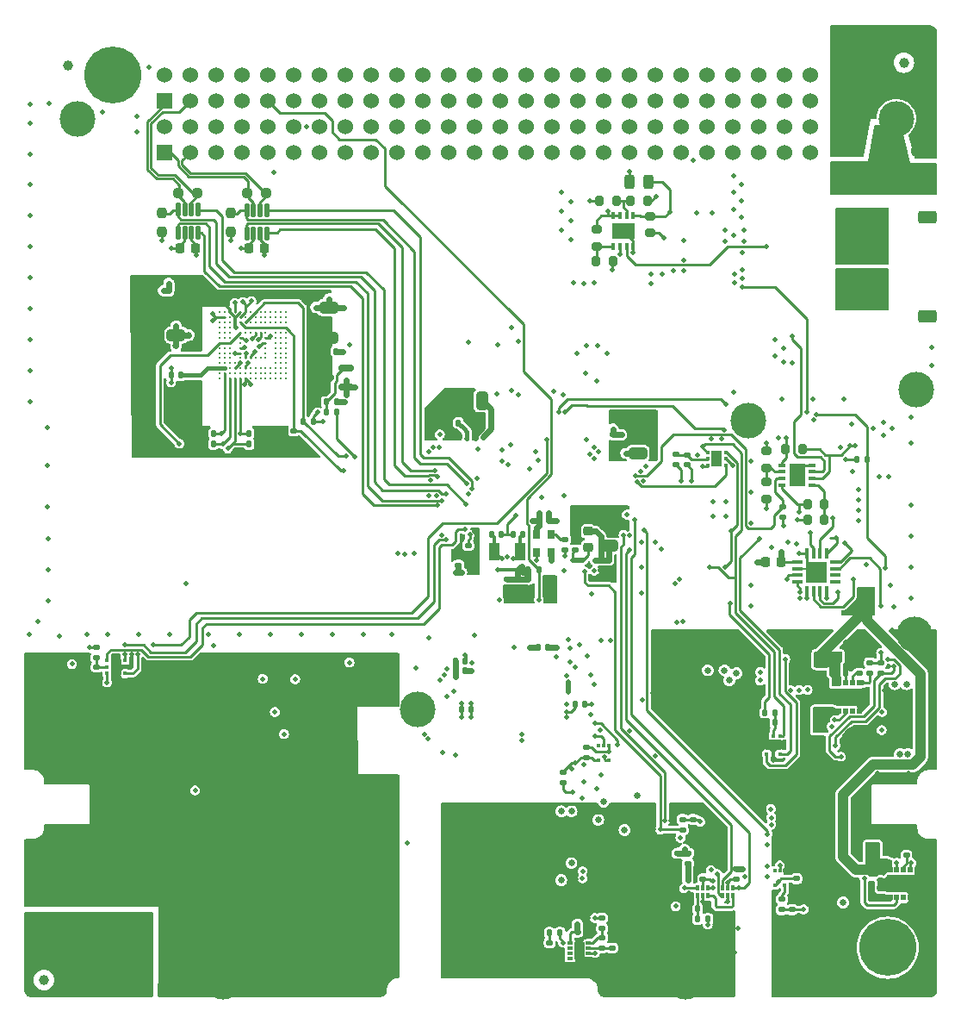
<source format=gbr>
%TF.GenerationSoftware,KiCad,Pcbnew,7.0.5*%
%TF.CreationDate,2024-04-22T16:47:12+03:00*%
%TF.ProjectId,satnogs-comms,7361746e-6f67-4732-9d63-6f6d6d732e6b,rev?*%
%TF.SameCoordinates,PX4eb9cf0PY82ce540*%
%TF.FileFunction,Copper,L6,Bot*%
%TF.FilePolarity,Positive*%
%FSLAX46Y46*%
G04 Gerber Fmt 4.6, Leading zero omitted, Abs format (unit mm)*
G04 Created by KiCad (PCBNEW 7.0.5) date 2024-04-22 16:47:12*
%MOMM*%
%LPD*%
G01*
G04 APERTURE LIST*
G04 Aperture macros list*
%AMRoundRect*
0 Rectangle with rounded corners*
0 $1 Rounding radius*
0 $2 $3 $4 $5 $6 $7 $8 $9 X,Y pos of 4 corners*
0 Add a 4 corners polygon primitive as box body*
4,1,4,$2,$3,$4,$5,$6,$7,$8,$9,$2,$3,0*
0 Add four circle primitives for the rounded corners*
1,1,$1+$1,$2,$3*
1,1,$1+$1,$4,$5*
1,1,$1+$1,$6,$7*
1,1,$1+$1,$8,$9*
0 Add four rect primitives between the rounded corners*
20,1,$1+$1,$2,$3,$4,$5,0*
20,1,$1+$1,$4,$5,$6,$7,0*
20,1,$1+$1,$6,$7,$8,$9,0*
20,1,$1+$1,$8,$9,$2,$3,0*%
%AMFreePoly0*
4,1,36,0.462941,0.544983,0.479174,0.544983,0.492307,0.535440,0.507748,0.530424,0.517290,0.517290,0.530424,0.507748,0.535440,0.492307,0.544983,0.479174,0.544983,0.462940,0.550000,0.447500,0.550000,-0.447500,0.544983,-0.462940,0.544983,-0.479174,0.535440,-0.492307,0.530424,-0.507748,0.517290,-0.517290,0.507748,-0.530424,0.492307,-0.535440,0.479174,-0.544983,0.462941,-0.544983,
0.447500,-0.550000,-0.447500,-0.550000,-0.462941,-0.544983,-0.479174,-0.544983,-0.492307,-0.535440,-0.507748,-0.530424,-0.517290,-0.517290,-0.530424,-0.507748,-0.535440,-0.492307,-0.544983,-0.479174,-0.544983,-0.462940,-0.550000,-0.447500,-0.550000,0.350000,-0.350000,0.550000,0.447500,0.550000,0.462941,0.544983,0.462941,0.544983,$1*%
G04 Aperture macros list end*
%TA.AperFunction,ComponentPad*%
%ADD10R,1.524000X1.524000*%
%TD*%
%TA.AperFunction,ComponentPad*%
%ADD11C,1.524000*%
%TD*%
%TA.AperFunction,ComponentPad*%
%ADD12C,5.600000*%
%TD*%
%TA.AperFunction,HeatsinkPad*%
%ADD13C,0.500000*%
%TD*%
%TA.AperFunction,SMDPad,CuDef*%
%ADD14FreePoly0,180.000000*%
%TD*%
%TA.AperFunction,ComponentPad*%
%ADD15C,0.500000*%
%TD*%
%TA.AperFunction,SMDPad,CuDef*%
%ADD16R,2.700000X2.700000*%
%TD*%
%TA.AperFunction,ComponentPad*%
%ADD17C,0.600000*%
%TD*%
%TA.AperFunction,SMDPad,CuDef*%
%ADD18R,2.300000X2.300000*%
%TD*%
%TA.AperFunction,SMDPad,CuDef*%
%ADD19R,2.100000X2.100000*%
%TD*%
%TA.AperFunction,ComponentPad*%
%ADD20C,3.500000*%
%TD*%
%TA.AperFunction,SMDPad,CuDef*%
%ADD21R,1.600000X0.500000*%
%TD*%
%TA.AperFunction,SMDPad,CuDef*%
%ADD22RoundRect,0.135000X0.185000X-0.135000X0.185000X0.135000X-0.185000X0.135000X-0.185000X-0.135000X0*%
%TD*%
%TA.AperFunction,SMDPad,CuDef*%
%ADD23RoundRect,0.135000X-0.135000X-0.185000X0.135000X-0.185000X0.135000X0.185000X-0.135000X0.185000X0*%
%TD*%
%TA.AperFunction,SMDPad,CuDef*%
%ADD24RoundRect,0.087500X-0.425000X-0.087500X0.425000X-0.087500X0.425000X0.087500X-0.425000X0.087500X0*%
%TD*%
%TA.AperFunction,SMDPad,CuDef*%
%ADD25RoundRect,0.087500X-0.087500X-0.425000X0.087500X-0.425000X0.087500X0.425000X-0.087500X0.425000X0*%
%TD*%
%TA.AperFunction,SMDPad,CuDef*%
%ADD26RoundRect,0.225000X-0.225000X-0.250000X0.225000X-0.250000X0.225000X0.250000X-0.225000X0.250000X0*%
%TD*%
%TA.AperFunction,SMDPad,CuDef*%
%ADD27RoundRect,0.237500X0.250000X0.237500X-0.250000X0.237500X-0.250000X-0.237500X0.250000X-0.237500X0*%
%TD*%
%TA.AperFunction,SMDPad,CuDef*%
%ADD28RoundRect,0.237500X0.237500X-0.250000X0.237500X0.250000X-0.237500X0.250000X-0.237500X-0.250000X0*%
%TD*%
%TA.AperFunction,SMDPad,CuDef*%
%ADD29C,0.240000*%
%TD*%
%TA.AperFunction,SMDPad,CuDef*%
%ADD30RoundRect,0.200000X-0.200000X-0.275000X0.200000X-0.275000X0.200000X0.275000X-0.200000X0.275000X0*%
%TD*%
%TA.AperFunction,SMDPad,CuDef*%
%ADD31RoundRect,0.200000X0.275000X-0.200000X0.275000X0.200000X-0.275000X0.200000X-0.275000X-0.200000X0*%
%TD*%
%TA.AperFunction,SMDPad,CuDef*%
%ADD32RoundRect,0.200000X0.200000X0.275000X-0.200000X0.275000X-0.200000X-0.275000X0.200000X-0.275000X0*%
%TD*%
%TA.AperFunction,SMDPad,CuDef*%
%ADD33RoundRect,0.075000X-0.075000X0.275000X-0.075000X-0.275000X0.075000X-0.275000X0.075000X0.275000X0*%
%TD*%
%TA.AperFunction,SMDPad,CuDef*%
%ADD34R,2.300000X1.500000*%
%TD*%
%TA.AperFunction,SMDPad,CuDef*%
%ADD35RoundRect,0.140000X0.140000X0.170000X-0.140000X0.170000X-0.140000X-0.170000X0.140000X-0.170000X0*%
%TD*%
%TA.AperFunction,SMDPad,CuDef*%
%ADD36RoundRect,0.140000X-0.140000X-0.170000X0.140000X-0.170000X0.140000X0.170000X-0.140000X0.170000X0*%
%TD*%
%TA.AperFunction,SMDPad,CuDef*%
%ADD37RoundRect,0.250000X-0.650000X0.325000X-0.650000X-0.325000X0.650000X-0.325000X0.650000X0.325000X0*%
%TD*%
%TA.AperFunction,SMDPad,CuDef*%
%ADD38RoundRect,0.140000X-0.170000X0.140000X-0.170000X-0.140000X0.170000X-0.140000X0.170000X0.140000X0*%
%TD*%
%TA.AperFunction,SMDPad,CuDef*%
%ADD39RoundRect,0.140000X0.170000X-0.140000X0.170000X0.140000X-0.170000X0.140000X-0.170000X-0.140000X0*%
%TD*%
%TA.AperFunction,SMDPad,CuDef*%
%ADD40RoundRect,0.250000X-0.325000X-0.650000X0.325000X-0.650000X0.325000X0.650000X-0.325000X0.650000X0*%
%TD*%
%TA.AperFunction,SMDPad,CuDef*%
%ADD41RoundRect,0.218750X-0.256250X0.218750X-0.256250X-0.218750X0.256250X-0.218750X0.256250X0.218750X0*%
%TD*%
%TA.AperFunction,SMDPad,CuDef*%
%ADD42R,1.000000X1.800000*%
%TD*%
%TA.AperFunction,SMDPad,CuDef*%
%ADD43RoundRect,0.135000X-0.185000X0.135000X-0.185000X-0.135000X0.185000X-0.135000X0.185000X0.135000X0*%
%TD*%
%TA.AperFunction,SMDPad,CuDef*%
%ADD44RoundRect,0.250000X0.650000X-0.325000X0.650000X0.325000X-0.650000X0.325000X-0.650000X-0.325000X0*%
%TD*%
%TA.AperFunction,SMDPad,CuDef*%
%ADD45RoundRect,0.243750X0.243750X0.456250X-0.243750X0.456250X-0.243750X-0.456250X0.243750X-0.456250X0*%
%TD*%
%TA.AperFunction,SMDPad,CuDef*%
%ADD46RoundRect,0.093750X0.093750X0.106250X-0.093750X0.106250X-0.093750X-0.106250X0.093750X-0.106250X0*%
%TD*%
%TA.AperFunction,SMDPad,CuDef*%
%ADD47R,1.000000X1.600000*%
%TD*%
%TA.AperFunction,SMDPad,CuDef*%
%ADD48RoundRect,0.093750X0.106250X-0.093750X0.106250X0.093750X-0.106250X0.093750X-0.106250X-0.093750X0*%
%TD*%
%TA.AperFunction,SMDPad,CuDef*%
%ADD49R,1.600000X1.000000*%
%TD*%
%TA.AperFunction,SMDPad,CuDef*%
%ADD50R,0.470000X0.560000*%
%TD*%
%TA.AperFunction,ComponentPad*%
%ADD51C,1.000000*%
%TD*%
%TA.AperFunction,SMDPad,CuDef*%
%ADD52R,2.520000X1.700000*%
%TD*%
%TA.AperFunction,SMDPad,CuDef*%
%ADD53R,0.300000X0.450000*%
%TD*%
%TA.AperFunction,SMDPad,CuDef*%
%ADD54RoundRect,0.135000X0.135000X0.185000X-0.135000X0.185000X-0.135000X-0.185000X0.135000X-0.185000X0*%
%TD*%
%TA.AperFunction,SMDPad,CuDef*%
%ADD55RoundRect,0.250000X-0.475000X0.250000X-0.475000X-0.250000X0.475000X-0.250000X0.475000X0.250000X0*%
%TD*%
%TA.AperFunction,SMDPad,CuDef*%
%ADD56RoundRect,0.200000X-0.275000X0.200000X-0.275000X-0.200000X0.275000X-0.200000X0.275000X0.200000X0*%
%TD*%
%TA.AperFunction,SMDPad,CuDef*%
%ADD57RoundRect,0.075000X-0.275000X-0.075000X0.275000X-0.075000X0.275000X0.075000X-0.275000X0.075000X0*%
%TD*%
%TA.AperFunction,SMDPad,CuDef*%
%ADD58R,1.500000X2.300000*%
%TD*%
%TA.AperFunction,SMDPad,CuDef*%
%ADD59R,0.300000X0.520000*%
%TD*%
%TA.AperFunction,SMDPad,CuDef*%
%ADD60R,0.300000X0.490000*%
%TD*%
%TA.AperFunction,SMDPad,CuDef*%
%ADD61R,0.500000X0.300000*%
%TD*%
%TA.AperFunction,SMDPad,CuDef*%
%ADD62R,1.050000X1.750000*%
%TD*%
%TA.AperFunction,SMDPad,CuDef*%
%ADD63C,0.500000*%
%TD*%
%TA.AperFunction,SMDPad,CuDef*%
%ADD64RoundRect,0.250000X-0.250000X-0.475000X0.250000X-0.475000X0.250000X0.475000X-0.250000X0.475000X0*%
%TD*%
%TA.AperFunction,SMDPad,CuDef*%
%ADD65RoundRect,0.150000X0.587500X0.150000X-0.587500X0.150000X-0.587500X-0.150000X0.587500X-0.150000X0*%
%TD*%
%TA.AperFunction,SMDPad,CuDef*%
%ADD66RoundRect,0.150000X-0.350000X0.150000X-0.350000X-0.150000X0.350000X-0.150000X0.350000X0.150000X0*%
%TD*%
%TA.AperFunction,SMDPad,CuDef*%
%ADD67RoundRect,0.250000X-0.650000X0.375000X-0.650000X-0.375000X0.650000X-0.375000X0.650000X0.375000X0*%
%TD*%
%TA.AperFunction,SMDPad,CuDef*%
%ADD68RoundRect,0.125000X0.125000X-0.537500X0.125000X0.537500X-0.125000X0.537500X-0.125000X-0.537500X0*%
%TD*%
%TA.AperFunction,SMDPad,CuDef*%
%ADD69RoundRect,0.237500X-0.237500X0.250000X-0.237500X-0.250000X0.237500X-0.250000X0.237500X0.250000X0*%
%TD*%
%TA.AperFunction,SMDPad,CuDef*%
%ADD70RoundRect,0.237500X-0.250000X-0.237500X0.250000X-0.237500X0.250000X0.237500X-0.250000X0.237500X0*%
%TD*%
%TA.AperFunction,SMDPad,CuDef*%
%ADD71C,0.050000*%
%TD*%
%TA.AperFunction,SMDPad,CuDef*%
%ADD72C,1.000000*%
%TD*%
%TA.AperFunction,SMDPad,CuDef*%
%ADD73RoundRect,0.225000X-0.250000X0.225000X-0.250000X-0.225000X0.250000X-0.225000X0.250000X0.225000X0*%
%TD*%
%TA.AperFunction,SMDPad,CuDef*%
%ADD74R,0.800000X0.900000*%
%TD*%
%TA.AperFunction,ViaPad*%
%ADD75C,0.460000*%
%TD*%
%TA.AperFunction,ViaPad*%
%ADD76C,0.660000*%
%TD*%
%TA.AperFunction,Conductor*%
%ADD77C,0.250000*%
%TD*%
%TA.AperFunction,Conductor*%
%ADD78C,0.600000*%
%TD*%
%TA.AperFunction,Conductor*%
%ADD79C,0.450000*%
%TD*%
%TA.AperFunction,Conductor*%
%ADD80C,0.200000*%
%TD*%
%TA.AperFunction,Conductor*%
%ADD81C,0.350000*%
%TD*%
%TA.AperFunction,Conductor*%
%ADD82C,1.000000*%
%TD*%
%TA.AperFunction,Conductor*%
%ADD83C,0.300000*%
%TD*%
G04 APERTURE END LIST*
%TA.AperFunction,EtchedComponent*%
%TO.C,NT601*%
G36*
X53945600Y30208600D02*
G01*
X53445600Y30208600D01*
X53445600Y31208600D01*
X53945600Y31208600D01*
X53945600Y30208600D01*
G37*
%TD.AperFunction*%
%TA.AperFunction,EtchedComponent*%
%TO.C,NT1001*%
G36*
X81230280Y31892240D02*
G01*
X80730280Y31892240D01*
X80730280Y32892240D01*
X81230280Y32892240D01*
X81230280Y31892240D01*
G37*
%TD.AperFunction*%
%TA.AperFunction,EtchedComponent*%
%TO.C,NT1*%
G36*
X55150000Y42910000D02*
G01*
X54150000Y42910000D01*
X54150000Y43410000D01*
X55150000Y43410000D01*
X55150000Y42910000D01*
G37*
%TD.AperFunction*%
%TD*%
D10*
%TO.P,J102,1,Pin_1*%
%TO.N,/CAN_A-*%
X13970000Y83185000D03*
D11*
%TO.P,J102,2,Pin_2*%
%TO.N,unconnected-(J102-Pin_2-Pad2)*%
X13970000Y85725000D03*
%TO.P,J102,3,Pin_3*%
%TO.N,/CAN_A+*%
X16510000Y83185000D03*
%TO.P,J102,4,Pin_4*%
%TO.N,unconnected-(J102-Pin_4-Pad4)*%
X16510000Y85725000D03*
%TO.P,J102,5,Pin_5*%
%TO.N,unconnected-(J102-Pin_5-Pad5)*%
X19050000Y83185000D03*
%TO.P,J102,6,Pin_6*%
%TO.N,unconnected-(J102-Pin_6-Pad6)*%
X19050000Y85725000D03*
%TO.P,J102,7,Pin_7*%
%TO.N,unconnected-(J102-Pin_7-Pad7)*%
X21590000Y83185000D03*
%TO.P,J102,8,Pin_8*%
%TO.N,unconnected-(J102-Pin_8-Pad8)*%
X21590000Y85725000D03*
%TO.P,J102,9,Pin_9*%
%TO.N,unconnected-(J102-Pin_9-Pad9)*%
X24130000Y83185000D03*
%TO.P,J102,10,Pin_10*%
%TO.N,unconnected-(J102-Pin_10-Pad10)*%
X24130000Y85725000D03*
%TO.P,J102,11,Pin_11*%
%TO.N,unconnected-(J102-Pin_11-Pad11)*%
X26670000Y83185000D03*
%TO.P,J102,12,Pin_12*%
%TO.N,unconnected-(J102-Pin_12-Pad12)*%
X26670000Y85725000D03*
%TO.P,J102,13,Pin_13*%
%TO.N,unconnected-(J102-Pin_13-Pad13)*%
X29210000Y83185000D03*
%TO.P,J102,14,Pin_14*%
%TO.N,unconnected-(J102-Pin_14-Pad14)*%
X29210000Y85725000D03*
%TO.P,J102,15,Pin_15*%
%TO.N,unconnected-(J102-Pin_15-Pad15)*%
X31750000Y83185000D03*
%TO.P,J102,16,Pin_16*%
%TO.N,unconnected-(J102-Pin_16-Pad16)*%
X31750000Y85725000D03*
%TO.P,J102,17,Pin_17*%
%TO.N,unconnected-(J102-Pin_17-Pad17)*%
X34290000Y83185000D03*
%TO.P,J102,18,Pin_18*%
%TO.N,unconnected-(J102-Pin_18-Pad18)*%
X34290000Y85725000D03*
%TO.P,J102,19,Pin_19*%
%TO.N,unconnected-(J102-Pin_19-Pad19)*%
X36830000Y83185000D03*
%TO.P,J102,20,Pin_20*%
%TO.N,unconnected-(J102-Pin_20-Pad20)*%
X36830000Y85725000D03*
%TO.P,J102,21,Pin_21*%
%TO.N,unconnected-(J102-Pin_21-Pad21)*%
X39370000Y83185000D03*
%TO.P,J102,22,Pin_22*%
%TO.N,unconnected-(J102-Pin_22-Pad22)*%
X39370000Y85725000D03*
%TO.P,J102,23,Pin_23*%
%TO.N,unconnected-(J102-Pin_23-Pad23)*%
X41910000Y83185000D03*
%TO.P,J102,24,Pin_24*%
%TO.N,unconnected-(J102-Pin_24-Pad24)*%
X41910000Y85725000D03*
%TO.P,J102,25,Pin_25*%
%TO.N,unconnected-(J102-Pin_25-Pad25)*%
X44450000Y83185000D03*
%TO.P,J102,26,Pin_26*%
%TO.N,unconnected-(J102-Pin_26-Pad26)*%
X44450000Y85725000D03*
%TO.P,J102,27,Pin_27*%
%TO.N,unconnected-(J102-Pin_27-Pad27)*%
X46990000Y83185000D03*
%TO.P,J102,28,Pin_28*%
%TO.N,unconnected-(J102-Pin_28-Pad28)*%
X46990000Y85725000D03*
%TO.P,J102,29,Pin_29*%
%TO.N,unconnected-(J102-Pin_29-Pad29)*%
X49530000Y83185000D03*
%TO.P,J102,30,Pin_30*%
%TO.N,unconnected-(J102-Pin_30-Pad30)*%
X49530000Y85725000D03*
%TO.P,J102,31,Pin_31*%
%TO.N,unconnected-(J102-Pin_31-Pad31)*%
X52070000Y83185000D03*
%TO.P,J102,32,Pin_32*%
%TO.N,unconnected-(J102-Pin_32-Pad32)*%
X52070000Y85725000D03*
%TO.P,J102,33,Pin_33*%
%TO.N,unconnected-(J102-Pin_33-Pad33)*%
X54610000Y83185000D03*
%TO.P,J102,34,Pin_34*%
%TO.N,unconnected-(J102-Pin_34-Pad34)*%
X54610000Y85725000D03*
%TO.P,J102,35,Pin_35*%
%TO.N,unconnected-(J102-Pin_35-Pad35)*%
X57150000Y83185000D03*
%TO.P,J102,36,Pin_36*%
%TO.N,unconnected-(J102-Pin_36-Pad36)*%
X57150000Y85725000D03*
%TO.P,J102,37,Pin_37*%
%TO.N,unconnected-(J102-Pin_37-Pad37)*%
X59690000Y83185000D03*
%TO.P,J102,38,Pin_38*%
%TO.N,unconnected-(J102-Pin_38-Pad38)*%
X59690000Y85725000D03*
%TO.P,J102,39,Pin_39*%
%TO.N,unconnected-(J102-Pin_39-Pad39)*%
X62230000Y83185000D03*
%TO.P,J102,40,Pin_40*%
%TO.N,unconnected-(J102-Pin_40-Pad40)*%
X62230000Y85725000D03*
%TO.P,J102,41,Pin_41*%
%TO.N,/BUS_SDA*%
X64770000Y83185000D03*
%TO.P,J102,42,Pin_42*%
%TO.N,unconnected-(J102-Pin_42-Pad42)*%
X64770000Y85725000D03*
%TO.P,J102,43,Pin_43*%
%TO.N,/BUS_SCL*%
X67310000Y83185000D03*
%TO.P,J102,44,Pin_44*%
%TO.N,unconnected-(J102-Pin_44-Pad44)*%
X67310000Y85725000D03*
%TO.P,J102,45,Pin_45*%
%TO.N,unconnected-(J102-Pin_45-Pad45)*%
X69850000Y83185000D03*
%TO.P,J102,46,Pin_46*%
%TO.N,unconnected-(J102-Pin_46-Pad46)*%
X69850000Y85725000D03*
%TO.P,J102,47,Pin_47*%
%TO.N,unconnected-(J102-Pin_47-Pad47)*%
X72390000Y83185000D03*
%TO.P,J102,48,Pin_48*%
%TO.N,unconnected-(J102-Pin_48-Pad48)*%
X72390000Y85725000D03*
%TO.P,J102,49,Pin_49*%
%TO.N,unconnected-(J102-Pin_49-Pad49)*%
X74930000Y83185000D03*
%TO.P,J102,50,Pin_50*%
%TO.N,unconnected-(J102-Pin_50-Pad50)*%
X74930000Y85725000D03*
%TO.P,J102,51,Pin_51*%
%TO.N,unconnected-(J102-Pin_51-Pad51)*%
X77470000Y83185000D03*
%TO.P,J102,52,Pin_52*%
%TO.N,unconnected-(J102-Pin_52-Pad52)*%
X77470000Y85725000D03*
%TD*%
D10*
%TO.P,J103,1,Pin_1*%
%TO.N,/CAN_B-*%
X13970000Y88265000D03*
D11*
%TO.P,J103,2,Pin_2*%
%TO.N,unconnected-(J103-Pin_2-Pad2)*%
X13970000Y90805000D03*
%TO.P,J103,3,Pin_3*%
%TO.N,/CAN_B+*%
X16510000Y88265000D03*
%TO.P,J103,4,Pin_4*%
%TO.N,unconnected-(J103-Pin_4-Pad4)*%
X16510000Y90805000D03*
%TO.P,J103,5,Pin_5*%
%TO.N,unconnected-(J103-Pin_5-Pad5)*%
X19050000Y88265000D03*
%TO.P,J103,6,Pin_6*%
%TO.N,unconnected-(J103-Pin_6-Pad6)*%
X19050000Y90805000D03*
%TO.P,J103,7,Pin_7*%
%TO.N,JTMS-SWDIO*%
X21590000Y88265000D03*
%TO.P,J103,8,Pin_8*%
%TO.N,JTCK-SWCLK*%
X21590000Y90805000D03*
%TO.P,J103,9,Pin_9*%
%TO.N,MCU_NRSTD*%
X24130000Y88265000D03*
%TO.P,J103,10,Pin_10*%
%TO.N,3V3_D*%
X24130000Y90805000D03*
%TO.P,J103,11,Pin_11*%
%TO.N,unconnected-(J103-Pin_11-Pad11)*%
X26670000Y88265000D03*
%TO.P,J103,12,Pin_12*%
%TO.N,unconnected-(J103-Pin_12-Pad12)*%
X26670000Y90805000D03*
%TO.P,J103,13,Pin_13*%
%TO.N,unconnected-(J103-Pin_13-Pad13)*%
X29210000Y88265000D03*
%TO.P,J103,14,Pin_14*%
%TO.N,unconnected-(J103-Pin_14-Pad14)*%
X29210000Y90805000D03*
%TO.P,J103,15,Pin_15*%
%TO.N,unconnected-(J103-Pin_15-Pad15)*%
X31750000Y88265000D03*
%TO.P,J103,16,Pin_16*%
%TO.N,unconnected-(J103-Pin_16-Pad16)*%
X31750000Y90805000D03*
%TO.P,J103,17,Pin_17*%
%TO.N,unconnected-(J103-Pin_17-Pad17)*%
X34290000Y88265000D03*
%TO.P,J103,18,Pin_18*%
%TO.N,unconnected-(J103-Pin_18-Pad18)*%
X34290000Y90805000D03*
%TO.P,J103,19,Pin_19*%
%TO.N,unconnected-(J103-Pin_19-Pad19)*%
X36830000Y88265000D03*
%TO.P,J103,20,Pin_20*%
%TO.N,unconnected-(J103-Pin_20-Pad20)*%
X36830000Y90805000D03*
%TO.P,J103,21,Pin_21*%
%TO.N,UART_RX*%
X39370000Y88265000D03*
%TO.P,J103,22,Pin_22*%
%TO.N,UART_TX*%
X39370000Y90805000D03*
%TO.P,J103,23,Pin_23*%
%TO.N,unconnected-(J103-Pin_23-Pad23)*%
X41910000Y88265000D03*
%TO.P,J103,24,Pin_24*%
%TO.N,unconnected-(J103-Pin_24-Pad24)*%
X41910000Y90805000D03*
%TO.P,J103,25,Pin_25*%
%TO.N,unconnected-(J103-Pin_25-Pad25)*%
X44450000Y88265000D03*
%TO.P,J103,26,Pin_26*%
%TO.N,unconnected-(J103-Pin_26-Pad26)*%
X44450000Y90805000D03*
%TO.P,J103,27,Pin_27*%
%TO.N,unconnected-(J103-Pin_27-Pad27)*%
X46990000Y88265000D03*
%TO.P,J103,28,Pin_28*%
%TO.N,unconnected-(J103-Pin_28-Pad28)*%
X46990000Y90805000D03*
%TO.P,J103,29,Pin_29*%
%TO.N,GND*%
X49530000Y88265000D03*
%TO.P,J103,30,Pin_30*%
X49530000Y90805000D03*
%TO.P,J103,31,Pin_31*%
%TO.N,unconnected-(J103-Pin_31-Pad31)*%
X52070000Y88265000D03*
%TO.P,J103,32,Pin_32*%
%TO.N,GND*%
X52070000Y90805000D03*
%TO.P,J103,33,Pin_33*%
%TO.N,unconnected-(J103-Pin_33-Pad33)*%
X54610000Y88265000D03*
%TO.P,J103,34,Pin_34*%
%TO.N,unconnected-(J103-Pin_34-Pad34)*%
X54610000Y90805000D03*
%TO.P,J103,35,Pin_35*%
%TO.N,unconnected-(J103-Pin_35-Pad35)*%
X57150000Y88265000D03*
%TO.P,J103,36,Pin_36*%
%TO.N,unconnected-(J103-Pin_36-Pad36)*%
X57150000Y90805000D03*
%TO.P,J103,37,Pin_37*%
%TO.N,GNSS_PPS*%
X59690000Y88265000D03*
%TO.P,J103,38,Pin_38*%
%TO.N,unconnected-(J103-Pin_38-Pad38)*%
X59690000Y90805000D03*
%TO.P,J103,39,Pin_39*%
%TO.N,unconnected-(J103-Pin_39-Pad39)*%
X62230000Y88265000D03*
%TO.P,J103,40,Pin_40*%
%TO.N,unconnected-(J103-Pin_40-Pad40)*%
X62230000Y90805000D03*
%TO.P,J103,41,Pin_41*%
%TO.N,unconnected-(J103-Pin_41-Pad41)*%
X64770000Y88265000D03*
%TO.P,J103,42,Pin_42*%
%TO.N,unconnected-(J103-Pin_42-Pad42)*%
X64770000Y90805000D03*
%TO.P,J103,43,Pin_43*%
%TO.N,unconnected-(J103-Pin_43-Pad43)*%
X67310000Y88265000D03*
%TO.P,J103,44,Pin_44*%
%TO.N,unconnected-(J103-Pin_44-Pad44)*%
X67310000Y90805000D03*
%TO.P,J103,45,Pin_45*%
%TO.N,unconnected-(J103-Pin_45-Pad45)*%
X69850000Y88265000D03*
%TO.P,J103,46,Pin_46*%
%TO.N,unconnected-(J103-Pin_46-Pad46)*%
X69850000Y90805000D03*
%TO.P,J103,47,Pin_47*%
%TO.N,unconnected-(J103-Pin_47-Pad47)*%
X72390000Y88265000D03*
%TO.P,J103,48,Pin_48*%
%TO.N,unconnected-(J103-Pin_48-Pad48)*%
X72390000Y90805000D03*
%TO.P,J103,49,Pin_49*%
%TO.N,unconnected-(J103-Pin_49-Pad49)*%
X74930000Y88265000D03*
%TO.P,J103,50,Pin_50*%
%TO.N,unconnected-(J103-Pin_50-Pad50)*%
X74930000Y90805000D03*
%TO.P,J103,51,Pin_51*%
%TO.N,unconnected-(J103-Pin_51-Pad51)*%
X77470000Y88265000D03*
%TO.P,J103,52,Pin_52*%
%TO.N,unconnected-(J103-Pin_52-Pad52)*%
X77470000Y90805000D03*
%TD*%
D12*
%TO.P,H112,1,1*%
%TO.N,AC_GND_1*%
X82550000Y90805000D03*
%TD*%
%TO.P,H113,1,1*%
%TO.N,unconnected-(H113-Pad1)*%
X85090000Y5080000D03*
%TD*%
%TO.P,H114,1,1*%
%TO.N,AC_GND_2*%
X5080000Y5080000D03*
%TD*%
%TO.P,H111,1,1*%
%TO.N,unconnected-(H111-Pad1)*%
X8890000Y90805000D03*
%TD*%
D13*
%TO.P,U1018,13,GND*%
%TO.N,GND*%
X75687600Y17390700D03*
X75687600Y17940700D03*
D14*
X75412600Y17665700D03*
D13*
X75137600Y17390700D03*
X75137600Y17940700D03*
%TD*%
D15*
%TO.P,U1006,25,EP*%
%TO.N,GND*%
X69784700Y26127700D03*
X69784700Y25027700D03*
X69784700Y23927700D03*
X70884700Y26127700D03*
X70884700Y25027700D03*
D16*
X70884700Y25027700D03*
D15*
X70884700Y23927700D03*
X71984700Y26127700D03*
X71984700Y25027700D03*
X71984700Y23927700D03*
%TD*%
D17*
%TO.P,U1002,25,EP*%
%TO.N,GND*%
X57299800Y12488500D03*
X58149800Y12488500D03*
X58999800Y12488500D03*
X57299800Y13338500D03*
X58149800Y13338500D03*
D18*
X58149800Y13338500D03*
D17*
X58999800Y13338500D03*
X57299800Y14188500D03*
X58149800Y14188500D03*
X58999800Y14188500D03*
%TD*%
%TO.P,U1001,17,EPAD*%
%TO.N,GND*%
X67296600Y16244000D03*
X67296600Y15494000D03*
X67296600Y14744000D03*
X68046600Y16244000D03*
X68046600Y15494000D03*
D19*
X68046600Y15494000D03*
D17*
X68046600Y14744000D03*
X68796600Y16244000D03*
X68796600Y15494000D03*
X68796600Y14744000D03*
%TD*%
D20*
%TO.P,J104,1,Shield*%
%TO.N,GND*%
X87884000Y59880000D03*
X87757000Y35877000D03*
X85953000Y86512000D03*
X82245000Y25222000D03*
X71437000Y56832000D03*
X65250000Y1730000D03*
X63500000Y30099000D03*
X46482000Y16383000D03*
X38862000Y28448000D03*
X19750000Y1750000D03*
X5486000Y86512000D03*
X3175000Y26416000D03*
%TD*%
D15*
%TO.P,U508,7,EP*%
%TO.N,GND*%
X86300400Y27355800D03*
D21*
X85750400Y27355800D03*
D15*
X85200400Y27355800D03*
%TD*%
D22*
%TO.P,R406,1*%
%TO.N,GND*%
X43865800Y43584400D03*
%TO.P,R406,2*%
%TO.N,Net-(U1-BOOT0)*%
X43865800Y44604400D03*
%TD*%
D23*
%TO.P,R407,1*%
%TO.N,3V3_D*%
X49765000Y42235000D03*
%TO.P,R407,2*%
%TO.N,MCU_NRSTD*%
X50785000Y42235000D03*
%TD*%
D24*
%TO.P,U509,1,IN-3*%
%TO.N,5V_RF_S*%
X76267000Y41004500D03*
%TO.P,U509,2,IN+3*%
%TO.N,Net-(U509-IN+2)*%
X76267000Y41654500D03*
%TO.P,U509,3,GND*%
%TO.N,GND*%
X76267000Y42304500D03*
%TO.P,U509,4,VS*%
%TO.N,3V3_D*%
X76267000Y42954500D03*
D25*
%TO.P,U509,5,A0*%
%TO.N,GND*%
X77154500Y43842000D03*
%TO.P,U509,6,SCL*%
%TO.N,/MCU/I2C4_SCL*%
X77804500Y43842000D03*
%TO.P,U509,7,SDA*%
%TO.N,/MCU/I2C4_SDA*%
X78454500Y43842000D03*
%TO.P,U509,8,WARNING*%
%TO.N,/MCU/MONITOR_WARNING*%
X79104500Y43842000D03*
D24*
%TO.P,U509,9,CRITICAL*%
%TO.N,/MCU/MONITOR_CRITICAL*%
X79992000Y42954500D03*
%TO.P,U509,10,PV*%
%TO.N,/MCU/MONITOR_PG*%
X79992000Y42304500D03*
%TO.P,U509,11,IN-1*%
%TO.N,unconnected-(U509-IN-1-Pad11)*%
X79992000Y41654500D03*
%TO.P,U509,12,IN+1*%
%TO.N,unconnected-(U509-IN+1-Pad12)*%
X79992000Y41004500D03*
D25*
%TO.P,U509,13,TC*%
%TO.N,/MCU/MONITOR_TC*%
X79104500Y40117000D03*
%TO.P,U509,14,IN-2*%
%TO.N,5V_RF_U*%
X78454500Y40117000D03*
%TO.P,U509,15,IN+2*%
%TO.N,Net-(U509-IN+2)*%
X77804500Y40117000D03*
%TO.P,U509,16,VPU*%
%TO.N,3V3_D*%
X77154500Y40117000D03*
D19*
%TO.P,U509,17,EP*%
%TO.N,GND*%
X78129500Y41979500D03*
%TD*%
D26*
%TO.P,C201,1*%
%TO.N,3V3_D*%
X15527000Y73772600D03*
%TO.P,C201,2*%
%TO.N,GND*%
X17077000Y73772600D03*
%TD*%
D27*
%TO.P,R203,1*%
%TO.N,/CAN_A+*%
X23971000Y79172600D03*
%TO.P,R203,2*%
%TO.N,/CAN_A-*%
X22146000Y79172600D03*
%TD*%
D28*
%TO.P,R201,1*%
%TO.N,3V3_D*%
X20508500Y75414500D03*
%TO.P,R201,2*%
%TO.N,/CAN/CAN1_FAULT*%
X20508500Y77239500D03*
%TD*%
D27*
%TO.P,R204,1*%
%TO.N,/CAN_B+*%
X17214500Y79172600D03*
%TO.P,R204,2*%
%TO.N,/CAN_B-*%
X15389500Y79172600D03*
%TD*%
D28*
%TO.P,R202,1*%
%TO.N,3V3_D*%
X13752000Y75410100D03*
%TO.P,R202,2*%
%TO.N,/CAN/CAN2_FAULT*%
X13752000Y77235100D03*
%TD*%
D26*
%TO.P,C202,1*%
%TO.N,3V3_D*%
X22283500Y73772600D03*
%TO.P,C202,2*%
%TO.N,GND*%
X23833500Y73772600D03*
%TD*%
D29*
%TO.P,U401,A1*%
%TO.N,N/C*%
X19438000Y60996400D03*
%TO.P,U401,A2*%
%TO.N,/MCU/MCU_MMC_D3*%
X19938000Y60996400D03*
%TO.P,U401,A3,DAT0*%
%TO.N,/MCU/MCU_MMC_D0*%
X20438000Y60996400D03*
%TO.P,U401,A4,DAT1*%
%TO.N,/MCU/MCU_MMC_D1*%
X20938000Y60996400D03*
%TO.P,U401,A5,DAT2*%
%TO.N,/MCU/MCU_MMC_D2*%
X21438000Y60996400D03*
%TO.P,U401,A6,VSS*%
%TO.N,GND*%
X21938000Y60996400D03*
%TO.P,U401,A7*%
%TO.N,N/C*%
X22438000Y60996400D03*
%TO.P,U401,A8*%
X22938000Y60996400D03*
%TO.P,U401,A9*%
X23438000Y60996400D03*
%TO.P,U401,A10*%
X23938000Y60996400D03*
%TO.P,U401,A11*%
X24438000Y60996400D03*
%TO.P,U401,A12*%
X24938000Y60996400D03*
%TO.P,U401,A13*%
X25438000Y60996400D03*
%TO.P,U401,A14*%
X25938000Y60996400D03*
%TO.P,U401,B1*%
X19438000Y61496400D03*
%TO.P,U401,B2,DAT3*%
%TO.N,/MCU/MCU_MMC_D3*%
X19938000Y61496400D03*
%TO.P,U401,B3,DAT4*%
%TO.N,unconnected-(U401-DAT4-PadB3)*%
X20438000Y61496400D03*
%TO.P,U401,B4,DAT5*%
%TO.N,unconnected-(U401-DAT5-PadB4)*%
X20938000Y61496400D03*
%TO.P,U401,B5,DAT6*%
%TO.N,unconnected-(U401-DAT6-PadB5)*%
X21438000Y61496400D03*
%TO.P,U401,B6,DAT7*%
%TO.N,unconnected-(U401-DAT7-PadB6)*%
X21938000Y61496400D03*
%TO.P,U401,B7*%
%TO.N,N/C*%
X22438000Y61496400D03*
%TO.P,U401,B8*%
X22938000Y61496400D03*
%TO.P,U401,B9*%
X23438000Y61496400D03*
%TO.P,U401,B10*%
X23938000Y61496400D03*
%TO.P,U401,B11*%
X24438000Y61496400D03*
%TO.P,U401,B12*%
X24938000Y61496400D03*
%TO.P,U401,B13*%
X25438000Y61496400D03*
%TO.P,U401,B14*%
X25938000Y61496400D03*
%TO.P,U401,C1*%
%TO.N,/MCU/VDDI*%
X19438000Y61996400D03*
%TO.P,U401,C2,VDDI*%
X19938000Y61996400D03*
%TO.P,U401,C3*%
%TO.N,N/C*%
X20438000Y61996400D03*
%TO.P,U401,C4,VSSQ*%
%TO.N,GND*%
X20938000Y61996400D03*
%TO.P,U401,C5*%
%TO.N,N/C*%
X21438000Y61996400D03*
%TO.P,U401,C6,VCCQ*%
%TO.N,Net-(Q401-D)*%
X21938000Y61996400D03*
%TO.P,U401,C7*%
%TO.N,N/C*%
X22438000Y61996400D03*
%TO.P,U401,C8*%
X22938000Y61996400D03*
%TO.P,U401,C9*%
X23438000Y61996400D03*
%TO.P,U401,C10*%
X23938000Y61996400D03*
%TO.P,U401,C11*%
X24438000Y61996400D03*
%TO.P,U401,C12*%
X24938000Y61996400D03*
%TO.P,U401,C13*%
X25438000Y61996400D03*
%TO.P,U401,C14*%
X25938000Y61996400D03*
%TO.P,U401,D1*%
X19438000Y62496400D03*
%TO.P,U401,D2*%
X19938000Y62496400D03*
%TO.P,U401,D3*%
X20438000Y62496400D03*
%TO.P,U401,D4*%
X20938000Y62496400D03*
%TO.P,U401,D12*%
X24938000Y62496400D03*
%TO.P,U401,D13*%
X25438000Y62496400D03*
%TO.P,U401,D14*%
X25938000Y62496400D03*
%TO.P,U401,E1*%
X19438000Y62996400D03*
%TO.P,U401,E2*%
X19938000Y62996400D03*
%TO.P,U401,E3*%
X20438000Y62996400D03*
%TO.P,U401,E5,QRDY*%
%TO.N,unconnected-(U401-QRDY-PadE5)*%
X21438000Y62996400D03*
%TO.P,U401,E6,VCC*%
%TO.N,Net-(Q401-D)*%
X21938000Y62996400D03*
%TO.P,U401,E7,VSS*%
%TO.N,GND*%
X22438000Y62996400D03*
%TO.P,U401,E8*%
%TO.N,N/C*%
X22938000Y62996400D03*
%TO.P,U401,E9,VSF1*%
%TO.N,unconnected-(U401-VSF1-PadE9)*%
X23438000Y62996400D03*
%TO.P,U401,E10,VSF2*%
%TO.N,unconnected-(U401-VSF2-PadE10)*%
X23938000Y62996400D03*
%TO.P,U401,E12*%
%TO.N,N/C*%
X24938000Y62996400D03*
%TO.P,U401,E13*%
X25438000Y62996400D03*
%TO.P,U401,E14*%
X25938000Y62996400D03*
%TO.P,U401,F1*%
X19438000Y63496400D03*
%TO.P,U401,F2*%
X19938000Y63496400D03*
%TO.P,U401,F3*%
X20438000Y63496400D03*
%TO.P,U401,F5,VCC*%
%TO.N,Net-(Q401-D)*%
X21438000Y63496400D03*
%TO.P,U401,F10,VSF3*%
%TO.N,unconnected-(U401-VSF3-PadF10)*%
X23938000Y63496400D03*
%TO.P,U401,F12*%
%TO.N,N/C*%
X24938000Y63496400D03*
%TO.P,U401,F13*%
X25438000Y63496400D03*
%TO.P,U401,F14*%
X25938000Y63496400D03*
%TO.P,U401,G1*%
X19438000Y63996400D03*
%TO.P,U401,G2*%
X19938000Y63996400D03*
%TO.P,U401,G3*%
X20438000Y63996400D03*
%TO.P,U401,G5,VSS*%
%TO.N,GND*%
X21438000Y63996400D03*
%TO.P,U401,G10*%
%TO.N,N/C*%
X23938000Y63996400D03*
%TO.P,U401,G12*%
X24938000Y63996400D03*
%TO.P,U401,G13*%
X25438000Y63996400D03*
%TO.P,U401,G14*%
X25938000Y63996400D03*
%TO.P,U401,H1*%
%TO.N,/MCU/MMC_RST*%
X19438000Y64496400D03*
%TO.P,U401,H2*%
X19938000Y64496400D03*
%TO.P,U401,H3*%
X20438000Y64496400D03*
%TO.P,U401,H5,RCLK*%
%TO.N,unconnected-(U401-RCLK-PadH5)*%
X21438000Y64496400D03*
%TO.P,U401,H10,VSS*%
%TO.N,GND*%
X23938000Y64496400D03*
%TO.P,U401,H12*%
%TO.N,N/C*%
X24938000Y64496400D03*
%TO.P,U401,H13*%
X25438000Y64496400D03*
%TO.P,U401,H14*%
X25938000Y64496400D03*
%TO.P,U401,J1*%
X19438000Y64996400D03*
%TO.P,U401,J2*%
X19938000Y64996400D03*
%TO.P,U401,J3*%
X20438000Y64996400D03*
%TO.P,U401,J5,VSS*%
%TO.N,GND*%
X21438000Y64996400D03*
%TO.P,U401,J10,VCC*%
%TO.N,Net-(Q401-D)*%
X23938000Y64996400D03*
%TO.P,U401,J12*%
%TO.N,N/C*%
X24938000Y64996400D03*
%TO.P,U401,J13*%
X25438000Y64996400D03*
%TO.P,U401,J14*%
X25938000Y64996400D03*
%TO.P,U401,K1*%
X19438000Y65496400D03*
%TO.P,U401,K2*%
X19938000Y65496400D03*
%TO.P,U401,K3*%
X20438000Y65496400D03*
%TO.P,U401,K5,RST_N*%
%TO.N,/MCU/MMC_RST*%
X21438000Y65496400D03*
%TO.P,U401,K6*%
%TO.N,N/C*%
X21938000Y65496400D03*
%TO.P,U401,K7*%
X22438000Y65496400D03*
%TO.P,U401,K8,VSS*%
%TO.N,GND*%
X22938000Y65496400D03*
%TO.P,U401,K9,VCC*%
%TO.N,Net-(Q401-D)*%
X23438000Y65496400D03*
%TO.P,U401,K10,VSF4*%
%TO.N,unconnected-(U401-VSF4-PadK10)*%
X23938000Y65496400D03*
%TO.P,U401,K12*%
%TO.N,N/C*%
X24938000Y65496400D03*
%TO.P,U401,K13*%
X25438000Y65496400D03*
%TO.P,U401,K14*%
X25938000Y65496400D03*
%TO.P,U401,L1*%
X19438000Y65996400D03*
%TO.P,U401,L2*%
X19938000Y65996400D03*
%TO.P,U401,L3*%
X20438000Y65996400D03*
%TO.P,U401,L12*%
%TO.N,/MCU/MCU_MMC_CMD*%
X24938000Y65996400D03*
%TO.P,U401,L13*%
X25438000Y65996400D03*
%TO.P,U401,L14*%
X25938000Y65996400D03*
%TO.P,U401,M1*%
%TO.N,N/C*%
X19438000Y66496400D03*
%TO.P,U401,M2*%
X19938000Y66496400D03*
%TO.P,U401,M3*%
X20438000Y66496400D03*
%TO.P,U401,M4,VCCQ*%
%TO.N,Net-(Q401-D)*%
X20938000Y66496400D03*
%TO.P,U401,M5,CMD*%
%TO.N,/MCU/MCU_MMC_CMD*%
X21438000Y66496400D03*
%TO.P,U401,M6,CLK*%
%TO.N,/MCU/MCU_MMC_CK*%
X21938000Y66496400D03*
%TO.P,U401,M7*%
%TO.N,N/C*%
X22438000Y66496400D03*
%TO.P,U401,M8*%
X22938000Y66496400D03*
%TO.P,U401,M9*%
X23438000Y66496400D03*
%TO.P,U401,M10*%
X23938000Y66496400D03*
%TO.P,U401,M11*%
X24438000Y66496400D03*
%TO.P,U401,M12*%
X24938000Y66496400D03*
%TO.P,U401,M13*%
X25438000Y66496400D03*
%TO.P,U401,M14*%
X25938000Y66496400D03*
%TO.P,U401,N1*%
%TO.N,GND*%
X19438000Y66996400D03*
%TO.P,U401,N2,VSSQ*%
X19938000Y66996400D03*
%TO.P,U401,N3*%
%TO.N,N/C*%
X20438000Y66996400D03*
%TO.P,U401,N4,VCCQ*%
%TO.N,Net-(Q401-D)*%
X20938000Y66996400D03*
%TO.P,U401,N5,VSSQ*%
%TO.N,GND*%
X21438000Y66996400D03*
%TO.P,U401,N6*%
%TO.N,N/C*%
X21938000Y66996400D03*
%TO.P,U401,N7*%
%TO.N,/MCU/MCU_MMC_CK*%
X22438000Y66996400D03*
%TO.P,U401,N8*%
%TO.N,N/C*%
X22938000Y66996400D03*
%TO.P,U401,N9*%
X23438000Y66996400D03*
%TO.P,U401,N10*%
X23938000Y66996400D03*
%TO.P,U401,N11*%
X24438000Y66996400D03*
%TO.P,U401,N12*%
X24938000Y66996400D03*
%TO.P,U401,N13*%
X25438000Y66996400D03*
%TO.P,U401,N14*%
X25938000Y66996400D03*
%TO.P,U401,P1*%
X19438000Y67496400D03*
%TO.P,U401,P2*%
X19938000Y67496400D03*
%TO.P,U401,P3,VCCQ*%
%TO.N,Net-(Q401-D)*%
X20438000Y67496400D03*
%TO.P,U401,P4,VSSQ*%
%TO.N,GND*%
X20938000Y67496400D03*
%TO.P,U401,P5,VCCQ*%
%TO.N,Net-(Q401-D)*%
X21438000Y67496400D03*
%TO.P,U401,P6,VSSQ*%
%TO.N,GND*%
X21938000Y67496400D03*
%TO.P,U401,P7*%
%TO.N,N/C*%
X22438000Y67496400D03*
%TO.P,U401,P8*%
%TO.N,/MCU/MCU_MMC_CK*%
X22938000Y67496400D03*
%TO.P,U401,P9*%
%TO.N,N/C*%
X23438000Y67496400D03*
%TO.P,U401,P10*%
X23938000Y67496400D03*
%TO.P,U401,P11*%
X24438000Y67496400D03*
%TO.P,U401,P12*%
X24938000Y67496400D03*
%TO.P,U401,P13*%
X25438000Y67496400D03*
%TO.P,U401,P14*%
X25938000Y67496400D03*
%TD*%
D30*
%TO.P,R508,1*%
%TO.N,3V3_D*%
X56772700Y78414900D03*
%TO.P,R508,2*%
%TO.N,Net-(U501-OVSET)*%
X58422700Y78414900D03*
%TD*%
D31*
%TO.P,R501,1*%
%TO.N,Net-(U501-POKSET)*%
X56489600Y73978000D03*
%TO.P,R501,2*%
%TO.N,VIN*%
X56489600Y75628000D03*
%TD*%
D32*
%TO.P,R502,1*%
%TO.N,GND*%
X58102000Y72491600D03*
%TO.P,R502,2*%
%TO.N,Net-(U501-POKSET)*%
X56452000Y72491600D03*
%TD*%
%TO.P,R507,1*%
%TO.N,GND*%
X61470700Y78414900D03*
%TO.P,R507,2*%
%TO.N,Net-(U501-OVSET)*%
X59820700Y78414900D03*
%TD*%
D33*
%TO.P,U501,1,IN*%
%TO.N,VIN*%
X58138700Y76994900D03*
%TO.P,U501,2,~{SHDN}*%
X58788700Y76994900D03*
%TO.P,U501,3,OVSET*%
%TO.N,Net-(U501-OVSET)*%
X59438700Y76994900D03*
%TO.P,U501,4,POK*%
%TO.N,Net-(D501-K)*%
X60088700Y76994900D03*
%TO.P,U501,5,GND*%
%TO.N,GND*%
X60088700Y73994900D03*
%TO.P,U501,6,GATT*%
%TO.N,/Main PSU/GATE*%
X59438700Y73994900D03*
%TO.P,U501,7,OUTFB*%
%TO.N,Net-(Q2-S1)*%
X58788700Y73994900D03*
%TO.P,U501,8,POKSET*%
%TO.N,Net-(U501-POKSET)*%
X58138700Y73994900D03*
D34*
%TO.P,U501,9,EP*%
%TO.N,GND*%
X59113700Y75494900D03*
%TD*%
D31*
%TO.P,R515,1*%
%TO.N,Net-(Q2-S1)*%
X61722000Y75273400D03*
%TO.P,R515,2*%
%TO.N,Net-(D501-K)*%
X61722000Y76923400D03*
%TD*%
D35*
%TO.P,C402,1*%
%TO.N,/MCU/VDDI*%
X15613600Y61301200D03*
%TO.P,C402,2*%
%TO.N,GND*%
X14653600Y61301200D03*
%TD*%
D36*
%TO.P,C403,1*%
%TO.N,Net-(Q401-D)*%
X29893600Y63638000D03*
%TO.P,C403,2*%
%TO.N,GND*%
X30853600Y63638000D03*
%TD*%
D37*
%TO.P,C404,1*%
%TO.N,Net-(Q401-D)*%
X15133600Y68211800D03*
%TO.P,C404,2*%
%TO.N,GND*%
X15133600Y65261800D03*
%TD*%
D38*
%TO.P,C408,1*%
%TO.N,3V3_D*%
X58089800Y55471000D03*
%TO.P,C408,2*%
%TO.N,GND*%
X58089800Y54511000D03*
%TD*%
D36*
%TO.P,C406,1*%
%TO.N,GND*%
X14425000Y69607000D03*
%TO.P,C406,2*%
%TO.N,Net-(Q401-D)*%
X15385000Y69607000D03*
%TD*%
D37*
%TO.P,C407,1*%
%TO.N,GND*%
X30145000Y67959600D03*
%TO.P,C407,2*%
%TO.N,Net-(Q401-D)*%
X30145000Y65009600D03*
%TD*%
D38*
%TO.P,C409,1*%
%TO.N,3V3_D*%
X57658000Y43152000D03*
%TO.P,C409,2*%
%TO.N,GND*%
X57658000Y42192000D03*
%TD*%
D39*
%TO.P,C410,1*%
%TO.N,3V3_D*%
X42875200Y42651600D03*
%TO.P,C410,2*%
%TO.N,GND*%
X42875200Y43611600D03*
%TD*%
D35*
%TO.P,C412,1*%
%TO.N,3V3_D*%
X42880000Y56635000D03*
%TO.P,C412,2*%
%TO.N,GND*%
X41920000Y56635000D03*
%TD*%
D37*
%TO.P,C419,1*%
%TO.N,GND*%
X60528200Y56593000D03*
%TO.P,C419,2*%
%TO.N,Net-(C419-Pad2)*%
X60528200Y53643000D03*
%TD*%
D40*
%TO.P,C420,1*%
%TO.N,GND*%
X42300000Y58810000D03*
%TO.P,C420,2*%
%TO.N,Net-(C420-Pad2)*%
X45250000Y58810000D03*
%TD*%
D41*
%TO.P,FB401,1*%
%TO.N,3V3_D*%
X55659400Y45982100D03*
%TO.P,FB401,2*%
%TO.N,Net-(U1-VDDA)*%
X55659400Y44407100D03*
%TD*%
D22*
%TO.P,R403,1*%
%TO.N,Net-(Q401-D)*%
X26725000Y54800000D03*
%TO.P,R403,2*%
%TO.N,/MCU/MCU_MMC_CMD*%
X26725000Y55820000D03*
%TD*%
D42*
%TO.P,Y401,1,1*%
%TO.N,/MCU/RCC_OSC32_IN*%
X46425800Y44002000D03*
%TO.P,Y401,2,2*%
%TO.N,/MCU/RCC_OSC32_OUT*%
X48925800Y44002000D03*
%TD*%
D36*
%TO.P,C418,1*%
%TO.N,3V3_D*%
X50820000Y47185000D03*
%TO.P,C418,2*%
%TO.N,GND*%
X51780000Y47185000D03*
%TD*%
D35*
%TO.P,C422,1*%
%TO.N,/MCU/RCC_OSC32_OUT*%
X49222600Y45702000D03*
%TO.P,C422,2*%
%TO.N,GND*%
X48262600Y45702000D03*
%TD*%
D43*
%TO.P,R405,1*%
%TO.N,Net-(U404-TRI-STATE)*%
X53390800Y45163200D03*
%TO.P,R405,2*%
%TO.N,/MCU/TCXO_EN*%
X53390800Y44143200D03*
%TD*%
D44*
%TO.P,C405,1*%
%TO.N,3V3_D*%
X57658000Y44549800D03*
%TO.P,C405,2*%
%TO.N,GND*%
X57658000Y47499800D03*
%TD*%
D38*
%TO.P,C411,1*%
%TO.N,3V3_D*%
X47726600Y41272400D03*
%TO.P,C411,2*%
%TO.N,GND*%
X47726600Y40312400D03*
%TD*%
D35*
%TO.P,C421,1*%
%TO.N,GND*%
X47089000Y45702000D03*
%TO.P,C421,2*%
%TO.N,/MCU/RCC_OSC32_IN*%
X46129000Y45702000D03*
%TD*%
D38*
%TO.P,C413,1*%
%TO.N,3V3_D*%
X49758600Y41272400D03*
%TO.P,C413,2*%
%TO.N,GND*%
X49758600Y40312400D03*
%TD*%
%TO.P,C415,1*%
%TO.N,3V3_D*%
X48742600Y41272400D03*
%TO.P,C415,2*%
%TO.N,GND*%
X48742600Y40312400D03*
%TD*%
D26*
%TO.P,C531,1*%
%TO.N,GND*%
X73088200Y42951400D03*
%TO.P,C531,2*%
%TO.N,3V3_D*%
X74638200Y42951400D03*
%TD*%
D45*
%TO.P,D501,1,K*%
%TO.N,Net-(D501-K)*%
X61600600Y80270100D03*
%TO.P,D501,2,A*%
%TO.N,GND*%
X59725600Y80270100D03*
%TD*%
D35*
%TO.P,C1035,1*%
%TO.N,GND*%
X55559900Y6629400D03*
%TO.P,C1035,2*%
%TO.N,3V3_RF*%
X54599900Y6629400D03*
%TD*%
D23*
%TO.P,R1023,1*%
%TO.N,Net-(R1023-Pad1)*%
X51852100Y6540500D03*
%TO.P,R1023,2*%
%TO.N,/RF/uhf-frontend/GAIN_SET*%
X52872100Y6540500D03*
%TD*%
D43*
%TO.P,R1025,1*%
%TO.N,Net-(R1023-Pad1)*%
X51854100Y5577300D03*
%TO.P,R1025,2*%
%TO.N,GND*%
X51854100Y4557300D03*
%TD*%
D22*
%TO.P,R1028,1*%
%TO.N,Net-(U1013-Shut_Down)*%
X74701400Y8814200D03*
%TO.P,R1028,2*%
%TO.N,Net-(R1028-Pad2)*%
X74701400Y9834200D03*
%TD*%
%TO.P,R1029,1*%
%TO.N,Net-(U1013-Shut_Down)*%
X75692000Y8814200D03*
%TO.P,R1029,2*%
%TO.N,GND*%
X75692000Y9834200D03*
%TD*%
D43*
%TO.P,R703,1*%
%TO.N,3V3_D*%
X7315200Y34609500D03*
%TO.P,R703,2*%
%TO.N,Net-(U703-V+)*%
X7315200Y33589500D03*
%TD*%
D39*
%TO.P,C703,1*%
%TO.N,GND*%
X7315200Y31689100D03*
%TO.P,C703,2*%
%TO.N,Net-(U703-V+)*%
X7315200Y32649100D03*
%TD*%
D46*
%TO.P,U703,1,SCL*%
%TO.N,/MCU/I2C1_SCL*%
X10125300Y33312600D03*
%TO.P,U703,2,GND*%
%TO.N,GND*%
X10125300Y32662600D03*
%TO.P,U703,3,ALERT*%
%TO.N,/MCU/ALERT_T_PA_S*%
X10125300Y32012600D03*
%TO.P,U703,4,ADD0*%
%TO.N,/MCU/I2C1_SCL*%
X8350300Y32012600D03*
%TO.P,U703,5,V+*%
%TO.N,Net-(U703-V+)*%
X8350300Y32662600D03*
%TO.P,U703,6,SDA*%
%TO.N,/MCU/I2C1_SDA*%
X8350300Y33312600D03*
D47*
%TO.P,U703,7,EP*%
%TO.N,GND*%
X9237800Y32662600D03*
%TD*%
D39*
%TO.P,C1011,1*%
%TO.N,GND*%
X64452500Y13388400D03*
%TO.P,C1011,2*%
%TO.N,Net-(C1011-Pad2)*%
X64452500Y14348400D03*
%TD*%
D22*
%TO.P,R1010,1*%
%TO.N,GND*%
X65963800Y16660400D03*
%TO.P,R1010,2*%
%TO.N,Net-(U1001-ENBL)*%
X65963800Y17680400D03*
%TD*%
D36*
%TO.P,C1010,1*%
%TO.N,GND*%
X64480500Y12395200D03*
%TO.P,C1010,2*%
%TO.N,/RF/uhf-frontend/5V_RX_U*%
X65440500Y12395200D03*
%TD*%
D43*
%TO.P,R1006,1*%
%TO.N,Net-(C1011-Pad2)*%
X65468500Y14378400D03*
%TO.P,R1006,2*%
%TO.N,/RF/uhf-frontend/5V_RX_U*%
X65468500Y13358400D03*
%TD*%
D22*
%TO.P,R1012,1*%
%TO.N,/MCU/EN_AMP_RX_UHF*%
X64947800Y16660400D03*
%TO.P,R1012,2*%
%TO.N,Net-(U1001-ENBL)*%
X64947800Y17680400D03*
%TD*%
D48*
%TO.P,U701,1,SCL*%
%TO.N,/MCU/I2C1_SCL*%
X74508700Y24119800D03*
%TO.P,U701,2,GND*%
%TO.N,GND*%
X73858700Y24119800D03*
%TO.P,U701,3,ALERT*%
%TO.N,/MCU/ALERT_T_PA_U*%
X73208700Y24119800D03*
%TO.P,U701,4,ADD0*%
%TO.N,GND*%
X73208700Y25894800D03*
%TO.P,U701,5,V+*%
%TO.N,Net-(U701-V+)*%
X73858700Y25894800D03*
%TO.P,U701,6,SDA*%
%TO.N,/MCU/I2C1_SDA*%
X74508700Y25894800D03*
D49*
%TO.P,U701,7,EP*%
%TO.N,GND*%
X73858700Y25007300D03*
%TD*%
D36*
%TO.P,C701,1*%
%TO.N,GND*%
X73053000Y27178000D03*
%TO.P,C701,2*%
%TO.N,Net-(U701-V+)*%
X74013000Y27178000D03*
%TD*%
D23*
%TO.P,R701,1*%
%TO.N,3V3_D*%
X73023000Y28168600D03*
%TO.P,R701,2*%
%TO.N,Net-(U701-V+)*%
X74043000Y28168600D03*
%TD*%
D50*
%TO.P,U1017,1,VIN*%
%TO.N,5V_RF_U*%
X85337200Y12747600D03*
%TO.P,U1017,2,PGOOD*%
%TO.N,Net-(U1017-PGOOD)*%
X85987200Y12747600D03*
%TO.P,U1017,3,ISET*%
%TO.N,Net-(U1017-ISET)*%
X86637200Y12747600D03*
%TO.P,U1017,4,ON*%
%TO.N,/MCU/EN_RX_UHF*%
X87287200Y12747600D03*
%TO.P,U1017,5,GND*%
%TO.N,GND*%
X87287200Y10007600D03*
%TO.P,U1017,6,NC*%
%TO.N,unconnected-(U1017-NC-Pad6)*%
X86637200Y10007600D03*
%TO.P,U1017,7,FLAGB*%
%TO.N,/MCU/FLAGB_RX_UHF*%
X85987200Y10007600D03*
%TO.P,U1017,8,VOUT*%
%TO.N,/RF/uhf-frontend/5V_RX_U*%
X85337200Y10007600D03*
D51*
%TO.P,U1017,9,GND*%
%TO.N,GND*%
X85804200Y11377600D03*
D52*
X86337600Y11377600D03*
D51*
X86871000Y11377600D03*
%TD*%
D39*
%TO.P,C1054,1*%
%TO.N,/RF/uhf-frontend/5V_RX_U*%
X84350000Y10030000D03*
%TO.P,C1054,2*%
%TO.N,GND*%
X84350000Y10990000D03*
%TD*%
D22*
%TO.P,R1032,1*%
%TO.N,Net-(U1017-ISET)*%
X86944200Y14154620D03*
%TO.P,R1032,2*%
%TO.N,GND*%
X86944200Y15174620D03*
%TD*%
D53*
%TO.P,U603,1,NC*%
%TO.N,unconnected-(U603-NC-Pad1)*%
X56675400Y24931600D03*
%TO.P,U603,2*%
%TO.N,Net-(RN603-R1.1)*%
X57175400Y24931600D03*
%TO.P,U603,3,GND*%
%TO.N,GND*%
X57675400Y24931600D03*
%TO.P,U603,4*%
%TO.N,/RF/SW_CTL_UHF*%
X57675400Y23531600D03*
%TO.P,U603,5,VCC*%
%TO.N,3V3_RF*%
X56675400Y23531600D03*
%TD*%
D35*
%TO.P,C606,1*%
%TO.N,GND*%
X55318600Y28956000D03*
%TO.P,C606,2*%
%TO.N,Net-(U602-AVDD0)*%
X54358600Y28956000D03*
%TD*%
%TO.P,C604,1*%
%TO.N,GND*%
X51661000Y34544000D03*
%TO.P,C604,2*%
%TO.N,/RF/3.3V_AT*%
X50701000Y34544000D03*
%TD*%
D36*
%TO.P,C611,1*%
%TO.N,GND*%
X42623800Y33248600D03*
%TO.P,C611,2*%
%TO.N,Net-(U602-DVDD)*%
X43583800Y33248600D03*
%TD*%
%TO.P,C605,1*%
%TO.N,GND*%
X42623800Y32258000D03*
%TO.P,C605,2*%
%TO.N,/RF/3.3V_AT*%
X43583800Y32258000D03*
%TD*%
%TO.P,C608,1*%
%TO.N,GND*%
X43180200Y28448000D03*
%TO.P,C608,2*%
%TO.N,/RF/3.3V_AT*%
X44140200Y28448000D03*
%TD*%
D54*
%TO.P,R1016,1*%
%TO.N,GND*%
X67439000Y8890000D03*
%TO.P,R1016,2*%
%TO.N,Net-(R1015-Pad1)*%
X66419000Y8890000D03*
%TD*%
D23*
%TO.P,R1015,1*%
%TO.N,Net-(R1015-Pad1)*%
X66419000Y7899400D03*
%TO.P,R1015,2*%
%TO.N,Net-(U1001-VOUT)*%
X67439000Y7899400D03*
%TD*%
D39*
%TO.P,C1053,1*%
%TO.N,/RF/uhf-frontend/5V_TX_U*%
X79350000Y28338700D03*
%TO.P,C1053,2*%
%TO.N,GND*%
X79350000Y29298700D03*
%TD*%
D22*
%TO.P,R1033,1*%
%TO.N,Net-(U1016-ISET)*%
X82296000Y32052800D03*
%TO.P,R1033,2*%
%TO.N,GND*%
X82296000Y33072800D03*
%TD*%
D55*
%TO.P,C1050,1*%
%TO.N,5V_RF_U*%
X78613000Y33081000D03*
%TO.P,C1050,2*%
%TO.N,GND*%
X78613000Y31181000D03*
%TD*%
D50*
%TO.P,U1016,1,VIN*%
%TO.N,5V_RF_U*%
X80330600Y31080100D03*
%TO.P,U1016,2,PGOOD*%
%TO.N,Net-(U1016-PGOOD)*%
X80980600Y31080100D03*
%TO.P,U1016,3,ISET*%
%TO.N,Net-(U1016-ISET)*%
X81630600Y31080100D03*
%TO.P,U1016,4,ON*%
%TO.N,/MCU/EN_PA_UHF*%
X82280600Y31080100D03*
%TO.P,U1016,5,GND*%
%TO.N,GND*%
X82280600Y28340100D03*
%TO.P,U1016,6,NC*%
%TO.N,unconnected-(U1016-NC-Pad6)*%
X81630600Y28340100D03*
%TO.P,U1016,7,FLAGB*%
%TO.N,/MCU/FLAGB_TX_UHF*%
X80980600Y28340100D03*
%TO.P,U1016,8,VOUT*%
%TO.N,/RF/uhf-frontend/5V_TX_U*%
X80330600Y28340100D03*
D51*
%TO.P,U1016,9,GND*%
%TO.N,GND*%
X80797600Y29710100D03*
D52*
X81331000Y29710100D03*
D51*
X81864400Y29710100D03*
%TD*%
D22*
%TO.P,R1030,1*%
%TO.N,/MCU/EN_PA_UHF*%
X83350100Y32052800D03*
%TO.P,R1030,2*%
%TO.N,3V3_D*%
X83350100Y33072800D03*
%TD*%
%TO.P,R1031,1*%
%TO.N,/MCU/EN_RX_UHF*%
X84416900Y32052800D03*
%TO.P,R1031,2*%
%TO.N,3V3_D*%
X84416900Y33072800D03*
%TD*%
D39*
%TO.P,C619,1*%
%TO.N,GND*%
X53220000Y21320000D03*
%TO.P,C619,2*%
%TO.N,3V3_RF*%
X53220000Y22280000D03*
%TD*%
D38*
%TO.P,C616,1*%
%TO.N,GND*%
X55499000Y24739400D03*
%TO.P,C616,2*%
%TO.N,3V3_RF*%
X55499000Y23779400D03*
%TD*%
D43*
%TO.P,R1022,1*%
%TO.N,Net-(R1022-Pad1)*%
X57023000Y6072600D03*
%TO.P,R1022,2*%
%TO.N,Net-(U1009A--)*%
X57023000Y5052600D03*
%TD*%
%TO.P,R1024,1*%
%TO.N,/MCU/GAIN_SET_UHF*%
X57023000Y8003000D03*
%TO.P,R1024,2*%
%TO.N,Net-(R1022-Pad1)*%
X57023000Y6983000D03*
%TD*%
D22*
%TO.P,R1021,1*%
%TO.N,Net-(U1009A--)*%
X58013600Y5052600D03*
%TO.P,R1021,2*%
%TO.N,GND*%
X58013600Y6072600D03*
%TD*%
D46*
%TO.P,U702,1,SCL*%
%TO.N,/MCU/I2C1_SCL*%
X69187500Y53750000D03*
%TO.P,U702,2,GND*%
%TO.N,GND*%
X69187500Y53100000D03*
%TO.P,U702,3,ALERT*%
%TO.N,/MCU/ALERT_T_PCB*%
X69187500Y52450000D03*
%TO.P,U702,4,ADD0*%
%TO.N,/MCU/I2C1_SDA*%
X67412500Y52450000D03*
%TO.P,U702,5,V+*%
%TO.N,Net-(U702-V+)*%
X67412500Y53100000D03*
%TO.P,U702,6,SDA*%
%TO.N,/MCU/I2C1_SDA*%
X67412500Y53750000D03*
D47*
%TO.P,U702,7,EP*%
%TO.N,unconnected-(U702-EP-Pad7)*%
X68300000Y53100000D03*
%TD*%
D39*
%TO.P,C702,1*%
%TO.N,GND*%
X65350000Y52520000D03*
%TO.P,C702,2*%
%TO.N,Net-(U702-V+)*%
X65350000Y53480000D03*
%TD*%
D22*
%TO.P,R702,1*%
%TO.N,3V3_D*%
X64300000Y52490000D03*
%TO.P,R702,2*%
%TO.N,Net-(U702-V+)*%
X64300000Y53510000D03*
%TD*%
D31*
%TO.P,R513,1*%
%TO.N,Net-(U509-IN+2)*%
X73152000Y49149500D03*
%TO.P,R513,2*%
%TO.N,Net-(U502-OVSET)*%
X73152000Y50799500D03*
%TD*%
D32*
%TO.P,R503,1*%
%TO.N,Net-(U502-POKSET)*%
X78866500Y48641000D03*
%TO.P,R503,2*%
%TO.N,VIN*%
X77216500Y48641000D03*
%TD*%
D30*
%TO.P,R504,1*%
%TO.N,GND*%
X77216500Y47117000D03*
%TO.P,R504,2*%
%TO.N,Net-(U502-POKSET)*%
X78866500Y47117000D03*
%TD*%
D56*
%TO.P,R510,1*%
%TO.N,GND*%
X73152000Y53847500D03*
%TO.P,R510,2*%
%TO.N,Net-(U502-OVSET)*%
X73152000Y52197500D03*
%TD*%
D57*
%TO.P,U502,1,IN*%
%TO.N,VIN*%
X74700000Y50523500D03*
%TO.P,U502,2,~{SHDN}*%
%TO.N,/MCU/P5V_RF_EN*%
X74700000Y51173500D03*
%TO.P,U502,3,OVSET*%
%TO.N,Net-(U502-OVSET)*%
X74700000Y51823500D03*
%TO.P,U502,4,POK*%
%TO.N,Net-(U3-EN{slash}SYNC)*%
X74700000Y52473500D03*
%TO.P,U502,5,GND*%
%TO.N,GND*%
X77700000Y52473500D03*
%TO.P,U502,6,GATT*%
%TO.N,/Main PSU/G2mos*%
X77700000Y51823500D03*
%TO.P,U502,7,OUTFB*%
%TO.N,/Main PSU/S2mos*%
X77700000Y51173500D03*
%TO.P,U502,8,POKSET*%
%TO.N,Net-(U502-POKSET)*%
X77700000Y50523500D03*
D58*
%TO.P,U502,9,EP*%
%TO.N,GND*%
X76200000Y51498500D03*
%TD*%
D32*
%TO.P,R516,1*%
%TO.N,/Main PSU/S2mos*%
X76715000Y54016500D03*
%TO.P,R516,2*%
%TO.N,Net-(U3-EN{slash}SYNC)*%
X75065000Y54016500D03*
%TD*%
D43*
%TO.P,R509,1*%
%TO.N,/MCU/P5V_RF_EN*%
X74752200Y48389000D03*
%TO.P,R509,2*%
%TO.N,GND*%
X74752200Y47369000D03*
%TD*%
D39*
%TO.P,C1034,1*%
%TO.N,3V3_RF*%
X66941700Y11839000D03*
%TO.P,C1034,2*%
%TO.N,GND*%
X66941700Y12799000D03*
%TD*%
%TO.P,C1048,1*%
%TO.N,3V3_RF*%
X76133200Y11861800D03*
%TO.P,C1048,2*%
%TO.N,GND*%
X76133200Y12821800D03*
%TD*%
D59*
%TO.P,U1003,1*%
%TO.N,Net-(U1003-Pad1)*%
X69854700Y10186200D03*
%TO.P,U1003,2,GND*%
%TO.N,GND*%
X69354700Y10186200D03*
%TO.P,U1003,3*%
%TO.N,Net-(U1001-VSET)*%
X68854700Y10186200D03*
D60*
%TO.P,U1003,4*%
%TO.N,/MCU/VSET_AGC_UHF*%
X68854700Y10936200D03*
%TO.P,U1003,5,V+*%
%TO.N,3V3_RF*%
X69354700Y10936200D03*
%TO.P,U1003,6*%
%TO.N,/MCU/EN_AGC_UHF*%
X69854700Y10936200D03*
%TD*%
D61*
%TO.P,U1009,1*%
%TO.N,Net-(R1022-Pad1)*%
X55675100Y5550600D03*
%TO.P,U1009,2,-*%
%TO.N,Net-(U1009A--)*%
X55675100Y5050600D03*
%TO.P,U1009,3,+*%
%TO.N,/RF/uhf-frontend/GAIN_SET*%
X55675100Y4550600D03*
%TO.P,U1009,4,V-*%
%TO.N,GND*%
X55675100Y4050600D03*
%TO.P,U1009,5,+*%
%TO.N,unconnected-(U1009B-+-Pad5)*%
X53875100Y4050600D03*
%TO.P,U1009,6,-*%
%TO.N,unconnected-(U1009B---Pad6)*%
X53875100Y4550600D03*
%TO.P,U1009,7*%
%TO.N,unconnected-(U1009-Pad7)*%
X53875100Y5050600D03*
%TO.P,U1009,8,V+*%
%TO.N,3V3_RF*%
X53875100Y5550600D03*
D62*
%TO.P,U1009,9,PAD*%
%TO.N,GND*%
X54775100Y4800600D03*
%TD*%
D53*
%TO.P,U1014,1,NC*%
%TO.N,unconnected-(U1014-NC-Pad1)*%
X73990200Y12626800D03*
%TO.P,U1014,2*%
%TO.N,/MCU/EN_AMP_RX_UHF*%
X74490200Y12626800D03*
%TO.P,U1014,3,GND*%
%TO.N,GND*%
X74990200Y12626800D03*
%TO.P,U1014,4*%
%TO.N,Net-(R1028-Pad2)*%
X74990200Y11226800D03*
%TO.P,U1014,5,VCC*%
%TO.N,3V3_RF*%
X73990200Y11226800D03*
%TD*%
D59*
%TO.P,U1004,1*%
%TO.N,Net-(U1003-Pad1)*%
X67441700Y10186200D03*
%TO.P,U1004,2,GND*%
%TO.N,GND*%
X66941700Y10186200D03*
%TO.P,U1004,3*%
%TO.N,Net-(R1015-Pad1)*%
X66441700Y10186200D03*
D60*
%TO.P,U1004,4*%
%TO.N,/RF/uhf-frontend/GAIN_SET*%
X66441700Y10936200D03*
%TO.P,U1004,5,V+*%
%TO.N,3V3_RF*%
X66941700Y10936200D03*
%TO.P,U1004,6*%
%TO.N,/MCU/EN_AGC_UHF*%
X67441700Y10936200D03*
%TD*%
D63*
%TO.P,NT601,1,1*%
%TO.N,Net-(U602-XTAL2)*%
X53695600Y30208600D03*
%TO.P,NT601,2,2*%
%TO.N,GND*%
X53695600Y31208600D03*
%TD*%
D39*
%TO.P,C1029,1*%
%TO.N,3V3_RF*%
X70256400Y11839000D03*
%TO.P,C1029,2*%
%TO.N,GND*%
X70256400Y12799000D03*
%TD*%
D64*
%TO.P,C1051,1*%
%TO.N,5V_RF_U*%
X83733600Y14690020D03*
%TO.P,C1051,2*%
%TO.N,GND*%
X85633600Y14690020D03*
%TD*%
D63*
%TO.P,NT1001,1,1*%
%TO.N,GND*%
X80980280Y32892240D03*
%TO.P,NT1001,2,2*%
%TO.N,Net-(U1016-PGOOD)*%
X80980280Y31892240D03*
%TD*%
D65*
%TO.P,Q401,1,G*%
%TO.N,Net-(Q401-G)*%
X31828500Y62012400D03*
%TO.P,Q401,2,S*%
%TO.N,3V3_D*%
X31828500Y60112400D03*
%TO.P,Q401,3,D*%
%TO.N,Net-(Q401-D)*%
X29953500Y61062400D03*
%TD*%
D23*
%TO.P,R401,1*%
%TO.N,Net-(Q401-G)*%
X29891000Y57669000D03*
%TO.P,R401,2*%
%TO.N,/MCU/MMC_EN*%
X30911000Y57669000D03*
%TD*%
D54*
%TO.P,R402,1*%
%TO.N,3V3_D*%
X30911000Y58685000D03*
%TO.P,R402,2*%
%TO.N,Net-(Q401-G)*%
X29891000Y58685000D03*
%TD*%
%TO.P,R8,1*%
%TO.N,Net-(Q401-D)*%
X23335000Y55585000D03*
%TO.P,R8,2*%
%TO.N,/MCU/MCU_MMC_D2*%
X22315000Y55585000D03*
%TD*%
D66*
%TO.P,J1,1,Pin_1*%
%TO.N,VIN*%
X83800000Y74235000D03*
%TO.P,J1,2,Pin_2*%
X83800000Y72735000D03*
%TO.P,J1,3,Pin_3*%
%TO.N,GND*%
X83800000Y71235000D03*
%TO.P,J1,4,Pin_4*%
X83800000Y69735000D03*
D67*
%TO.P,J1,MP*%
%TO.N,N/C*%
X88990000Y76840000D03*
X88990000Y67130000D03*
%TD*%
D68*
%TO.P,U5,1,TXD*%
%TO.N,/CAN/CAN1_TX*%
X24050000Y75262500D03*
%TO.P,U5,2,GND*%
%TO.N,GND*%
X23400000Y75262500D03*
%TO.P,U5,3,VCC*%
%TO.N,3V3_D*%
X22750000Y75262500D03*
%TO.P,U5,4,RXD*%
%TO.N,/CAN/CAN1_RX*%
X22100000Y75262500D03*
%TO.P,U5,5,FAULT*%
%TO.N,/CAN/CAN1_FAULT*%
X22100000Y77537500D03*
%TO.P,U5,6,CANL*%
%TO.N,/CAN_A-*%
X22750000Y77537500D03*
%TO.P,U5,7,CANH*%
%TO.N,/CAN_A+*%
X23400000Y77537500D03*
%TO.P,U5,8,S*%
%TO.N,/CAN/CAN1_S*%
X24050000Y77537500D03*
%TD*%
%TO.P,U4,1,TXD*%
%TO.N,/CAN/CAN2_TX*%
X17300000Y75287500D03*
%TO.P,U4,2,GND*%
%TO.N,GND*%
X16650000Y75287500D03*
%TO.P,U4,3,VCC*%
%TO.N,3V3_D*%
X16000000Y75287500D03*
%TO.P,U4,4,RXD*%
%TO.N,/CAN/CAN2_RX*%
X15350000Y75287500D03*
%TO.P,U4,5,FAULT*%
%TO.N,/CAN/CAN2_FAULT*%
X15350000Y77562500D03*
%TO.P,U4,6,CANL*%
%TO.N,/CAN_B-*%
X16000000Y77562500D03*
%TO.P,U4,7,CANH*%
%TO.N,/CAN_B+*%
X16650000Y77562500D03*
%TO.P,U4,8,S*%
%TO.N,/CAN/CAN2_S*%
X17300000Y77562500D03*
%TD*%
D69*
%TO.P,R15,1*%
%TO.N,AC_GND_1*%
X87925000Y83312500D03*
%TO.P,R15,2*%
%TO.N,GND*%
X87925000Y81487500D03*
%TD*%
D70*
%TO.P,R16,1*%
%TO.N,AC_GND_2*%
X12262500Y5375000D03*
%TO.P,R16,2*%
%TO.N,GND*%
X14087500Y5375000D03*
%TD*%
D71*
%TO.P,TP514,1,1*%
%TO.N,/MCU/MONITOR_WARNING*%
X79425000Y45335000D03*
%TD*%
D63*
%TO.P,NT1,1,1*%
%TO.N,/MCU/AVDD*%
X54150000Y43160000D03*
%TO.P,NT1,2,2*%
%TO.N,Net-(U1-VDDA)*%
X55150000Y43160000D03*
%TD*%
D23*
%TO.P,R1,1*%
%TO.N,/MCU/P5V_RF_PG*%
X82090000Y53000000D03*
%TO.P,R1,2*%
%TO.N,Net-(U509-IN+2)*%
X83110000Y53000000D03*
%TD*%
%TO.P,R9,1*%
%TO.N,Net-(Q401-D)*%
X17790000Y55585000D03*
%TO.P,R9,2*%
%TO.N,/MCU/MCU_MMC_D3*%
X18810000Y55585000D03*
%TD*%
D72*
%TO.P,FID6,*%
%TO.N,*%
X86700000Y92000000D03*
%TD*%
D23*
%TO.P,R4,1*%
%TO.N,Net-(Q401-D)*%
X17790000Y54560000D03*
%TO.P,R4,2*%
%TO.N,/MCU/MCU_MMC_D0*%
X18810000Y54560000D03*
%TD*%
D26*
%TO.P,C19,1*%
%TO.N,AC_GND_2*%
X12400000Y3125000D03*
%TO.P,C19,2*%
%TO.N,GND*%
X13950000Y3125000D03*
%TD*%
D54*
%TO.P,R6,1*%
%TO.N,Net-(Q401-D)*%
X23335000Y54560000D03*
%TO.P,R6,2*%
%TO.N,/MCU/MCU_MMC_D1*%
X22315000Y54560000D03*
%TD*%
D73*
%TO.P,C18,1*%
%TO.N,AC_GND_1*%
X80375000Y83300000D03*
%TO.P,C18,2*%
%TO.N,GND*%
X80375000Y81750000D03*
%TD*%
D26*
%TO.P,C17,1*%
%TO.N,AC_GND_2*%
X12325000Y7525000D03*
%TO.P,C17,2*%
%TO.N,GND*%
X13875000Y7525000D03*
%TD*%
D72*
%TO.P,FID5,*%
%TO.N,*%
X4550000Y91700000D03*
%TD*%
D39*
%TO.P,C2,1*%
%TO.N,/MCU/AVDD*%
X54400000Y44145000D03*
%TO.P,C2,2*%
%TO.N,GND*%
X54400000Y45105000D03*
%TD*%
D23*
%TO.P,R11,1*%
%TO.N,/MCU/MCU_MMC_CK*%
X27640000Y56785000D03*
%TO.P,R11,2*%
%TO.N,GND*%
X28660000Y56785000D03*
%TD*%
D71*
%TO.P,TP513,1,1*%
%TO.N,/MCU/MONITOR_CRITICAL*%
X81559400Y44043600D03*
%TD*%
D74*
%TO.P,U404,1,TRI-STATE*%
%TO.N,Net-(U404-TRI-STATE)*%
X52025000Y45710000D03*
%TO.P,U404,2,GND*%
%TO.N,GND*%
X52025000Y43860000D03*
%TO.P,U404,3,OUTPUT*%
%TO.N,/MCU/TCXO_OUT*%
X50575000Y43860000D03*
%TO.P,U404,4,VDD*%
%TO.N,3V3_D*%
X50575000Y45710000D03*
%TD*%
D73*
%TO.P,C6,1*%
%TO.N,AC_GND_1*%
X89400000Y83200000D03*
%TO.P,C6,2*%
%TO.N,GND*%
X89400000Y81650000D03*
%TD*%
D72*
%TO.P,FID4,*%
%TO.N,*%
X2150000Y1900000D03*
%TD*%
D26*
%TO.P,C21,1*%
%TO.N,AC_GND_2*%
X12425000Y850000D03*
%TO.P,C21,2*%
%TO.N,GND*%
X13975000Y850000D03*
%TD*%
D73*
%TO.P,C20,1*%
%TO.N,AC_GND_1*%
X82000000Y83300000D03*
%TO.P,C20,2*%
%TO.N,GND*%
X82000000Y81750000D03*
%TD*%
D75*
%TO.N,3V3_D*%
X69200000Y47410000D03*
%TO.N,GNSS_PPS*%
X4900000Y32935000D03*
%TO.N,GND*%
X21450000Y62510000D03*
%TO.N,Net-(Q401-D)*%
X20925000Y63485000D03*
%TO.N,GND*%
X685800Y32131000D03*
X1346200Y29895800D03*
X56210200Y70358000D03*
X75184000Y22199600D03*
D76*
X85090000Y24139400D03*
D75*
X10795000Y33883600D03*
X76708000Y14706600D03*
X73253600Y15163800D03*
X73250000Y12085000D03*
D76*
X77130000Y28110000D03*
X71260000Y32061900D03*
X77140000Y29100000D03*
D75*
X73858700Y23499100D03*
D76*
X87833200Y15147220D03*
X86944200Y15985420D03*
D75*
X55194200Y23063200D03*
X55192080Y21384680D03*
X54051200Y22606000D03*
X54146200Y20334600D03*
X49130000Y26060000D03*
X55905400Y31902400D03*
X56007000Y28956000D03*
X43180000Y27711400D03*
X43167300Y29108400D03*
X48360900Y34542973D03*
X56259990Y30910000D03*
X52552600Y34544000D03*
X49130000Y25440000D03*
X53695600Y31208600D03*
X52552600Y33680400D03*
X59944000Y7112000D03*
D76*
X52969300Y13332600D03*
X53035200Y15862300D03*
X53009800Y9474200D03*
X54030880Y15951200D03*
D75*
X76873100Y20828000D03*
X77978000Y30099000D03*
X78613000Y30099000D03*
X79451200Y29946600D03*
X63576200Y10744200D03*
X69845500Y52478619D03*
X81661000Y51866800D03*
X84277200Y51308000D03*
X85166200Y51308000D03*
X82245200Y50038000D03*
X82245200Y48006000D03*
X82245200Y49022000D03*
X82230000Y47010000D03*
X76200000Y51498500D03*
X33800000Y750000D03*
X87122000Y22250400D03*
X27432000Y35814000D03*
X6324600Y33172400D03*
X36322000Y35814000D03*
X65805400Y50893200D03*
X71196200Y35128200D03*
X73253600Y13106400D03*
X76200000Y47117000D03*
X74498200Y13970000D03*
X18750000Y67310000D03*
X23350000Y64160000D03*
X78350000Y750000D03*
X27940000Y85725000D03*
D76*
X77127100Y27089100D03*
D75*
X15500000Y750000D03*
X5486400Y22072600D03*
X85168546Y32742946D03*
X69200000Y800000D03*
X30750000Y750000D03*
X69951600Y59613800D03*
X52298600Y39827200D03*
X63150000Y800000D03*
X71628000Y40640000D03*
X41900000Y16500000D03*
X63195200Y13271500D03*
X18500000Y750000D03*
X81850000Y7400000D03*
X31160000Y31525000D03*
D76*
X69215200Y29260800D03*
D75*
X41000000Y57785000D03*
X81525000Y56475000D03*
X42614014Y31719536D03*
X29600000Y56785000D03*
X736600Y35814000D03*
X60100000Y800000D03*
X57674581Y24342019D03*
X21600000Y750000D03*
X89433400Y33604200D03*
X65963800Y82448400D03*
X7975600Y10464800D03*
X87858600Y10016420D03*
X73152000Y54610000D03*
X56870600Y26492200D03*
X50800000Y16400000D03*
X50800000Y10300000D03*
X7950200Y22072600D03*
X80500000Y54225000D03*
X14651000Y62037800D03*
X48793400Y39433300D03*
X51079400Y49301400D03*
X48900000Y15400000D03*
X1524000Y37084000D03*
X2534603Y45237400D03*
X81381600Y22250400D03*
X27700000Y750000D03*
X56942303Y22034790D03*
X762000Y67818000D03*
X84500000Y8600000D03*
X56870600Y42189400D03*
X39950000Y35550000D03*
X80772000Y58928000D03*
X22475000Y60410000D03*
X47726600Y43484800D03*
X7874000Y87122000D03*
X756603Y80010000D03*
X60096400Y73329800D03*
X56498334Y20677623D03*
X750000Y14950000D03*
X21875000Y64010000D03*
X72948800Y18694400D03*
X68800000Y55045500D03*
X2514600Y56210200D03*
X30145000Y68808600D03*
X55219600Y70332600D03*
X76403200Y43840400D03*
X80772000Y71374000D03*
D76*
X69989900Y28409900D03*
D75*
X800000Y9900000D03*
X74396600Y55118000D03*
X56413400Y47498000D03*
X41550000Y2650000D03*
X31623000Y67956000D03*
X762000Y83032600D03*
X57050000Y800000D03*
X70840600Y12801600D03*
X71628000Y38684200D03*
X11252200Y85191600D03*
X68148200Y35128200D03*
X41550000Y7200000D03*
X53850000Y2550000D03*
X50800000Y4200000D03*
X11430000Y35814000D03*
X41550000Y10250000D03*
X77724000Y58928000D03*
X50800000Y7250000D03*
X24790400Y81229200D03*
X89408000Y62230000D03*
X80772000Y68326000D03*
X44526200Y55143400D03*
X762000Y86080600D03*
X53289200Y42113200D03*
X87376000Y45466000D03*
X63779400Y17576800D03*
X80772000Y69850000D03*
X57050000Y2550000D03*
X87376000Y54610000D03*
X63500000Y32385000D03*
X89400000Y8750000D03*
X2950000Y9950000D03*
X21700000Y68498000D03*
X74676000Y58928000D03*
X47200000Y53935000D03*
X2641600Y88036400D03*
X762000Y73914000D03*
X43450000Y18600000D03*
X44224100Y33070800D03*
X63195200Y12255500D03*
D76*
X80721200Y10490200D03*
D75*
X41900000Y18600000D03*
X63576200Y14198600D03*
X24384000Y35814000D03*
X35200000Y1650000D03*
X44100000Y15400000D03*
X2463800Y48387000D03*
X79603600Y26822400D03*
X11252200Y86741000D03*
X61061600Y50901600D03*
X18288000Y35814000D03*
X72212200Y42951400D03*
X73691288Y44418712D03*
X22550000Y68585000D03*
X28879800Y67970400D03*
X62280800Y23926800D03*
X41650000Y14950000D03*
X48550000Y47560000D03*
X64058800Y71577200D03*
X53695600Y35382200D03*
X65100200Y35128200D03*
X64465200Y11684000D03*
X87100000Y8700000D03*
X6477000Y14312250D03*
X70425000Y6950000D03*
X82905600Y16078200D03*
X5650000Y9750000D03*
X52552600Y46990000D03*
X29050000Y57660000D03*
X36322000Y30607000D03*
X40767000Y49453800D03*
X83007200Y42748200D03*
X48900000Y17000000D03*
X70810000Y73340000D03*
X36350000Y2650000D03*
X756603Y64795400D03*
X89400000Y12850000D03*
X50800000Y18600000D03*
X89408000Y64008000D03*
X54406800Y45745400D03*
X2534603Y42189400D03*
X22050000Y64710000D03*
X55473600Y55016400D03*
X66929000Y9601200D03*
X89408000Y79248000D03*
X18725000Y66660000D03*
X4851400Y14312250D03*
X74876353Y46536353D03*
X40800000Y58335000D03*
X69011800Y12700000D03*
X14651000Y60615400D03*
X44485624Y45951300D03*
X33528000Y35814000D03*
X14422400Y70343600D03*
X9601200Y9550400D03*
D76*
X66624200Y27305000D03*
D75*
X1346200Y31038800D03*
X89396835Y25044400D03*
X762000Y70866000D03*
X58013600Y6680200D03*
X13889000Y69607000D03*
X17094200Y73126600D03*
X40150000Y57460000D03*
X762000Y87960200D03*
X67868800Y77292200D03*
X65049400Y74523600D03*
X87376000Y48514000D03*
X76510300Y39370000D03*
X80750000Y5100000D03*
D76*
X85623400Y15985420D03*
D75*
X43865800Y42849800D03*
X70075000Y4625000D03*
X762000Y28956000D03*
X58064400Y71653400D03*
X3225800Y16281400D03*
X82296000Y69850000D03*
X23845800Y73126600D03*
X20925000Y68410000D03*
X59410600Y54584600D03*
X40200000Y51025900D03*
X21336000Y35814000D03*
X3708400Y35671760D03*
X40900000Y56310000D03*
X55626000Y8001000D03*
X56896000Y35272951D03*
X8382000Y35814000D03*
X62103000Y16687800D03*
X3251200Y22047200D03*
X36322000Y33655000D03*
X65561710Y10418047D03*
X51790600Y47752000D03*
X75742800Y62509400D03*
X41000000Y58810000D03*
X61899800Y56591200D03*
X63195200Y11239500D03*
X62306200Y78867000D03*
X71628000Y49784000D03*
X72390000Y27178000D03*
X32232600Y64312800D03*
X736600Y26720800D03*
X22875000Y63635000D03*
X53314600Y49507300D03*
X87376000Y42418000D03*
X50800000Y13350000D03*
X762000Y76962000D03*
X89408000Y28067000D03*
X71628000Y52832000D03*
X59757381Y26381781D03*
X6350000Y35814000D03*
X55803800Y53517800D03*
X41224200Y45593000D03*
X32000000Y31505000D03*
X87376000Y39370000D03*
X54254400Y70358000D03*
X48900000Y18600000D03*
X750000Y12950000D03*
X83820000Y68326000D03*
X18830000Y34730000D03*
X87376000Y57150000D03*
X65049400Y71577200D03*
X76123800Y13335000D03*
X81355497Y33443051D03*
X41550000Y13350000D03*
X82296000Y68326000D03*
X77952600Y35128200D03*
X762000Y58674000D03*
X60528200Y57607200D03*
X24650000Y750000D03*
X84124800Y22250400D03*
X2540000Y39116000D03*
X44775000Y54060000D03*
X87299800Y9508420D03*
X49875000Y52085000D03*
X2514600Y52451000D03*
X9194800Y13792200D03*
X74904600Y35128200D03*
X66364900Y53469400D03*
X52019200Y43103800D03*
X84810600Y30378400D03*
X44602400Y43611800D03*
X60988100Y29438600D03*
D76*
X15133600Y64222200D03*
D75*
X21892500Y60410000D03*
X55825130Y42549547D03*
X8305800Y11938000D03*
X40875000Y56960000D03*
X81000600Y35128200D03*
X81900000Y800000D03*
X15133600Y66152600D03*
X75692000Y10439400D03*
X41500000Y4150000D03*
D76*
X84404200Y11667420D03*
D75*
X30480000Y35814000D03*
X55559900Y7162800D03*
X756603Y61747400D03*
X46500000Y18600000D03*
X57658000Y41478200D03*
X89400000Y10550000D03*
X52527200Y4546600D03*
X59715400Y81330800D03*
X44750000Y51185000D03*
X59690000Y45578500D03*
X77875000Y56950000D03*
X14478000Y35814000D03*
X22625000Y64935000D03*
X85547200Y36271200D03*
D76*
X16400000Y65261800D03*
D75*
X75300000Y750000D03*
X82296000Y71374000D03*
X69354700Y9639300D03*
X71628000Y46736000D03*
X56212900Y54229000D03*
X30400000Y31535000D03*
X89408000Y31115000D03*
X65049400Y72618600D03*
X7315200Y31140400D03*
X54457600Y11811000D03*
X43891200Y49631600D03*
X685800Y32994600D03*
X50800000Y2550000D03*
X31542000Y63638000D03*
X711200Y23571200D03*
X37871400Y15367000D03*
%TO.N,VIN*%
X80772000Y74168000D03*
X76354502Y47860000D03*
X80772000Y72644000D03*
X83820000Y75692000D03*
X82296000Y74168000D03*
X70030000Y70360000D03*
X70764400Y78435200D03*
X70815200Y71628000D03*
X69951600Y77622400D03*
X80772000Y75692000D03*
X57581800Y77393800D03*
X82296000Y72644000D03*
X69951600Y79248000D03*
X77190600Y57734200D03*
X70739000Y76835000D03*
X70820000Y70850000D03*
X70764400Y80060800D03*
X82296000Y75692000D03*
X69951600Y80873600D03*
X70815200Y70002400D03*
X70010000Y71250000D03*
D76*
%TO.N,3V3_RF*%
X85801200Y30962600D03*
D75*
X39937500Y25622500D03*
X73650000Y17170000D03*
X41320000Y24240000D03*
X42650000Y24010000D03*
X69354700Y11468100D03*
X54360000Y23200000D03*
X39525000Y26035000D03*
X54580000Y7380000D03*
X55580000Y33770000D03*
X57863611Y35280000D03*
X74350000Y11570000D03*
X67957700Y11645900D03*
D76*
X86956900Y30962600D03*
D75*
X55930000Y27990000D03*
%TO.N,/CAN/CAN1_RX*%
X40550000Y51935400D03*
%TO.N,Net-(Q401-D)*%
X29884400Y59782200D03*
X24425000Y54510000D03*
X16975000Y55435000D03*
X17075000Y54185000D03*
X24400000Y65160000D03*
X22225000Y62485000D03*
X29884400Y60290200D03*
X17100000Y54810000D03*
D76*
X29125000Y65860000D03*
D75*
X29884400Y62322200D03*
X24125000Y55910000D03*
X27650000Y54260000D03*
X23200000Y64810000D03*
X22025000Y63460000D03*
D76*
X30145000Y65974800D03*
D75*
X29885339Y61814200D03*
X24500000Y55464500D03*
X24075000Y54160000D03*
X29205200Y63638000D03*
X21025000Y66010000D03*
X17025000Y56010000D03*
X25875000Y54385000D03*
%TO.N,/CAN/CAN2_RX*%
X41300400Y48996600D03*
%TO.N,/CAN/CAN2_TX*%
X40820500Y48539400D03*
%TO.N,Net-(U1-VDDA)*%
X55150000Y43160000D03*
%TO.N,/MCU/GNSS_RSTN*%
X38525000Y43810000D03*
X23650000Y31485000D03*
X26850000Y31460000D03*
X17010000Y20520000D03*
%TO.N,/MCU/GNSS_UART_TX*%
X25750000Y26060000D03*
X37650000Y43760000D03*
%TO.N,/MCU/GNSS_UART_RX*%
X24850000Y28235000D03*
X36950000Y43785000D03*
%TO.N,Net-(U509-IN+2)*%
X75247500Y41275000D03*
X78125217Y57450435D03*
X84836000Y42341800D03*
X81762600Y41294900D03*
X73152000Y48196500D03*
%TO.N,3V3_D*%
X55854600Y78409800D03*
X55500000Y64210000D03*
X74650600Y43992800D03*
X64770000Y50901600D03*
X42595800Y41935400D03*
X60900000Y44900000D03*
X53035200Y77419200D03*
X58928000Y55473600D03*
X20497800Y74574400D03*
X46800000Y42180000D03*
X6654800Y34594800D03*
X16154400Y40843200D03*
X84455000Y34036000D03*
X31891000Y59426600D03*
X53035200Y79298800D03*
X32729200Y60112400D03*
X67950000Y48910000D03*
X67800000Y55045500D03*
X66294000Y77292200D03*
X43725000Y55085000D03*
X53974999Y76479400D03*
X21509000Y73772600D03*
X77139800Y39370000D03*
X14651000Y73772600D03*
X53975000Y78359000D03*
X49120915Y42554415D03*
X43210770Y41946083D03*
X57525000Y63460000D03*
X56896000Y43154600D03*
X31699200Y58699400D03*
X50825400Y47752000D03*
X69625000Y38885000D03*
X49235473Y41976831D03*
X58089800Y56032400D03*
X67950000Y47410000D03*
X54525000Y63435000D03*
X31891000Y60798200D03*
X69200000Y48910000D03*
X56600000Y64235000D03*
X56362600Y43154600D03*
X85394800Y40665400D03*
X13741400Y74560000D03*
X53035199Y75539600D03*
X50139600Y46990000D03*
X53973967Y74599800D03*
X48746500Y42180000D03*
%TO.N,5V_RF_U*%
X80924400Y37947600D03*
X82321400Y37947600D03*
X83108800Y38938200D03*
X81915000Y38938200D03*
D76*
X87071200Y24079200D03*
X86309200Y24079200D03*
D75*
X83566000Y37947600D03*
X80213200Y39979600D03*
%TO.N,5V_RF_S*%
X76454004Y40005000D03*
%TO.N,Net-(U602-AVDD0)*%
X53543200Y28270200D03*
%TO.N,Net-(C419-Pad2)*%
X59359800Y53644800D03*
%TO.N,/Main PSU/GATE*%
X73202800Y73964800D03*
%TO.N,/MCU/AVDD*%
X54150000Y43160000D03*
%TO.N,/MCU/RCC_OSC32_IN*%
X47167800Y43281600D03*
%TO.N,/MCU/RCC_OSC32_OUT*%
X48310800Y43281600D03*
%TO.N,/BUS_SDA*%
X56667400Y53797200D03*
%TO.N,/BUS_SCL*%
X56235600Y53111400D03*
%TO.N,Net-(D501-K)*%
X63655300Y77344100D03*
%TO.N,/MCU/P5V_RF_EN*%
X60299600Y51437700D03*
%TO.N,/MCU/RF_RST*%
X54813200Y34823400D03*
X53517800Y27695897D03*
%TO.N,/MCU/EN_AGC_UHF*%
X60223400Y47142400D03*
X70485000Y10947400D03*
X67964890Y10937581D03*
%TO.N,/MCU/AGC_TEMP_UHF*%
X73304400Y16230600D03*
X61163200Y46126400D03*
%TO.N,/MCU/GAIN_SET_UHF*%
X59131200Y45618400D03*
X56311800Y8001000D03*
X63195200Y17564100D03*
%TO.N,/MCU/FLAGB_RX_UHF*%
X79984600Y24942800D03*
X82804000Y11917420D03*
X64398400Y36998400D03*
X85140800Y33426400D03*
%TO.N,/MCU/FLAGB_TX_UHF*%
X79908400Y27432000D03*
X62814200Y44272200D03*
%TO.N,/MCU/RF_SPI_SCL*%
X38750000Y32560000D03*
X41071800Y31369000D03*
%TO.N,Net-(U1-BOOT0)*%
X44018200Y45643800D03*
%TO.N,Net-(C420-Pad2)*%
X45288200Y55219600D03*
%TO.N,/RF/SW_EN_UHF*%
X73660000Y17856200D03*
X56311800Y27127200D03*
X58547000Y24993600D03*
%TO.N,/RF/SW_CTL_UHF*%
X57277000Y23825200D03*
X73609200Y18694400D03*
X55041800Y19786600D03*
%TO.N,/MCU/VSET_AGC_UHF*%
X59690000Y44119800D03*
%TO.N,/MCU/P5V_RF_PG*%
X84518500Y26455400D03*
X50500000Y53835000D03*
X80975200Y53009800D03*
X60833000Y51892200D03*
X64233900Y40829962D03*
%TO.N,/MCU/EN_RX_UHF*%
X80518000Y23850600D03*
X64941247Y37133900D03*
X85728043Y32740474D03*
X87426800Y13411200D03*
%TO.N,/MCU/MMC_RST*%
X46900000Y39260000D03*
X15450000Y54585000D03*
%TO.N,/MCU/MONITOR_PG*%
X69000000Y55954500D03*
X84455000Y38608000D03*
X53350000Y57725000D03*
%TO.N,/MCU/MONITOR_TC*%
X79095600Y39370000D03*
X69175000Y58460000D03*
X85675000Y38600000D03*
X52775000Y57725000D03*
%TO.N,/MCU/MONITOR_CRITICAL*%
X76125000Y44725000D03*
X80900000Y44800000D03*
X56023916Y39868176D03*
%TO.N,/MCU/ALERT_T_PA_U*%
X75031600Y33426400D03*
X62230000Y44907200D03*
%TO.N,/MCU/ALERT_T_PA_S*%
X11353926Y33909006D03*
X12903200Y34798000D03*
X51575094Y54964500D03*
%TO.N,/MCU/ALERT_T_PCB*%
X60452000Y50850800D03*
%TO.N,/MCU/MONITOR_WARNING*%
X75301288Y44873712D03*
X80000000Y45325000D03*
X56246306Y42108605D03*
%TO.N,/RF/uhf-frontend/5V_RX_U*%
X65443100Y11684000D03*
X71043800Y12065000D03*
D76*
X53009800Y11709400D03*
X53027580Y18465800D03*
X54002800Y13385780D03*
D75*
X64262000Y9144000D03*
X64719200Y15875000D03*
D76*
X83515200Y10439400D03*
X83515200Y11176000D03*
X80721200Y9525000D03*
X54018180Y18465800D03*
%TO.N,/RF/uhf-frontend/5V_TX_U*%
X70218600Y32049200D03*
D75*
X76377800Y30378400D03*
X77241400Y30403800D03*
X75523081Y30389981D03*
D76*
X78270100Y28333700D03*
X78257400Y27432000D03*
X78986903Y27432000D03*
D75*
X72560000Y31330000D03*
D76*
X69062800Y32334200D03*
X69532800Y31325300D03*
X78282800Y26543000D03*
D75*
X72560000Y32160000D03*
D76*
X67411800Y32334200D03*
D75*
%TO.N,/RF/uhf-frontend/GAIN_SET*%
X65100200Y10922000D03*
X53187600Y5562600D03*
X56324500Y4559300D03*
X55092600Y11887200D03*
%TO.N,/RF/3.3V_AT*%
X54356000Y32639000D03*
X44145200Y29108400D03*
X53543200Y28981400D03*
X44145200Y27711400D03*
X53873400Y33121600D03*
X44170600Y32258000D03*
X49860400Y34544069D03*
X53543200Y31775400D03*
X53873400Y34518600D03*
%TO.N,Net-(U602-DVDD)*%
X43586400Y33832800D03*
%TO.N,GNSS_PPS*%
X12500000Y91585000D03*
X32187500Y33097500D03*
X44450000Y35810000D03*
%TO.N,JTMS-SWDIO*%
X46725000Y64285000D03*
X46700000Y59460000D03*
%TO.N,JTCK-SWCLK*%
X43925000Y64585000D03*
X41075000Y55498469D03*
%TO.N,MCU_NRSTD*%
X50800000Y39235000D03*
%TO.N,UART_RX*%
X48775000Y64635000D03*
X48775000Y59385000D03*
%TO.N,UART_TX*%
X48100000Y66010000D03*
X48100000Y59830500D03*
%TO.N,Net-(U602-XTAL2)*%
X53695600Y30251400D03*
%TO.N,Net-(U1017-PGOOD)*%
X85987200Y13432720D03*
%TO.N,/MCU/I2C4_SCL*%
X56475000Y60710000D03*
X77465647Y45850647D03*
X53200000Y59360000D03*
%TO.N,Net-(U3-EN{slash}SYNC)*%
X75102500Y55160000D03*
%TO.N,/MCU/I2C4_SDA*%
X79724977Y47307151D03*
X55425000Y61510000D03*
X52225000Y59735000D03*
%TO.N,Net-(U1001-ENBL)*%
X66675000Y17449800D03*
%TO.N,Net-(U1001-VOUT)*%
X67411604Y7340600D03*
X67729100Y12712700D03*
%TO.N,Net-(U1013-Shut_Down)*%
X76860400Y8839200D03*
%TO.N,/MCU/RF_SPI_MOSI*%
X41808400Y32486600D03*
X42450000Y30300900D03*
D76*
%TO.N,/RF/uhf-frontend/RX09P*%
X57175400Y19431000D03*
X60502800Y20039600D03*
%TO.N,/RF/uhf-frontend/RX09_VGA_OPN*%
X59232800Y16637000D03*
X56642000Y17627600D03*
D75*
%TO.N,Net-(RN603-R1.1)*%
X56311800Y25831800D03*
%TO.N,/MCU/RF_SPI_MISO*%
X41783000Y29768800D03*
X41554400Y31902400D03*
%TO.N,/MCU/EN_AMP_RX_UHF*%
X55104200Y12588500D03*
X74494900Y13169900D03*
X62738000Y16687800D03*
X55295800Y42037000D03*
%TO.N,/MCU/MCU_MMC_CK*%
X39950000Y53835000D03*
X31850000Y53360000D03*
%TO.N,/MCU/MCU_MMC_CMD*%
X39950000Y49451100D03*
X31600000Y51910000D03*
%TO.N,/MCU/MCU_MMC_D3*%
X19600000Y55560000D03*
X40391515Y54239469D03*
%TO.N,/MCU/MCU_MMC_D2*%
X21438000Y55585000D03*
X41039734Y54239469D03*
%TO.N,/MCU/MCU_MMC_D1*%
X20225000Y54110000D03*
X47149235Y52844900D03*
%TO.N,/MCU/MCU_MMC_D0*%
X47775000Y52510000D03*
X19725000Y54535000D03*
%TO.N,Net-(Q2-S1)*%
X61850000Y70332600D03*
X61823600Y71272400D03*
X69088000Y75565000D03*
X70002400Y75031600D03*
X71018400Y75565000D03*
X69088000Y74472800D03*
X58775600Y73177400D03*
X63115500Y74828300D03*
X71018400Y74472800D03*
X62941200Y71272400D03*
%TO.N,/MCU/EN_PA_UHF*%
X59461400Y47625000D03*
X82701268Y31089600D03*
%TO.N,/MCU/P3V3_RF_PG*%
X84556600Y28232100D03*
X48050000Y54510000D03*
X61341000Y52374800D03*
X64653538Y41273000D03*
%TO.N,/MCU/TCXO_EN*%
X53390800Y43535600D03*
%TO.N,/MCU/TCXO_OUT*%
X50596800Y43103800D03*
%TO.N,/MCU/MMC_EN*%
X32700000Y53289500D03*
X50700000Y52960000D03*
%TO.N,/MCU/I2C1_SDA*%
X66950000Y52346700D03*
X66900000Y54300000D03*
X67564000Y42443400D03*
X43586400Y46151800D03*
X60906600Y42443400D03*
%TO.N,/MCU/I2C1_SCL*%
X8343900Y31127700D03*
X69088000Y42443400D03*
X41706800Y45135800D03*
X69697600Y46024800D03*
X10134600Y34818017D03*
X10134600Y33883600D03*
X60900000Y39900000D03*
X72525000Y45285000D03*
%TO.N,/Main PSU/S2mos*%
X81381600Y54356000D03*
X85547200Y56070500D03*
X74847387Y63982600D03*
X81889600Y54356000D03*
X74853800Y62585600D03*
X83705700Y56070500D03*
X84658200Y55372000D03*
X73983787Y63195200D03*
X84658200Y56718200D03*
X73990200Y64770000D03*
%TO.N,/Main PSU/G2mos*%
X75742800Y65151000D03*
%TO.N,Net-(U1001-VSET)*%
X68351400Y12319000D03*
%TO.N,/CAN/CAN1_FAULT*%
X43738800Y50647600D03*
%TO.N,/CAN/CAN2_FAULT*%
X41681400Y49644308D03*
%TO.N,/CAN/CAN1_S*%
X44224100Y50139600D03*
%TO.N,/CAN/CAN2_S*%
X43662600Y48641000D03*
%TO.N,Net-(C1011-Pad2)*%
X65143500Y14732000D03*
%TO.N,/CAN/CAN1_TX*%
X40800000Y51385000D03*
%TD*%
D77*
%TO.N,GND*%
X73858700Y24119800D02*
X73858700Y23499100D01*
X82280600Y28340100D02*
X82280600Y29310500D01*
X82280600Y29310500D02*
X81881000Y29710100D01*
X77700000Y52473500D02*
X76722000Y52473500D01*
X76722000Y52473500D02*
X76200000Y51951500D01*
X76200000Y51951500D02*
X76200000Y51498500D01*
X17089500Y73131300D02*
X17089500Y73772600D01*
D78*
X52019200Y43790600D02*
X52033000Y43804400D01*
D77*
X67414000Y9090800D02*
X66929000Y9575800D01*
X21850000Y64785000D02*
X21638600Y64996400D01*
X21863600Y63996400D02*
X21438000Y63996400D01*
D78*
X1351600Y30460000D02*
X1346200Y30454600D01*
D77*
X77254000Y47117000D02*
X76200000Y47117000D01*
D78*
X51793000Y46990000D02*
X51793000Y47749600D01*
D77*
X41920000Y56635000D02*
X41200000Y56635000D01*
X43180000Y27711400D02*
X43180000Y28443200D01*
X21863600Y63998600D02*
X21875000Y64010000D01*
X87849780Y10007600D02*
X87287200Y10007600D01*
D78*
X49758600Y40307400D02*
X48742600Y40307400D01*
D77*
X14648600Y61301200D02*
X14648600Y60617800D01*
D79*
X83800000Y69735000D02*
X83800000Y68346000D01*
D78*
X16400000Y65261800D02*
X15133600Y65261800D01*
D77*
X21938000Y67973000D02*
X22550000Y68585000D01*
X55175100Y4057600D02*
X54775100Y4457600D01*
X52527200Y4546600D02*
X52516500Y4557300D01*
D78*
X86944200Y15149620D02*
X86944200Y15985420D01*
D77*
X76404800Y43842000D02*
X77154500Y43842000D01*
X82411000Y69735000D02*
X82296000Y69850000D01*
X22450000Y60460000D02*
X22450000Y60435000D01*
X22625000Y64960000D02*
X22625000Y64935000D01*
D78*
X685800Y32994600D02*
X685800Y32588200D01*
X86944200Y15149620D02*
X87830800Y15149620D01*
D77*
X48257600Y45702000D02*
X47708600Y45702000D01*
X55976800Y24744400D02*
X56379181Y24342019D01*
D78*
X85621100Y15983120D02*
X85623400Y15985420D01*
D77*
X41925000Y58810000D02*
X42300000Y58810000D01*
X21938000Y60996400D02*
X21938000Y60972000D01*
X10795000Y32842200D02*
X10615400Y32662600D01*
X18725000Y66660000D02*
X19061400Y66996400D01*
X23871200Y73797800D02*
X23846000Y73772600D01*
D78*
X41000000Y58810000D02*
X42300000Y58810000D01*
D77*
X74876353Y46536353D02*
X74752200Y46660506D01*
D78*
X48793400Y40256600D02*
X48742600Y40307400D01*
D79*
X83800000Y69735000D02*
X82411000Y69735000D01*
D77*
X23388500Y75322600D02*
X23388500Y74610900D01*
D78*
X15133600Y65261800D02*
X15133600Y66152600D01*
D77*
X17089500Y74128100D02*
X17089500Y73772600D01*
X21700000Y68498000D02*
X21938000Y68260000D01*
X87858600Y10016420D02*
X87849780Y10007600D01*
D78*
X78613000Y31193500D02*
X78613000Y30099000D01*
X65963800Y16685400D02*
X66855200Y16685400D01*
D77*
X18775000Y67235000D02*
X18750000Y67260000D01*
X73048000Y26584800D02*
X73208700Y26424100D01*
D78*
X28890600Y67959600D02*
X30145000Y67959600D01*
D77*
X76133200Y12821800D02*
X76133200Y13325600D01*
X77154500Y42954500D02*
X78129500Y41979500D01*
D79*
X83800000Y71235000D02*
X82435000Y71235000D01*
X41200000Y56635000D02*
X40875000Y56960000D01*
D77*
X19438000Y66996400D02*
X19938000Y66996400D01*
X23845800Y73772400D02*
X23846000Y73772600D01*
D78*
X79451200Y29946600D02*
X79451200Y29303700D01*
D77*
X73048000Y27178000D02*
X72390000Y27178000D01*
X57675400Y24342838D02*
X57674581Y24342019D01*
D78*
X85621100Y14690020D02*
X85775800Y14690020D01*
X64475500Y11694300D02*
X64465200Y11684000D01*
D77*
X23871200Y74128200D02*
X23871200Y73797800D01*
X43180000Y28443200D02*
X43175200Y28448000D01*
X60088700Y74519900D02*
X59113700Y75494900D01*
X57658000Y47499800D02*
X56415200Y47499800D01*
D78*
X40800000Y58335000D02*
X41450000Y58335000D01*
D77*
X60088700Y73337500D02*
X60088700Y73994900D01*
X82115440Y32892240D02*
X82296000Y33072800D01*
X43175200Y28448000D02*
X43175200Y29108400D01*
X58064500Y71653500D02*
X58064400Y71653400D01*
X69224119Y53100000D02*
X69187500Y53100000D01*
X59725600Y81320600D02*
X59725600Y80270100D01*
D79*
X41225000Y56635000D02*
X40900000Y56310000D01*
D78*
X61898000Y56593000D02*
X61899800Y56591200D01*
X66855200Y16685400D02*
X67296600Y16244000D01*
X1346200Y31038800D02*
X1346200Y30454600D01*
X41000000Y57785000D02*
X41275000Y57785000D01*
D77*
X56415200Y47499800D02*
X56413400Y47498000D01*
D78*
X86235400Y15149620D02*
X86944200Y15149620D01*
D77*
X66941700Y10186200D02*
X66941700Y9613900D01*
X54775100Y5932600D02*
X54887700Y6045200D01*
D78*
X73075700Y42951400D02*
X72212200Y42951400D01*
X1930000Y32525000D02*
X749000Y32525000D01*
D77*
X29600000Y56785000D02*
X28660000Y56785000D01*
X58013600Y6072600D02*
X58013600Y6680200D01*
X21938000Y60996400D02*
X21938000Y60455500D01*
X75692000Y9809200D02*
X75692000Y10439400D01*
X47708600Y46718600D02*
X47708600Y45702000D01*
X66929000Y9575800D02*
X66929000Y9601200D01*
X60096400Y73329800D02*
X60088700Y73337500D01*
D78*
X44526200Y55446870D02*
X45267600Y56188270D01*
X85621100Y14690020D02*
X85621100Y15983120D01*
X70838000Y12799000D02*
X70840600Y12801600D01*
X48742600Y40307400D02*
X47726600Y40307400D01*
D77*
X55323600Y28956000D02*
X56007000Y28956000D01*
D78*
X60528200Y55702200D02*
X60528200Y56593000D01*
D77*
X75543800Y12821800D02*
X76133200Y12821800D01*
D78*
X685800Y32588200D02*
X685800Y32131000D01*
X85775800Y14690020D02*
X86235400Y15149620D01*
D77*
X22875000Y63635000D02*
X22438000Y63198000D01*
X23686400Y64496400D02*
X23938000Y64496400D01*
D78*
X52552600Y34544000D02*
X51666000Y34544000D01*
D77*
X56379181Y24342019D02*
X57674581Y24342019D01*
X80980280Y32892240D02*
X82115440Y32892240D01*
D78*
X57658000Y42187000D02*
X57658000Y41478200D01*
X30145000Y67959600D02*
X30145000Y68808600D01*
X44602400Y43611800D02*
X43868200Y43611800D01*
D80*
X77804500Y42304500D02*
X78129500Y41979500D01*
D77*
X55346600Y6045200D02*
X55559900Y6258500D01*
X20938000Y68397000D02*
X20925000Y68410000D01*
X76133200Y13325600D02*
X76123800Y13335000D01*
D78*
X14422400Y70343600D02*
X14420000Y70341200D01*
D77*
X21451600Y62510000D02*
X20938000Y61996400D01*
X67414000Y8890000D02*
X67414000Y9090800D01*
X73152000Y53810000D02*
X73152000Y54610000D01*
X69845500Y52478619D02*
X69224119Y53100000D01*
X19061400Y66996400D02*
X19438000Y66996400D01*
X5349600Y31660000D02*
X5765800Y31660000D01*
X19013600Y66996400D02*
X19438000Y66996400D01*
X53477800Y20334600D02*
X54146200Y20334600D01*
X18775000Y67235000D02*
X19013600Y66996400D01*
D80*
X76267000Y42304500D02*
X77804500Y42304500D01*
D77*
X61433200Y78414900D02*
X61854100Y78414900D01*
D78*
X15133600Y64222200D02*
X15133600Y65261800D01*
X51793000Y46990000D02*
X52552600Y46990000D01*
X43868200Y43611800D02*
X43865800Y43609400D01*
X43865800Y43609400D02*
X42882400Y43609400D01*
D77*
X16632000Y74585600D02*
X17089500Y74128100D01*
X54775100Y4807600D02*
X54775100Y5932600D01*
X53238400Y21359000D02*
X53238400Y20574000D01*
D78*
X45267600Y56188270D02*
X45267600Y56438800D01*
X64452500Y13383400D02*
X64452500Y12418200D01*
X66941700Y12799000D02*
X66941700Y14389100D01*
D77*
X55499000Y24744400D02*
X55976800Y24744400D01*
D78*
X84404200Y11667420D02*
X84391500Y11654720D01*
X59332000Y54506000D02*
X58089800Y54506000D01*
D77*
X21938000Y60455500D02*
X21892500Y60410000D01*
D78*
X59410600Y54584600D02*
X59332000Y54506000D01*
D77*
X76403200Y43840400D02*
X76404800Y43842000D01*
X55675100Y4057600D02*
X55175100Y4057600D01*
X20938000Y67496400D02*
X20938000Y68322000D01*
D78*
X14420000Y69607000D02*
X13889000Y69607000D01*
X60528200Y56593000D02*
X61898000Y56593000D01*
D77*
X66941700Y9613900D02*
X66929000Y9601200D01*
X22700000Y65035000D02*
X22938000Y65273000D01*
X22438000Y63198000D02*
X22438000Y62996400D01*
X7315200Y31140400D02*
X7315200Y31684100D01*
X21938000Y68260000D02*
X21938000Y67973000D01*
X21438000Y66996400D02*
X21938000Y67496400D01*
X55559900Y6629400D02*
X55559900Y7162800D01*
X83800000Y68346000D02*
X83820000Y68326000D01*
D78*
X1346200Y30454600D02*
X1346200Y29895800D01*
D77*
X14648600Y62035400D02*
X14651000Y62037800D01*
D78*
X59410600Y54584600D02*
X60528200Y55702200D01*
D77*
X10615400Y32662600D02*
X10125300Y32662600D01*
X82435000Y71235000D02*
X82296000Y71374000D01*
D78*
X749000Y32525000D02*
X685800Y32588200D01*
D77*
X65805400Y52059600D02*
X65805400Y50893200D01*
X75348800Y12626800D02*
X75543800Y12821800D01*
D78*
X42618800Y31724322D02*
X42614014Y31719536D01*
D77*
X22938000Y65273000D02*
X22938000Y65496400D01*
X22450000Y60435000D02*
X22475000Y60410000D01*
D78*
X54406800Y45745400D02*
X54406800Y45138200D01*
D77*
X28660000Y57270000D02*
X28660000Y56785000D01*
D78*
X70256400Y12799000D02*
X70838000Y12799000D01*
X57658000Y42187000D02*
X56873000Y42187000D01*
D77*
X21938000Y60972000D02*
X22450000Y60460000D01*
D78*
X44526200Y55143400D02*
X44526200Y55446870D01*
D77*
X87287200Y9521020D02*
X87287200Y10007600D01*
D78*
X42618800Y32258000D02*
X42618800Y31724322D01*
D79*
X83800000Y71235000D02*
X83800000Y69735000D01*
D77*
X23388500Y74610900D02*
X23871200Y74128200D01*
X23350000Y64160000D02*
X23686400Y64496400D01*
D78*
X56873000Y42187000D02*
X56870600Y42189400D01*
D77*
X48550000Y47560000D02*
X47708600Y46718600D01*
D78*
X66941700Y14389100D02*
X67296600Y14744000D01*
D77*
X55559900Y6258500D02*
X55559900Y6629400D01*
D78*
X51793000Y47749600D02*
X51790600Y47752000D01*
X28879800Y67970400D02*
X28890600Y67959600D01*
D77*
X74752200Y46660506D02*
X74752200Y47394000D01*
X52516500Y4557300D02*
X51854100Y4557300D01*
X14648600Y60617800D02*
X14651000Y60615400D01*
X69354700Y10186200D02*
X69354700Y9639300D01*
X20938000Y68322000D02*
X20938000Y68397000D01*
D78*
X42882400Y43609400D02*
X42875200Y43616600D01*
D77*
X60088700Y73994900D02*
X60088700Y74519900D01*
X14648600Y61301200D02*
X14648600Y62035400D01*
X77154500Y43842000D02*
X77154500Y42954500D01*
X58064500Y72491600D02*
X58064500Y71653500D01*
X47708600Y45702000D02*
X47094000Y45702000D01*
X21925000Y64710000D02*
X22050000Y64710000D01*
D78*
X64452500Y12418200D02*
X64475500Y12395200D01*
X48793400Y39433300D02*
X48793400Y40256600D01*
X14420000Y70341200D02*
X14420000Y69607000D01*
X41450000Y58335000D02*
X41925000Y58810000D01*
D77*
X10795000Y33883600D02*
X10795000Y32842200D01*
X22700000Y65035000D02*
X22625000Y64960000D01*
X57675400Y24931600D02*
X57675400Y24342838D01*
X53238400Y20574000D02*
X53477800Y20334600D01*
D79*
X41920000Y56635000D02*
X41225000Y56635000D01*
D78*
X31623000Y67956000D02*
X31619400Y67959600D01*
D77*
X21863600Y63996400D02*
X21863600Y63998600D01*
X21850000Y64785000D02*
X21925000Y64710000D01*
D78*
X31619400Y67959600D02*
X30145000Y67959600D01*
D77*
X87299800Y9508420D02*
X87287200Y9521020D01*
D78*
X42618800Y32258000D02*
X42618800Y33248600D01*
X87830800Y15149620D02*
X87833200Y15147220D01*
D77*
X73208700Y26424100D02*
X73208700Y25894800D01*
D78*
X30858600Y63638000D02*
X31542000Y63638000D01*
D77*
X21638600Y64996400D02*
X21438000Y64996400D01*
X29050000Y57660000D02*
X28660000Y57270000D01*
X18750000Y67260000D02*
X18750000Y67310000D01*
X43175200Y29108400D02*
X43167300Y29108400D01*
X73048000Y27178000D02*
X73048000Y26584800D01*
D78*
X84391500Y11654720D02*
X84391500Y10994320D01*
X52019200Y43103800D02*
X52019200Y43790600D01*
D77*
X65350000Y52515000D02*
X65805400Y52059600D01*
D78*
X41275000Y57785000D02*
X42300000Y58810000D01*
D77*
X23845800Y73126600D02*
X23845800Y73772400D01*
X54775100Y4457600D02*
X54775100Y4807600D01*
X21938000Y67496400D02*
X21938000Y67973000D01*
X59715400Y81330800D02*
X59725600Y81320600D01*
D78*
X60528200Y56593000D02*
X60528200Y57607200D01*
D77*
X54887700Y6045200D02*
X55346600Y6045200D01*
D78*
X2430000Y30460000D02*
X1351600Y30460000D01*
X64475500Y12395200D02*
X64475500Y11694300D01*
D77*
X17094200Y73126600D02*
X17089500Y73131300D01*
X74990200Y12626800D02*
X75348800Y12626800D01*
X61854100Y78414900D02*
X62306200Y78867000D01*
X16632000Y75322600D02*
X16632000Y74585600D01*
D78*
X43865800Y42849800D02*
X43865800Y43609400D01*
D77*
%TO.N,VIN*%
X57640100Y76994900D02*
X56954300Y76994900D01*
X76354502Y48541502D02*
X76454000Y48641000D01*
X77254000Y48641000D02*
X76454000Y48641000D01*
X82363000Y74235000D02*
X82296000Y74168000D01*
X58138700Y76994900D02*
X57640100Y76994900D01*
X57581800Y77053200D02*
X57640100Y76994900D01*
X77190600Y57734200D02*
X77190600Y66878200D01*
X82387000Y72735000D02*
X82296000Y72644000D01*
X56954300Y76994900D02*
X56489600Y76530200D01*
X57581800Y77393800D02*
X57581800Y77053200D01*
X76250800Y48641000D02*
X76454000Y48641000D01*
X74066400Y70002400D02*
X70815200Y70002400D01*
X56489600Y76530200D02*
X56489600Y75590500D01*
D79*
X83800000Y74235000D02*
X83800000Y75672000D01*
X83800000Y74235000D02*
X82363000Y74235000D01*
D77*
X77190600Y66878200D02*
X74066400Y70002400D01*
D79*
X83800000Y72735000D02*
X82387000Y72735000D01*
D77*
X58788700Y76994900D02*
X58138700Y76994900D01*
X74700000Y50523500D02*
X74700000Y50191800D01*
X74700000Y50191800D02*
X76250800Y48641000D01*
X76354502Y47860000D02*
X76354502Y48541502D01*
X83800000Y75672000D02*
X83820000Y75692000D01*
D79*
X83800000Y74235000D02*
X83800000Y72735000D01*
D78*
%TO.N,3V3_RF*%
X54580000Y7380000D02*
X54580000Y6649300D01*
D77*
X53220000Y22418268D02*
X53220000Y22285000D01*
X74006800Y11226800D02*
X74350000Y11570000D01*
X70256400Y11839000D02*
X69649400Y11839000D01*
X53875100Y5557600D02*
X53875100Y6453300D01*
X74641800Y11861800D02*
X76133200Y11861800D01*
X69354700Y11544300D02*
X69354700Y11468100D01*
X67561400Y11839000D02*
X66941700Y11839000D01*
X54360000Y23200000D02*
X54001732Y23200000D01*
X69649400Y11839000D02*
X69354700Y11544300D01*
X66941700Y10936200D02*
X66941700Y11839000D01*
D78*
X54580000Y6649300D02*
X54599900Y6629400D01*
D77*
X56032400Y23774400D02*
X55499000Y23774400D01*
X55499000Y23774400D02*
X54934400Y23774400D01*
X54934400Y23774400D02*
X54360000Y23200000D01*
X56275200Y23531600D02*
X56032400Y23774400D01*
X67957700Y11645900D02*
X67754500Y11645900D01*
X53875100Y6453300D02*
X54051200Y6629400D01*
X73990200Y11226800D02*
X74006800Y11226800D01*
X74350000Y11570000D02*
X74641800Y11861800D01*
X69354700Y10936200D02*
X69354700Y11468100D01*
X67754500Y11645900D02*
X67561400Y11839000D01*
X56675400Y23531600D02*
X56275200Y23531600D01*
X54051200Y6629400D02*
X54599900Y6629400D01*
X54001732Y23200000D02*
X53220000Y22418268D01*
%TO.N,/CAN/CAN1_RX*%
X37363400Y73863200D02*
X35026600Y76200000D01*
X37363400Y52806600D02*
X37363400Y73863200D01*
X40550000Y51935400D02*
X40549600Y51935000D01*
X38235000Y51935000D02*
X37363400Y52806600D01*
X35026600Y76200000D02*
X22237700Y76200000D01*
X22078500Y76040800D02*
X22078500Y75322600D01*
X40549600Y51935000D02*
X38235000Y51935000D01*
X22237700Y76200000D02*
X22078500Y76040800D01*
D78*
%TO.N,Net-(Q401-D)*%
X29975400Y65009600D02*
X30145000Y65009600D01*
D77*
X23275000Y64910000D02*
X23200000Y64835000D01*
D78*
X29888600Y63638000D02*
X29205200Y63638000D01*
D77*
X21438000Y63496400D02*
X20936400Y63496400D01*
X24336400Y64996400D02*
X24400000Y65060000D01*
X21938000Y63363561D02*
X21938000Y63373000D01*
D81*
X20950000Y67010000D02*
X20951600Y67010000D01*
D77*
X23335000Y55585000D02*
X24379500Y55585000D01*
X17350000Y54560000D02*
X17100000Y54810000D01*
D81*
X20938000Y66996400D02*
X20938000Y66998000D01*
D77*
X17125000Y55585000D02*
X16975000Y55435000D01*
X17790000Y55585000D02*
X17450000Y55585000D01*
X17450000Y54560000D02*
X17075000Y54185000D01*
X23675000Y54560000D02*
X24075000Y54160000D01*
D81*
X20438000Y67747000D02*
X19973200Y68211800D01*
D77*
X23800000Y55585000D02*
X24125000Y55910000D01*
X23335000Y55585000D02*
X23800000Y55585000D01*
D78*
X29885339Y61814200D02*
X29885339Y61068061D01*
X30145000Y65974800D02*
X30145000Y65009600D01*
D77*
X21938000Y62996400D02*
X21938000Y63363561D01*
X23938000Y64996400D02*
X24336400Y64996400D01*
X23438000Y65073000D02*
X23275000Y64910000D01*
X17790000Y54560000D02*
X17450000Y54560000D01*
D78*
X15133600Y68819600D02*
X15413000Y69099000D01*
D77*
X24379500Y55585000D02*
X24500000Y55464500D01*
D78*
X15413000Y69099000D02*
X15413000Y69584000D01*
X29888600Y64270600D02*
X29888600Y63638000D01*
X15133600Y68211800D02*
X15133600Y68819600D01*
D77*
X26725000Y54800000D02*
X26290000Y54800000D01*
X26725000Y54800000D02*
X27110000Y54800000D01*
X20951600Y67010000D02*
X21438000Y67496400D01*
X21938000Y62198000D02*
X22225000Y62485000D01*
D78*
X29125000Y65860000D02*
X29975400Y65009600D01*
X30145000Y65009600D02*
X30145000Y64527000D01*
D81*
X19973200Y68211800D02*
X15133600Y68211800D01*
D78*
X29884400Y59782200D02*
X29884400Y60290200D01*
D77*
X27110000Y54800000D02*
X27650000Y54260000D01*
X26290000Y54800000D02*
X25875000Y54385000D01*
X17450000Y55585000D02*
X17025000Y56010000D01*
D81*
X20938000Y66097000D02*
X21025000Y66010000D01*
D77*
X23200000Y64835000D02*
X23200000Y64810000D01*
D78*
X15387600Y69609400D02*
X15390000Y69607000D01*
D81*
X20938000Y66998000D02*
X20950000Y67010000D01*
D77*
X23335000Y54560000D02*
X23675000Y54560000D01*
D78*
X29884400Y60290200D02*
X29884400Y61055800D01*
X29884400Y62322200D02*
X29884400Y61815139D01*
X15413000Y69584000D02*
X15390000Y69607000D01*
D77*
X21938000Y61996400D02*
X21938000Y62198000D01*
D78*
X30145000Y64527000D02*
X29888600Y64270600D01*
D81*
X20438000Y67496400D02*
X20438000Y67747000D01*
D77*
X20938000Y66996400D02*
X20438000Y67496400D01*
X17790000Y54560000D02*
X17350000Y54560000D01*
X23438000Y65496400D02*
X23438000Y65073000D01*
D81*
X20938000Y66496400D02*
X20938000Y66996400D01*
D77*
X21938000Y63373000D02*
X22025000Y63460000D01*
D81*
X20938000Y66496400D02*
X20938000Y66097000D01*
D77*
X23335000Y54560000D02*
X24375000Y54560000D01*
X24375000Y54560000D02*
X24425000Y54510000D01*
X17790000Y55585000D02*
X17125000Y55585000D01*
X24400000Y65060000D02*
X24400000Y65160000D01*
%TO.N,/CAN/CAN2_RX*%
X32823000Y70510400D02*
X19913600Y70510400D01*
X18440400Y71983600D02*
X18440400Y75844400D01*
X19913600Y70510400D02*
X18440400Y71983600D01*
X15417800Y76200000D02*
X15322000Y76104200D01*
X18440400Y75844400D02*
X18084800Y76200000D01*
X33985200Y50393600D02*
X33985200Y69348200D01*
X18084800Y76200000D02*
X15417800Y76200000D01*
X41300400Y48996600D02*
X35382200Y48996600D01*
X33985200Y69348200D02*
X32823000Y70510400D01*
X15322000Y76104200D02*
X15322000Y75322600D01*
X35382200Y48996600D02*
X33985200Y50393600D01*
%TO.N,/CAN/CAN2_TX*%
X33451800Y68884800D02*
X32283400Y70053200D01*
X34594800Y48539400D02*
X33451800Y49682400D01*
X33451800Y49682400D02*
X33451800Y68884800D01*
X17932400Y71526400D02*
X17932400Y75006200D01*
X17932400Y75006200D02*
X17616000Y75322600D01*
X19405600Y70053200D02*
X17932400Y71526400D01*
X40820500Y48539400D02*
X34594800Y48539400D01*
X32283400Y70053200D02*
X19405600Y70053200D01*
X17616000Y75322600D02*
X17282000Y75322600D01*
%TO.N,Net-(U1-VDDA)*%
X55659400Y43669400D02*
X55659400Y44407100D01*
X55150000Y43160000D02*
X55659400Y43669400D01*
%TO.N,Net-(U509-IN+2)*%
X80732433Y38565969D02*
X78528031Y38565969D01*
X78125217Y57450435D02*
X81924565Y57450435D01*
X75247500Y41275000D02*
X75247500Y41529000D01*
X84836000Y43586400D02*
X84836000Y42341800D01*
X81762600Y39596136D02*
X80732433Y38565969D01*
X83125000Y56250000D02*
X83125000Y45297400D01*
X75373000Y41654500D02*
X76267000Y41654500D01*
X83125000Y45297400D02*
X84836000Y43586400D01*
X73152000Y49187000D02*
X73152000Y48196500D01*
X77804500Y39289500D02*
X77804500Y40117000D01*
X75247500Y41529000D02*
X75373000Y41654500D01*
X78528031Y38565969D02*
X77804500Y39289500D01*
X81924565Y57450435D02*
X83125000Y56250000D01*
X81762600Y41294900D02*
X81762600Y39596136D01*
%TO.N,3V3_D*%
X49765000Y41447304D02*
X49235473Y41976831D01*
D79*
X43425000Y56090000D02*
X42880000Y56635000D01*
D77*
X84416900Y33997900D02*
X84416900Y33047800D01*
X15972000Y74534800D02*
X15514500Y74077300D01*
D78*
X30925400Y58699400D02*
X30911000Y58685000D01*
D77*
X13752000Y74570600D02*
X13752000Y75447600D01*
D78*
X50583000Y46315800D02*
X50583000Y45654400D01*
X49753600Y41277400D02*
X49758600Y41272400D01*
D77*
X6665100Y34584500D02*
X6654800Y34594800D01*
D78*
X47726600Y41277400D02*
X48742600Y41277400D01*
X58089800Y55476000D02*
X58089800Y56032400D01*
D77*
X74653800Y42954500D02*
X74650700Y42951400D01*
D78*
X56896000Y45466000D02*
X56379900Y45982100D01*
X56365000Y43157000D02*
X57658000Y43157000D01*
X49493642Y42235000D02*
X49235473Y41976831D01*
D77*
X84416900Y33047800D02*
X83350100Y33047800D01*
D78*
X48742600Y41277400D02*
X49753600Y41277400D01*
D77*
X73452511Y33887889D02*
X69545200Y37795200D01*
X22271000Y74153600D02*
X22271000Y73772600D01*
D79*
X43725000Y55785000D02*
X43425000Y56085000D01*
D78*
X56896000Y43154600D02*
X56896000Y45466000D01*
X58925600Y55476000D02*
X58928000Y55473600D01*
X50823000Y46990000D02*
X50823000Y47749600D01*
D77*
X20497800Y74574400D02*
X20508500Y74585100D01*
D78*
X42595800Y41935400D02*
X42849800Y41935400D01*
D77*
X49765000Y41278800D02*
X49765000Y41447304D01*
X77154500Y39384700D02*
X77154500Y40117000D01*
D78*
X49120915Y42554415D02*
X48746500Y42180000D01*
D77*
X22728500Y74611100D02*
X22271000Y74153600D01*
D78*
X57658000Y43157000D02*
X57658000Y44549800D01*
X42875200Y42646600D02*
X42875200Y41960800D01*
X48746500Y42180000D02*
X48746500Y41281300D01*
D77*
X77139800Y39370000D02*
X77154500Y39384700D01*
X15972000Y75322600D02*
X15972000Y74534800D01*
X76267000Y42954500D02*
X74653800Y42954500D01*
X20508500Y74585100D02*
X20508500Y75452000D01*
D78*
X43200087Y41935400D02*
X43210770Y41946083D01*
D77*
X21509000Y73772600D02*
X22271000Y73772600D01*
X55854600Y78409800D02*
X55859700Y78414900D01*
D78*
X31897600Y60309661D02*
X31896661Y60310600D01*
X49765000Y42235000D02*
X49765000Y41278800D01*
X49765000Y42235000D02*
X49493642Y42235000D01*
X31891000Y59426600D02*
X31891000Y60112400D01*
X50823000Y46555800D02*
X50583000Y46315800D01*
X74650700Y42951400D02*
X74650700Y43992700D01*
X31891000Y60798200D02*
X31891000Y60112400D01*
X50823000Y46990000D02*
X50139600Y46990000D01*
X42849800Y41935400D02*
X43200087Y41935400D01*
D79*
X43425000Y56085000D02*
X43425000Y56090000D01*
D78*
X32729200Y60112400D02*
X31891000Y60112400D01*
D77*
X64770000Y50901600D02*
X64770000Y52045000D01*
X22728500Y75322600D02*
X22728500Y74611100D01*
D78*
X31699200Y58699400D02*
X30925400Y58699400D01*
X58089800Y55476000D02*
X58925600Y55476000D01*
D77*
X55859700Y78414900D02*
X56810200Y78414900D01*
X69545200Y38805200D02*
X69625000Y38885000D01*
X84455000Y34036000D02*
X84416900Y33997900D01*
X73048000Y29283800D02*
X73452511Y29688311D01*
D78*
X74650700Y43992700D02*
X74650600Y43992800D01*
X56362600Y43154600D02*
X56365000Y43157000D01*
X56379900Y45982100D02*
X55659400Y45982100D01*
X50823000Y47749600D02*
X50825400Y47752000D01*
D77*
X13741400Y74560000D02*
X13752000Y74570600D01*
D81*
X48746500Y42180000D02*
X46800000Y42180000D01*
D77*
X7315200Y34584500D02*
X6665100Y34584500D01*
X15514500Y74077300D02*
X15514500Y73772600D01*
D78*
X48746500Y41281300D02*
X48742600Y41277400D01*
D77*
X64770000Y52045000D02*
X64300000Y52515000D01*
X69545200Y37795200D02*
X69545200Y38805200D01*
X49765000Y41278800D02*
X49758600Y41272400D01*
X73048000Y28168600D02*
X73048000Y29283800D01*
X14651000Y73772600D02*
X15514500Y73772600D01*
D78*
X42875200Y41960800D02*
X42849800Y41935400D01*
D77*
X73452511Y29688311D02*
X73452511Y33887889D01*
D79*
X43725000Y55085000D02*
X43725000Y55785000D01*
D78*
X50823000Y46990000D02*
X50823000Y46555800D01*
D82*
%TO.N,5V_RF_U*%
X80695800Y20086693D02*
X80695800Y14046200D01*
X83108800Y37202489D02*
X88315800Y31995489D01*
D79*
X85337200Y12747600D02*
X84569980Y12747600D01*
D82*
X83689018Y23079911D02*
X80695800Y20086693D01*
D77*
X78813511Y38915489D02*
X78454500Y39274500D01*
X79733289Y38915489D02*
X78813511Y38915489D01*
X78454500Y39274500D02*
X78454500Y40117000D01*
D82*
X83781900Y12746920D02*
X84569300Y12746920D01*
D77*
X80213200Y39395400D02*
X79733289Y38915489D01*
D82*
X83108800Y38938200D02*
X83108800Y37202489D01*
X88315800Y31995489D02*
X88315800Y23799800D01*
X82321400Y37622107D02*
X78613000Y33913707D01*
X88315800Y23799800D02*
X87595911Y23079911D01*
X87595911Y23079911D02*
X83689018Y23079911D01*
X78613000Y33913707D02*
X78613000Y33068500D01*
X80695800Y14046200D02*
X81995080Y12746920D01*
X82321400Y37947600D02*
X82321400Y37622107D01*
X81995080Y12746920D02*
X83781900Y12746920D01*
D77*
X80213200Y39979600D02*
X80213200Y39395400D01*
D82*
X83781900Y12746920D02*
X83781900Y14654220D01*
D77*
%TO.N,5V_RF_S*%
X76454004Y40005000D02*
X76454004Y40385996D01*
X76267000Y40573000D02*
X76267000Y41004500D01*
X76454004Y40385996D02*
X76267000Y40573000D01*
%TO.N,Net-(U602-AVDD0)*%
X54000400Y28270200D02*
X54353600Y28623400D01*
X53543200Y28270200D02*
X54000400Y28270200D01*
X54353600Y28623400D02*
X54353600Y28956000D01*
D78*
%TO.N,Net-(C419-Pad2)*%
X60526400Y53644800D02*
X60528200Y53643000D01*
X59359800Y53644800D02*
X60526400Y53644800D01*
D77*
%TO.N,/Main PSU/GATE*%
X73202800Y73964800D02*
X73200111Y73967489D01*
X60271511Y72164089D02*
X59438700Y72996900D01*
X59438700Y72996900D02*
X59438700Y73994900D01*
X67592089Y72164089D02*
X60271511Y72164089D01*
X69395489Y73967489D02*
X67592089Y72164089D01*
X73200111Y73967489D02*
X69395489Y73967489D01*
%TO.N,/MCU/AVDD*%
X54150000Y43895000D02*
X54400000Y44145000D01*
X54150000Y43160000D02*
X54150000Y43895000D01*
D83*
%TO.N,/MCU/RCC_OSC32_IN*%
X46425800Y44002000D02*
X46425800Y45400200D01*
D77*
X47167800Y43281600D02*
X47146200Y43281600D01*
D83*
X46425800Y45400200D02*
X46124000Y45702000D01*
D77*
X47146200Y43281600D02*
X46425800Y44002000D01*
%TO.N,/MCU/RCC_OSC32_OUT*%
X48310800Y43281600D02*
X48925800Y43896600D01*
D83*
X48925800Y45400200D02*
X49227600Y45702000D01*
X48925800Y44002000D02*
X48925800Y45400200D01*
D77*
X48925800Y43896600D02*
X48925800Y44002000D01*
%TO.N,Net-(D501-K)*%
X61721900Y76885800D02*
X61722000Y76885900D01*
X60858400Y76885800D02*
X61721900Y76885800D01*
X62964500Y80270100D02*
X63655300Y79579300D01*
X63655300Y79579300D02*
X63655300Y77344100D01*
X61600600Y80270100D02*
X62964500Y80270100D01*
X60749300Y76994900D02*
X60858400Y76885800D01*
X63197100Y76885900D02*
X63655300Y77344100D01*
X61722000Y76885900D02*
X63197100Y76885900D01*
X60088700Y76994900D02*
X60749300Y76994900D01*
%TO.N,/MCU/P5V_RF_EN*%
X64000000Y55500000D02*
X69696600Y55500000D01*
X73939400Y47551200D02*
X74752200Y48364000D01*
X69696600Y55500000D02*
X71150000Y54046600D01*
X74040000Y49785000D02*
X74040000Y50989500D01*
X61437700Y51437700D02*
X62850000Y52850000D01*
X73939400Y46583600D02*
X73939400Y47551200D01*
X74752200Y48364000D02*
X74752200Y49072800D01*
X71150000Y54046600D02*
X71150000Y46528200D01*
X74752200Y49072800D02*
X74040000Y49785000D01*
X73634600Y46278800D02*
X73939400Y46583600D01*
X74040000Y50989500D02*
X74224000Y51173500D01*
X71150000Y46528200D02*
X71399400Y46278800D01*
X60299600Y51437700D02*
X61437700Y51437700D01*
X62850000Y54350000D02*
X64000000Y55500000D01*
X62850000Y52850000D02*
X62850000Y54350000D01*
X74224000Y51173500D02*
X74700000Y51173500D01*
X71399400Y46278800D02*
X73634600Y46278800D01*
%TO.N,/MCU/EN_AGC_UHF*%
X70485000Y10947400D02*
X70473800Y10936200D01*
X67963509Y10936200D02*
X67964890Y10937581D01*
X67441700Y10936200D02*
X67963509Y10936200D01*
X70485000Y10947400D02*
X71018400Y10947400D01*
X60223400Y43713400D02*
X60223400Y47142400D01*
X59893200Y28016200D02*
X59893200Y43383200D01*
X71526400Y16383000D02*
X59893200Y28016200D01*
X70473800Y10936200D02*
X69854700Y10936200D01*
X71526400Y11455400D02*
X71526400Y16383000D01*
X71018400Y10947400D02*
X71526400Y11455400D01*
X59893200Y43383200D02*
X60223400Y43713400D01*
%TO.N,/MCU/AGC_TEMP_UHF*%
X73304400Y16560800D02*
X73304400Y16230600D01*
X61442600Y45847000D02*
X61442600Y28422600D01*
X61163200Y46126400D02*
X61442600Y45847000D01*
X61442600Y28422600D02*
X73304400Y16560800D01*
%TO.N,/MCU/GAIN_SET_UHF*%
X63195200Y22301200D02*
X63195200Y17564100D01*
X58851800Y26644600D02*
X63195200Y22301200D01*
X59131200Y44704000D02*
X58851800Y44424600D01*
X56313800Y8003000D02*
X57023000Y8003000D01*
X59131200Y45618400D02*
X59131200Y44704000D01*
X58851800Y44424600D02*
X58851800Y26644600D01*
X56311800Y8001000D02*
X56313800Y8003000D01*
%TO.N,/MCU/FLAGB_RX_UHF*%
X79984600Y25755600D02*
X81559400Y27330400D01*
X85987200Y9516620D02*
X85987200Y10007600D01*
X82804000Y11917420D02*
X82804000Y9550400D01*
X85725000Y9254420D02*
X85987200Y9516620D01*
X85699600Y33426400D02*
X85140800Y33426400D01*
X85822311Y31517111D02*
X86283800Y31978600D01*
X84302600Y28676600D02*
X84302600Y30937200D01*
X84302600Y30937200D02*
X84882511Y31517111D01*
X83099980Y9254420D02*
X85725000Y9254420D01*
X84882511Y31517111D02*
X85822311Y31517111D01*
X86283800Y31978600D02*
X86283800Y32842200D01*
X86283800Y32842200D02*
X85699600Y33426400D01*
X82956400Y27330400D02*
X84302600Y28676600D01*
X82804000Y9550400D02*
X83099980Y9254420D01*
X79984600Y24942800D02*
X79984600Y25755600D01*
X81559400Y27330400D02*
X82956400Y27330400D01*
%TO.N,/MCU/FLAGB_TX_UHF*%
X79908400Y27432000D02*
X80314800Y27432000D01*
X80980600Y28097800D02*
X80980600Y28340100D01*
X80314800Y27432000D02*
X80980600Y28097800D01*
%TO.N,Net-(U1-BOOT0)*%
X44018200Y45643800D02*
X44018200Y45288200D01*
X43865800Y45135800D02*
X43865800Y44579400D01*
X44018200Y45288200D02*
X43865800Y45135800D01*
D78*
%TO.N,Net-(C420-Pad2)*%
X45300000Y58760000D02*
X46125000Y57935000D01*
X46125000Y57935000D02*
X46125000Y56056400D01*
X46125000Y56056400D02*
X45288200Y55219600D01*
D77*
%TO.N,/RF/SW_EN_UHF*%
X58547000Y24993600D02*
X58547000Y25476200D01*
X58547000Y25476200D02*
X56896000Y27127200D01*
X56896000Y27127200D02*
X56311800Y27127200D01*
%TO.N,/RF/SW_CTL_UHF*%
X57342000Y23531600D02*
X57675400Y23531600D01*
X57277000Y23825200D02*
X57277000Y23596600D01*
X57277000Y23596600D02*
X57342000Y23531600D01*
%TO.N,/MCU/VSET_AGC_UHF*%
X59385200Y27508200D02*
X69721880Y17171520D01*
X59385200Y43815000D02*
X59385200Y27508200D01*
X69721880Y12571880D02*
X68854700Y11704700D01*
X69721880Y17171520D02*
X69721880Y12571880D01*
X59690000Y44119800D02*
X59385200Y43815000D01*
X68854700Y11704700D02*
X68854700Y10936200D01*
%TO.N,/MCU/P5V_RF_PG*%
X82090000Y53000000D02*
X80985000Y53000000D01*
X80975200Y53009800D02*
X81709800Y53009800D01*
X80985000Y53000000D02*
X80975200Y53009800D01*
%TO.N,/MCU/EN_RX_UHF*%
X79375000Y25857200D02*
X81353389Y27835589D01*
X87426800Y13411200D02*
X87287200Y13271600D01*
X83742991Y28838469D02*
X83742991Y31403891D01*
X79984600Y23850600D02*
X79375000Y24460200D01*
X85494000Y32077800D02*
X84416900Y32077800D01*
X82740111Y27835589D02*
X83742991Y28838469D01*
X81353389Y27835589D02*
X82740111Y27835589D01*
X85728043Y32311843D02*
X85494000Y32077800D01*
X85728043Y32740474D02*
X85728043Y32311843D01*
X80518000Y23850600D02*
X79984600Y23850600D01*
X87287200Y13271600D02*
X87287200Y12747600D01*
X79375000Y24460200D02*
X79375000Y25857200D01*
X83742991Y31403891D02*
X84416900Y32077800D01*
%TO.N,/MCU/MMC_RST*%
X13550000Y62285000D02*
X13550000Y56485000D01*
X14550000Y63285000D02*
X13550000Y62285000D01*
X19438000Y64496400D02*
X18226600Y63285000D01*
X13550000Y56485000D02*
X15450000Y54585000D01*
X20438000Y64496400D02*
X19938000Y64496400D01*
X21438000Y65496400D02*
X20438000Y64496400D01*
X19938000Y64496400D02*
X19438000Y64496400D01*
X18226600Y63285000D02*
X14550000Y63285000D01*
%TO.N,/MCU/MONITOR_PG*%
X66133068Y56085400D02*
X63923468Y58295000D01*
X84455000Y38608000D02*
X84378800Y38684200D01*
X81404000Y43357800D02*
X80993443Y42947243D01*
X80993443Y42940157D02*
X80357786Y42304500D01*
X80357786Y42304500D02*
X79992000Y42304500D01*
X55476668Y58400000D02*
X54025000Y58400000D01*
X84378800Y38684200D02*
X84378800Y42316400D01*
X54025000Y58400000D02*
X53350000Y57725000D01*
X84378800Y42316400D02*
X83337400Y43357800D01*
X63923468Y58295000D02*
X55581668Y58295000D01*
X68869100Y56085400D02*
X66133068Y56085400D01*
X69000000Y55954500D02*
X68869100Y56085400D01*
X83337400Y43357800D02*
X81404000Y43357800D01*
X80993443Y42947243D02*
X80993443Y42940157D01*
X55581668Y58295000D02*
X55476668Y58400000D01*
%TO.N,/MCU/MONITOR_TC*%
X69175000Y58460000D02*
X68690000Y58945000D01*
X52775000Y58110000D02*
X52775000Y57725000D01*
X79095600Y39370000D02*
X79104500Y39378900D01*
X68690000Y58945000D02*
X62211532Y58945000D01*
X62211532Y58945000D02*
X62206532Y58950000D01*
X79104500Y39378900D02*
X79104500Y40117000D01*
X62206532Y58950000D02*
X53615000Y58950000D01*
X53615000Y58950000D02*
X52775000Y58110000D01*
%TO.N,/MCU/MONITOR_CRITICAL*%
X81559400Y44043600D02*
X81559400Y44140600D01*
X81559400Y44140600D02*
X80900000Y44800000D01*
X80470300Y42954500D02*
X81559400Y44043600D01*
X79992000Y42954500D02*
X80470300Y42954500D01*
%TO.N,/MCU/ALERT_T_PA_U*%
X73533000Y22987000D02*
X73208700Y23311300D01*
X73208700Y23311300D02*
X73208700Y24119800D01*
X75031600Y30238700D02*
X76123800Y29146500D01*
X76123800Y29146500D02*
X76123800Y24079200D01*
X76123800Y24079200D02*
X75031600Y22987000D01*
X75031600Y22987000D02*
X73533000Y22987000D01*
X75031600Y33426400D02*
X75031600Y30238700D01*
%TO.N,/MCU/ALERT_T_PA_S*%
X41325000Y46735000D02*
X39903400Y45313400D01*
X39903400Y45313400D02*
X39903400Y39547800D01*
X39903400Y39547800D02*
X38303200Y37947600D01*
X11353926Y32469073D02*
X10897453Y32012600D01*
X46658800Y46735000D02*
X41325000Y46735000D01*
X15646400Y34798000D02*
X12903200Y34798000D01*
X10897453Y32012600D02*
X10125300Y32012600D01*
X16484600Y37312600D02*
X16484600Y35636200D01*
X17119600Y37947600D02*
X16484600Y37312600D01*
X51575094Y51651294D02*
X46658800Y46735000D01*
X11353926Y33909006D02*
X11353926Y32469073D01*
X38303200Y37947600D02*
X17119600Y37947600D01*
X16484600Y35636200D02*
X15646400Y34798000D01*
X51575094Y54964500D02*
X51575094Y51651294D01*
%TO.N,/MCU/ALERT_T_PCB*%
X68097400Y50419000D02*
X69187500Y51509100D01*
X60452000Y50850800D02*
X60883800Y50419000D01*
X69187500Y51509100D02*
X69187500Y52450000D01*
X60883800Y50419000D02*
X68097400Y50419000D01*
D79*
%TO.N,/MCU/VDDI*%
X19938000Y61996400D02*
X19438000Y61996400D01*
X18241800Y61996400D02*
X17546600Y61301200D01*
X17546600Y61301200D02*
X15618600Y61301200D01*
X19438000Y61996400D02*
X18756400Y61996400D01*
X18756400Y61996400D02*
X18241800Y61996400D01*
D77*
%TO.N,/MCU/MONITOR_WARNING*%
X79425000Y45335000D02*
X79990000Y45335000D01*
X79104500Y43842000D02*
X80106250Y44843750D01*
X80106250Y44843750D02*
X80106250Y45218750D01*
X80106250Y45218750D02*
X80000000Y45325000D01*
X79990000Y45335000D02*
X80000000Y45325000D01*
D78*
%TO.N,/RF/uhf-frontend/5V_RX_U*%
X65443100Y12392800D02*
X65445500Y12395200D01*
X83515200Y10083800D02*
X83515200Y10439400D01*
X65445500Y12395200D02*
X65445500Y13360400D01*
X83574680Y10024320D02*
X83515200Y10083800D01*
X65443100Y11684000D02*
X65443100Y12392800D01*
D77*
X85337200Y10007600D02*
X84408220Y10007600D01*
D78*
X84391500Y10024320D02*
X83574680Y10024320D01*
X83515200Y10439400D02*
X83515200Y11176000D01*
D77*
%TO.N,/RF/uhf-frontend/5V_TX_U*%
X78270100Y27444700D02*
X78257400Y27432000D01*
X79457600Y28340100D02*
X79451200Y28333700D01*
X78270100Y28333700D02*
X78270100Y27444700D01*
X80330600Y28340100D02*
X79457600Y28340100D01*
X79451200Y28333700D02*
X78270100Y28333700D01*
%TO.N,/RF/uhf-frontend/GAIN_SET*%
X56324500Y4559300D02*
X55676800Y4559300D01*
X55676800Y4559300D02*
X55675100Y4557600D01*
X53187600Y5676900D02*
X52872100Y5992400D01*
X65114400Y10936200D02*
X65100200Y10922000D01*
X66441700Y10936200D02*
X65114400Y10936200D01*
X52872100Y5992400D02*
X52872100Y6540500D01*
X53187600Y5562600D02*
X53187600Y5676900D01*
%TO.N,/RF/3.3V_AT*%
X44145200Y27711400D02*
X44145200Y28448000D01*
D78*
X49860400Y34544069D02*
X50695931Y34544069D01*
X43588800Y32258000D02*
X44154080Y32258000D01*
X50695931Y34544069D02*
X50696000Y34544000D01*
D77*
X44145200Y28448000D02*
X44145200Y29108400D01*
%TO.N,Net-(U602-DVDD)*%
X43588800Y33830400D02*
X43588800Y33248600D01*
X43586400Y33832800D02*
X43588800Y33830400D01*
%TO.N,MCU_NRSTD*%
X25360000Y87035000D02*
X29775000Y87035000D01*
X30475000Y85235000D02*
X31225000Y84485000D01*
X29775000Y87035000D02*
X30475000Y86335000D01*
X49825000Y43195000D02*
X50785000Y42235000D01*
X49825000Y46562138D02*
X49825000Y43195000D01*
X52030094Y51611320D02*
X49600000Y49181226D01*
X50785000Y42235000D02*
X50785000Y39250000D01*
X30475000Y86335000D02*
X30475000Y85235000D01*
X49280000Y61686532D02*
X52030094Y58936438D01*
X35655874Y79915874D02*
X49280000Y66291749D01*
X49600000Y46787138D02*
X49825000Y46562138D01*
X24130000Y88265000D02*
X25360000Y87035000D01*
X34750000Y84485000D02*
X35655874Y83579126D01*
X49600000Y49181226D02*
X49600000Y46787138D01*
X49280000Y66291749D02*
X49280000Y61686532D01*
X50785000Y39250000D02*
X50800000Y39235000D01*
X35655874Y83579126D02*
X35655874Y79915874D01*
X52030094Y58936438D02*
X52030094Y51611320D01*
X31225000Y84485000D02*
X34750000Y84485000D01*
%TO.N,Net-(U1016-PGOOD)*%
X80980600Y31891920D02*
X80980280Y31892240D01*
X80980600Y31080100D02*
X80980600Y31891920D01*
%TO.N,Net-(U1017-PGOOD)*%
X85987200Y12747600D02*
X85987200Y13432720D01*
%TO.N,Net-(Q401-G)*%
X30750000Y60591070D02*
X30916000Y60757070D01*
X29891000Y58685000D02*
X29891000Y57669000D01*
X30916000Y61316000D02*
X31612400Y62012400D01*
X31612400Y62012400D02*
X31891000Y62012400D01*
X30750000Y59544000D02*
X30750000Y60591070D01*
X29891000Y58685000D02*
X30750000Y59544000D01*
X30916000Y60757070D02*
X30916000Y61316000D01*
%TO.N,/MCU/I2C4_SCL*%
X77465647Y44693352D02*
X77804500Y44354499D01*
X77804500Y44354499D02*
X77804500Y43842000D01*
X77465647Y45850647D02*
X77465647Y44693352D01*
%TO.N,Net-(U501-POKSET)*%
X56489600Y74015500D02*
X56489600Y72491700D01*
X56510200Y73994900D02*
X58138700Y73994900D01*
X56489600Y72491700D02*
X56489500Y72491600D01*
X56489600Y74015500D02*
X56510200Y73994900D01*
%TO.N,Net-(U502-POKSET)*%
X78829000Y48641000D02*
X78829000Y49949000D01*
X78829000Y47117000D02*
X78829000Y48641000D01*
X78829000Y49949000D02*
X78254500Y50523500D01*
X77700000Y50523500D02*
X78254500Y50523500D01*
%TO.N,Net-(U501-OVSET)*%
X59438700Y76994900D02*
X59438700Y77479900D01*
X59128700Y78414900D02*
X58385200Y78414900D01*
X59128700Y77789900D02*
X59128700Y78414900D01*
X59858200Y78414900D02*
X59128700Y78414900D01*
X59438700Y77479900D02*
X59128700Y77789900D01*
%TO.N,Net-(U502-OVSET)*%
X73622000Y52235000D02*
X73152000Y52235000D01*
X74033500Y51823500D02*
X73622000Y52235000D01*
X74700000Y51823500D02*
X74033500Y51823500D01*
X73152000Y50762000D02*
X73152000Y52235000D01*
%TO.N,Net-(U3-EN{slash}SYNC)*%
X75102500Y55160000D02*
X75102500Y53179000D01*
X74700000Y52776500D02*
X74700000Y52473500D01*
X75102500Y53179000D02*
X74700000Y52776500D01*
%TO.N,/MCU/I2C4_SDA*%
X78454500Y45156460D02*
X78454500Y43842000D01*
X79724977Y47307151D02*
X79724977Y46426937D01*
X79724977Y46426937D02*
X78454500Y45156460D01*
%TO.N,Net-(U1001-ENBL)*%
X66469400Y17655400D02*
X66675000Y17449800D01*
X64947800Y17655400D02*
X65963800Y17655400D01*
X65963800Y17655400D02*
X66469400Y17655400D01*
%TO.N,Net-(U1001-VOUT)*%
X67411604Y7897004D02*
X67414000Y7899400D01*
X67411604Y7340600D02*
X67411604Y7897004D01*
%TO.N,Net-(U1009A--)*%
X55675100Y5057600D02*
X57018000Y5057600D01*
X57018000Y5057600D02*
X57023000Y5052600D01*
X58013600Y5052600D02*
X57023000Y5052600D01*
%TO.N,Net-(U1013-Shut_Down)*%
X75692000Y8839200D02*
X74701400Y8839200D01*
X76860400Y8839200D02*
X75692000Y8839200D01*
%TO.N,Net-(U1017-ISET)*%
X86637200Y12747600D02*
X86637200Y13062220D01*
X86944200Y13369220D02*
X86944200Y14179620D01*
X86637200Y13062220D02*
X86944200Y13369220D01*
%TO.N,Net-(U1016-ISET)*%
X81950700Y32077800D02*
X82296000Y32077800D01*
X81630600Y31080100D02*
X81630600Y31757700D01*
X81630600Y31757700D02*
X81950700Y32077800D01*
%TO.N,Net-(U404-TRI-STATE)*%
X52982000Y45138200D02*
X52465800Y45654400D01*
X52465800Y45654400D02*
X52033000Y45654400D01*
X53390800Y45138200D02*
X52982000Y45138200D01*
%TO.N,Net-(RN603-R1.1)*%
X56921400Y25831800D02*
X57175400Y25577800D01*
X56311800Y25831800D02*
X56921400Y25831800D01*
X57175400Y25577800D02*
X57175400Y24931600D01*
%TO.N,Net-(R1015-Pad1)*%
X66444000Y8890000D02*
X66444000Y10183900D01*
X66444000Y7899400D02*
X66444000Y8890000D01*
%TO.N,Net-(R1022-Pad1)*%
X56618600Y6072600D02*
X57023000Y6072600D01*
X55675100Y5557600D02*
X56103600Y5557600D01*
X57023000Y6983000D02*
X57023000Y6072600D01*
X56103600Y5557600D02*
X56618600Y6072600D01*
%TO.N,Net-(R1023-Pad1)*%
X51854100Y5577300D02*
X51854100Y6538500D01*
X51854100Y6538500D02*
X51852100Y6540500D01*
%TO.N,Net-(R1028-Pad2)*%
X74701400Y10261600D02*
X74990200Y10550400D01*
X74701400Y9809200D02*
X74701400Y10261600D01*
X74990200Y10550400D02*
X74990200Y11226800D01*
%TO.N,/MCU/EN_AMP_RX_UHF*%
X58318111Y26416289D02*
X62738000Y21996400D01*
X58318111Y39979889D02*
X58318111Y26416289D01*
X55295800Y40970200D02*
X55626000Y40640000D01*
X63855600Y16687800D02*
X63858000Y16685400D01*
X74494900Y13169900D02*
X74490200Y13165200D01*
X57658000Y40640000D02*
X58318111Y39979889D01*
X63858000Y16685400D02*
X64947800Y16685400D01*
X62738000Y16687800D02*
X63855600Y16687800D01*
X55295800Y42037000D02*
X55295800Y40970200D01*
X55626000Y40640000D02*
X57658000Y40640000D01*
X62738000Y21996400D02*
X62738000Y16687800D01*
X74490200Y13165200D02*
X74490200Y12626800D01*
%TO.N,/MCU/MCU_MMC_CK*%
X21938000Y66496400D02*
X22438000Y66996400D01*
X27640000Y56785000D02*
X31065000Y53360000D01*
X23851600Y68410000D02*
X27150000Y68410000D01*
X27625000Y67935000D02*
X27625000Y56800000D01*
X27625000Y56800000D02*
X27640000Y56785000D01*
X31065000Y53360000D02*
X31850000Y53360000D01*
X22438000Y66996400D02*
X22938000Y67496400D01*
X22938000Y67496400D02*
X23851600Y68410000D01*
X27150000Y68410000D02*
X27625000Y67935000D01*
%TO.N,/MCU/MCU_MMC_CMD*%
X24938000Y65996400D02*
X25438000Y65996400D01*
X26283000Y65651400D02*
X26283000Y65627000D01*
X31325000Y51910000D02*
X27415000Y55820000D01*
X21443026Y66496400D02*
X21943026Y65996400D01*
X25438000Y65996400D02*
X25938000Y65996400D01*
X25938000Y65996400D02*
X26283000Y65651400D01*
X27415000Y55820000D02*
X26725000Y55820000D01*
X21943026Y65996400D02*
X24938000Y65996400D01*
X26283000Y65627000D02*
X26725000Y65185000D01*
X26725000Y65185000D02*
X26725000Y55820000D01*
X31600000Y51910000D02*
X31325000Y51910000D01*
X21438000Y66496400D02*
X21443026Y66496400D01*
%TO.N,/MCU/MCU_MMC_D3*%
X19600000Y55560000D02*
X18835000Y55560000D01*
X18835000Y55560000D02*
X18810000Y55585000D01*
X19950000Y60984400D02*
X19938000Y60996400D01*
X19600000Y55560000D02*
X19950000Y55910000D01*
X19950000Y55910000D02*
X19950000Y60984400D01*
X19938000Y61496400D02*
X19938000Y60996400D01*
%TO.N,/MCU/MCU_MMC_D2*%
X21438000Y55585000D02*
X21438000Y60996400D01*
X21438000Y55585000D02*
X22315000Y55585000D01*
%TO.N,/MCU/MCU_MMC_D1*%
X20675000Y54560000D02*
X22315000Y54560000D01*
X20938000Y54823000D02*
X20938000Y60996400D01*
X20225000Y54110000D02*
X20675000Y54560000D01*
X20225000Y54110000D02*
X20938000Y54823000D01*
%TO.N,/MCU/MCU_MMC_D0*%
X19725000Y54535000D02*
X18835000Y54535000D01*
X18835000Y54535000D02*
X18810000Y54560000D01*
X19725000Y54535000D02*
X20438000Y55248000D01*
X20438000Y55248000D02*
X20438000Y60996400D01*
%TO.N,Net-(Q2-S1)*%
X62607700Y75310900D02*
X63107700Y74810900D01*
X58788700Y73190500D02*
X58775600Y73177400D01*
X58788700Y73994900D02*
X58788700Y73190500D01*
X61722000Y75310900D02*
X62607700Y75310900D01*
%TO.N,Net-(U1003-Pad1)*%
X68275200Y9067800D02*
X68148200Y9194800D01*
X69697600Y9067800D02*
X68275200Y9067800D01*
X67893400Y10186200D02*
X67441700Y10186200D01*
X68148200Y9931400D02*
X67893400Y10186200D01*
X69854700Y10186200D02*
X69854700Y9224900D01*
X69854700Y9224900D02*
X69697600Y9067800D01*
X68148200Y9194800D02*
X68148200Y9931400D01*
%TO.N,/MCU/EN_PA_UHF*%
X83350100Y31203900D02*
X83350100Y32077800D01*
X82280600Y31080100D02*
X83226300Y31080100D01*
X83226300Y31080100D02*
X83350100Y31203900D01*
%TO.N,/MCU/TCXO_EN*%
X53390800Y43535600D02*
X53390800Y44168200D01*
%TO.N,/MCU/TCXO_OUT*%
X50596800Y43103800D02*
X50596800Y43790600D01*
X50596800Y43790600D02*
X50583000Y43804400D01*
%TO.N,/MCU/MMC_EN*%
X30911000Y55078500D02*
X30911000Y57669000D01*
X32700000Y53289500D02*
X30911000Y55078500D01*
%TO.N,/MCU/I2C1_SDA*%
X8709517Y34363517D02*
X8350300Y34004300D01*
X70750000Y46129105D02*
X70744105Y46129105D01*
X70744105Y46129105D02*
X70129400Y45514400D01*
X69850000Y54550000D02*
X70750000Y53650000D01*
X43586400Y46151800D02*
X42875200Y46151800D01*
X67309200Y52346700D02*
X67412500Y52450000D01*
X70750000Y53650000D02*
X70750000Y46129105D01*
X67350000Y53750000D02*
X67412500Y53750000D01*
X42265600Y44627800D02*
X41249600Y44627800D01*
X17754600Y34874200D02*
X16560800Y33680400D01*
X70129400Y37947600D02*
X73939400Y34137600D01*
X67150000Y54550000D02*
X69850000Y54550000D01*
X11737483Y34363517D02*
X8709517Y34363517D01*
X40995600Y44373800D02*
X40995600Y38379400D01*
X8350300Y34004300D02*
X8350300Y33312600D01*
X66900000Y54300000D02*
X66900000Y54200000D01*
X41249600Y44627800D02*
X40995600Y44373800D01*
X17754600Y36525200D02*
X17754600Y34874200D01*
X66900000Y54200000D02*
X67350000Y53750000D01*
X74904010Y28816890D02*
X74904010Y25983610D01*
X70129400Y41452800D02*
X70126600Y41450000D01*
X73939400Y34137600D02*
X73939400Y29781500D01*
X69431763Y41450000D02*
X68438363Y42443400D01*
X73939400Y29781500D02*
X74904010Y28816890D01*
X18135600Y36906200D02*
X17754600Y36525200D01*
X42875200Y46151800D02*
X42646600Y45923200D01*
X74904010Y25983610D02*
X74815200Y25894800D01*
X70129400Y45514400D02*
X70129400Y41452800D01*
X12420600Y33680400D02*
X11737483Y34363517D01*
X68438363Y42443400D02*
X67564000Y42443400D01*
X70126600Y41450000D02*
X69431763Y41450000D01*
X42646600Y45008800D02*
X42265600Y44627800D01*
X16560800Y33680400D02*
X12420600Y33680400D01*
X66900000Y54300000D02*
X67150000Y54550000D01*
X39522400Y36906200D02*
X18135600Y36906200D01*
X74815200Y25894800D02*
X74508700Y25894800D01*
X40995600Y38379400D02*
X39522400Y36906200D01*
X42646600Y45923200D02*
X42646600Y45008800D01*
X66950000Y52346700D02*
X67309200Y52346700D01*
X70129400Y41452800D02*
X70129400Y37947600D01*
%TO.N,/MCU/I2C1_SCL*%
X69697600Y43053000D02*
X69088000Y42443400D01*
X12674600Y34112200D02*
X16002000Y34112200D01*
X17094200Y36880800D02*
X17678400Y37465000D01*
X69250000Y53750000D02*
X69187500Y53750000D01*
X11968783Y34818017D02*
X12674600Y34112200D01*
X16002000Y34112200D02*
X17094200Y35204400D01*
X70300000Y52700000D02*
X69250000Y53750000D01*
X70586600Y43346600D02*
X70586600Y38201600D01*
X72525000Y45285000D02*
X70586600Y43346600D01*
X8343900Y32006200D02*
X8350300Y32012600D01*
X17094200Y35204400D02*
X17094200Y36880800D01*
X74447400Y34340800D02*
X74447400Y30022800D01*
X10134600Y33883600D02*
X10125300Y33874300D01*
X75211900Y24119800D02*
X74508700Y24119800D01*
X10134600Y34818017D02*
X11968783Y34818017D01*
X75514200Y28956000D02*
X75514200Y24422100D01*
X70586600Y38201600D02*
X74447400Y34340800D01*
X40487600Y44653200D02*
X40970200Y45135800D01*
X38912800Y37465000D02*
X40487600Y39039800D01*
X74447400Y30022800D02*
X75514200Y28956000D01*
X70300000Y46627200D02*
X70300000Y52700000D01*
X40970200Y45135800D02*
X41706800Y45135800D01*
X69697600Y46024800D02*
X69697600Y43053000D01*
X40487600Y39039800D02*
X40487600Y44653200D01*
X10125300Y33874300D02*
X10125300Y33312600D01*
X17678400Y37465000D02*
X38912800Y37465000D01*
X75514200Y24422100D02*
X75211900Y24119800D01*
X69697600Y46024800D02*
X70300000Y46627200D01*
X8343900Y31127700D02*
X8343900Y32006200D01*
%TO.N,/Main PSU/S2mos*%
X80525600Y53500000D02*
X78925000Y53500000D01*
X78669000Y51173500D02*
X79375000Y51879500D01*
X81889600Y54356000D02*
X81381600Y54356000D01*
X77700000Y51173500D02*
X78669000Y51173500D01*
X78925000Y53500000D02*
X78400000Y54025000D01*
X79375000Y51879500D02*
X79375000Y53340000D01*
X78400000Y54025000D02*
X76686000Y54025000D01*
X81381600Y54356000D02*
X80525600Y53500000D01*
%TO.N,/Main PSU/G2mos*%
X78890000Y52910000D02*
X78890000Y52029500D01*
X75742800Y65151000D02*
X75742800Y64820800D01*
X75742800Y64820800D02*
X76581000Y63982600D01*
X76200000Y53300000D02*
X78500000Y53300000D01*
X75882500Y53617500D02*
X76200000Y53300000D01*
X78890000Y52029500D02*
X78684000Y51823500D01*
X76581000Y63982600D02*
X76581000Y57467500D01*
X76581000Y57467500D02*
X75882500Y56769000D01*
X75882500Y56769000D02*
X75882500Y53617500D01*
X78684000Y51823500D02*
X77700000Y51823500D01*
X78500000Y53300000D02*
X78890000Y52910000D01*
%TO.N,Net-(U701-V+)*%
X74018000Y26591300D02*
X73858700Y26432000D01*
X73858700Y26432000D02*
X73858700Y25894800D01*
X74018000Y27178000D02*
X74018000Y26591300D01*
X74018000Y27178000D02*
X74018000Y28168600D01*
%TO.N,Net-(U702-V+)*%
X64300000Y53485000D02*
X65350000Y53485000D01*
X67326900Y53014400D02*
X65820600Y53014400D01*
X67412500Y53100000D02*
X67326900Y53014400D01*
X65820600Y53014400D02*
X65350000Y53485000D01*
%TO.N,Net-(U1001-VSET)*%
X68419401Y10422199D02*
X68655400Y10186200D01*
X68655400Y10186200D02*
X68854700Y10186200D01*
X68351400Y12319000D02*
X68419401Y12250999D01*
X68419401Y12250999D02*
X68419401Y10422199D01*
%TO.N,/CAN/CAN1_FAULT*%
X22078500Y76727500D02*
X22078500Y77522600D01*
X41786800Y52625000D02*
X39175000Y52625000D01*
X21434800Y77522600D02*
X21114200Y77202000D01*
X22246000Y76560000D02*
X22078500Y76727500D01*
X43738800Y50673000D02*
X41786800Y52625000D01*
X22078500Y77522600D02*
X21434800Y77522600D01*
X38575000Y73464400D02*
X35479400Y76560000D01*
X39175000Y52625000D02*
X38575000Y53225000D01*
X35479400Y76560000D02*
X22246000Y76560000D01*
X43738800Y50647600D02*
X43738800Y50673000D01*
X38575000Y53225000D02*
X38575000Y73464400D01*
X21114200Y77202000D02*
X20508500Y77202000D01*
%TO.N,/CAN/CAN2_FAULT*%
X19070600Y72242400D02*
X19070600Y76338000D01*
X15602000Y76600000D02*
X15322000Y76880000D01*
X15322000Y76880000D02*
X15322000Y77522600D01*
X19070600Y76338000D02*
X18808600Y76600000D01*
X14485000Y77197600D02*
X13752000Y77197600D01*
X15322000Y77522600D02*
X14810000Y77522600D01*
X34622889Y50848111D02*
X34622889Y69669511D01*
X14810000Y77522600D02*
X14485000Y77197600D01*
X35458400Y50012600D02*
X34622889Y50848111D01*
X41681400Y49644308D02*
X41287692Y49644308D01*
X40919400Y50012600D02*
X35458400Y50012600D01*
X34622889Y69669511D02*
X33324800Y70967600D01*
X20345400Y70967600D02*
X19070600Y72242400D01*
X33324800Y70967600D02*
X20345400Y70967600D01*
X41287692Y49644308D02*
X40919400Y50012600D01*
X18808600Y76600000D02*
X15602000Y76600000D01*
%TO.N,/CAN/CAN1_S*%
X44224100Y50949700D02*
X44224100Y50139600D01*
X36487400Y77522600D02*
X39125000Y74885000D01*
X24038500Y77522600D02*
X36487400Y77522600D01*
X41973800Y53200000D02*
X44224100Y50949700D01*
X39125000Y74885000D02*
X39125000Y53534200D01*
X39459200Y53200000D02*
X41973800Y53200000D01*
X39125000Y53534200D02*
X39459200Y53200000D01*
%TO.N,/CAN/CAN2_S*%
X19685000Y76911200D02*
X19073600Y77522600D01*
X35560000Y51130200D02*
X35560000Y69697600D01*
X41732200Y50571400D02*
X36118800Y50571400D01*
X35560000Y69697600D02*
X33832800Y71424800D01*
X43662600Y48641000D02*
X41732200Y50571400D01*
X33832800Y71424800D02*
X20878800Y71424800D01*
X19685000Y72618600D02*
X19685000Y76911200D01*
X19073600Y77522600D02*
X17282000Y77522600D01*
X36118800Y50571400D02*
X35560000Y51130200D01*
X20878800Y71424800D02*
X19685000Y72618600D01*
%TO.N,Net-(U703-V+)*%
X8350300Y32662600D02*
X7323700Y32662600D01*
X7315200Y32654100D02*
X7315200Y33614500D01*
D78*
%TO.N,Net-(C1011-Pad2)*%
X65143500Y14371200D02*
X65161300Y14353400D01*
X65143500Y14732000D02*
X65143500Y14371200D01*
X65161300Y14353400D02*
X64452500Y14353400D01*
X65468500Y14353400D02*
X65161300Y14353400D01*
D77*
%TO.N,/CAN_A+*%
X23933500Y78838700D02*
X23933500Y79172600D01*
X21931100Y81175000D02*
X16550000Y81175000D01*
X15725000Y82400000D02*
X16510000Y83185000D01*
X16550000Y81175000D02*
X15725000Y82000000D01*
X23388500Y78293700D02*
X23933500Y78838700D01*
X15725000Y82000000D02*
X15725000Y82400000D01*
X23933500Y79172600D02*
X21931100Y81175000D01*
X23388500Y77522600D02*
X23388500Y78293700D01*
%TO.N,/CAN_A-*%
X15350000Y81875000D02*
X15350000Y82450000D01*
X22183500Y78813100D02*
X22183500Y79172600D01*
X22183500Y80427625D02*
X21786125Y80825000D01*
X22728500Y77522600D02*
X22728500Y78268100D01*
X14615000Y83185000D02*
X13970000Y83185000D01*
X15350000Y82450000D02*
X14615000Y83185000D01*
X22183500Y79172600D02*
X22183500Y80427625D01*
X22728500Y78268100D02*
X22183500Y78813100D01*
X21786125Y80825000D02*
X16400000Y80825000D01*
X16400000Y80825000D02*
X15350000Y81875000D01*
%TO.N,/CAN_B+*%
X15423000Y87178000D02*
X16510000Y88265000D01*
X16632000Y78357000D02*
X17177000Y78902000D01*
X17177000Y78902000D02*
X17177000Y79172600D01*
X16802400Y79172600D02*
X15025000Y80950000D01*
X16632000Y77522600D02*
X16632000Y78357000D01*
X12675000Y86052512D02*
X13800488Y87178000D01*
X17177000Y79172600D02*
X16802400Y79172600D01*
X12675000Y81647488D02*
X12675000Y86052512D01*
X15025000Y80950000D02*
X13372488Y80950000D01*
X13372488Y80950000D02*
X12675000Y81647488D01*
X13800488Y87178000D02*
X15423000Y87178000D01*
%TO.N,/CAN_B-*%
X12325000Y81502512D02*
X13227512Y80600000D01*
X13970000Y88265000D02*
X13970000Y87842488D01*
X15427000Y79998000D02*
X15427000Y79172600D01*
X15972000Y77522600D02*
X15972000Y78353000D01*
X12325000Y86197488D02*
X12325000Y81502512D01*
X13227512Y80600000D02*
X14825000Y80600000D01*
X14825000Y80600000D02*
X15427000Y79998000D01*
X15427000Y78898000D02*
X15427000Y79172600D01*
X15972000Y78353000D02*
X15427000Y78898000D01*
X13970000Y87842488D02*
X12325000Y86197488D01*
%TO.N,/CAN/CAN1_TX*%
X40704100Y51480900D02*
X40011532Y51480900D01*
X40011532Y51480900D02*
X39990632Y51460000D01*
X36626800Y73761600D02*
X34772600Y75615800D01*
X34772600Y75615800D02*
X25374600Y75615800D01*
X36626800Y52476400D02*
X36626800Y73761600D01*
X25374600Y75615800D02*
X25081400Y75322600D01*
X25081400Y75322600D02*
X24038500Y75322600D01*
X39990632Y51460000D02*
X37643200Y51460000D01*
X40800000Y51385000D02*
X40704100Y51480900D01*
X37643200Y51460000D02*
X36626800Y52476400D01*
%TD*%
%TA.AperFunction,Conductor*%
%TO.N,5V_RF_U*%
G36*
X83814091Y40485593D02*
G01*
X83850055Y40436093D01*
X83854900Y40405500D01*
X83854900Y37803500D01*
X83835993Y37745309D01*
X83786493Y37709345D01*
X83755900Y37704500D01*
X80628500Y37704500D01*
X80570309Y37723407D01*
X80534345Y37772907D01*
X80529500Y37803500D01*
X80529500Y38141469D01*
X80548407Y38199660D01*
X80597907Y38235624D01*
X80628500Y38240469D01*
X80716059Y38240469D01*
X80720359Y38240282D01*
X80761240Y38236705D01*
X80800885Y38247329D01*
X80805083Y38248259D01*
X80845478Y38255381D01*
X80846778Y38256131D01*
X80870669Y38266027D01*
X80870897Y38266089D01*
X80872117Y38266415D01*
X80905736Y38289957D01*
X80909344Y38292255D01*
X80944888Y38312775D01*
X80971271Y38344219D01*
X80974159Y38347371D01*
X81981183Y39354395D01*
X81984360Y39357307D01*
X82015794Y39383681D01*
X82036314Y39419225D01*
X82038612Y39422833D01*
X82062154Y39456452D01*
X82062541Y39457900D01*
X82072438Y39481791D01*
X82073186Y39483088D01*
X82073185Y39483088D01*
X82073188Y39483091D01*
X82080313Y39523508D01*
X82081241Y39527693D01*
X82091863Y39567329D01*
X82088287Y39608202D01*
X82088100Y39612502D01*
X82088100Y40405500D01*
X82107007Y40463691D01*
X82156507Y40499655D01*
X82187100Y40504500D01*
X83755900Y40504500D01*
X83814091Y40485593D01*
G37*
%TD.AperFunction*%
%TD*%
%TA.AperFunction,Conductor*%
%TO.N,GND*%
G36*
X85076236Y71795236D02*
G01*
X85143238Y71775424D01*
X85188892Y71722533D01*
X85200000Y71671236D01*
X85200000Y67823000D01*
X85180315Y67755961D01*
X85127511Y67710206D01*
X85076000Y67699000D01*
X80074000Y67699000D01*
X80006961Y67718685D01*
X79961206Y67771489D01*
X79950000Y67823000D01*
X79950000Y71680764D01*
X79969685Y71747803D01*
X80022489Y71793558D01*
X80074233Y71804764D01*
X85076236Y71795236D01*
G37*
%TD.AperFunction*%
%TD*%
%TA.AperFunction,Conductor*%
%TO.N,AC_GND_2*%
G36*
X12841575Y8579998D02*
G01*
X12888068Y8526342D01*
X12899453Y8473455D01*
X12864231Y325955D01*
X12843934Y257922D01*
X12790078Y211661D01*
X12738232Y200500D01*
X955594Y200500D01*
X949415Y200804D01*
X818143Y213733D01*
X793917Y218552D01*
X676597Y254141D01*
X653777Y263593D01*
X606917Y288640D01*
X545657Y321385D01*
X525118Y335108D01*
X430348Y412884D01*
X412883Y430349D01*
X385791Y463360D01*
X335107Y525119D01*
X321384Y545657D01*
X263589Y653784D01*
X254140Y676598D01*
X218551Y793918D01*
X213732Y818145D01*
X200804Y949416D01*
X200500Y955594D01*
X200500Y1899997D01*
X1144659Y1899997D01*
X1163974Y1703876D01*
X1163974Y1703874D01*
X1221186Y1515272D01*
X1314090Y1341463D01*
X1314090Y1341462D01*
X1439117Y1189117D01*
X1591462Y1064090D01*
X1765273Y971186D01*
X1953868Y913976D01*
X1953872Y913976D01*
X1953874Y913975D01*
X2149997Y894659D01*
X2150000Y894659D01*
X2150003Y894659D01*
X2346124Y913975D01*
X2346126Y913975D01*
X2346127Y913976D01*
X2346132Y913976D01*
X2534727Y971186D01*
X2708538Y1064090D01*
X2860883Y1189117D01*
X2985910Y1341462D01*
X3078814Y1515273D01*
X3136024Y1703868D01*
X3155341Y1900000D01*
X3136025Y2096125D01*
X3136025Y2096127D01*
X3136024Y2096130D01*
X3136024Y2096132D01*
X3078814Y2284727D01*
X2985910Y2458538D01*
X2860883Y2610883D01*
X2708538Y2735910D01*
X2708537Y2735911D01*
X2534728Y2828814D01*
X2346125Y2886026D01*
X2150003Y2905341D01*
X2149997Y2905341D01*
X1953875Y2886026D01*
X1953873Y2886026D01*
X1765271Y2828814D01*
X1591461Y2735910D01*
X1439117Y2610883D01*
X1314090Y2458539D01*
X1221186Y2284729D01*
X1163974Y2096127D01*
X1163974Y2096125D01*
X1144659Y1900004D01*
X1144659Y1899997D01*
X200500Y1899997D01*
X200500Y8474000D01*
X220502Y8542121D01*
X274158Y8588614D01*
X326500Y8600000D01*
X12773454Y8600000D01*
X12841575Y8579998D01*
G37*
%TD.AperFunction*%
%TD*%
%TA.AperFunction,Conductor*%
%TO.N,Net-(Q401-D)*%
G36*
X17787040Y71136715D02*
G01*
X17807682Y71120081D01*
X19103449Y69824314D01*
X19119577Y69804455D01*
X19125516Y69795364D01*
X19153532Y69773559D01*
X19159293Y69768470D01*
X19162082Y69765681D01*
X19180033Y69752865D01*
X19182089Y69751332D01*
X19224410Y69718391D01*
X19231322Y69714651D01*
X19238401Y69711190D01*
X19289800Y69695888D01*
X19292194Y69695121D01*
X19297979Y69693135D01*
X19342939Y69677700D01*
X19350679Y69676409D01*
X19358509Y69675433D01*
X19358511Y69675432D01*
X19358512Y69675433D01*
X19358513Y69675432D01*
X19383012Y69676446D01*
X19412075Y69677648D01*
X19414633Y69677700D01*
X30316032Y69677700D01*
X30383071Y69658015D01*
X30428826Y69605211D01*
X30440026Y69554909D01*
X30440907Y69464544D01*
X30421877Y69397316D01*
X30369522Y69351048D01*
X30300463Y69340431D01*
X30275389Y69346494D01*
X30258056Y69352654D01*
X30258057Y69352654D01*
X30107081Y69362981D01*
X30107074Y69362981D01*
X29958921Y69332195D01*
X29958915Y69332192D01*
X29824553Y69262571D01*
X29824551Y69262570D01*
X29824552Y69262570D01*
X29824548Y69262568D01*
X29713956Y69159282D01*
X29635329Y69029985D01*
X29635328Y69029983D01*
X29635328Y69029982D01*
X29595763Y68888770D01*
X29592212Y68876098D01*
X29588812Y68877051D01*
X29566834Y68828330D01*
X29508230Y68790285D01*
X29472751Y68785100D01*
X29447131Y68785100D01*
X29447123Y68785099D01*
X29387516Y68778692D01*
X29252671Y68728398D01*
X29252664Y68728394D01*
X29137455Y68642148D01*
X29078866Y68563884D01*
X29022932Y68522013D01*
X28966920Y68514846D01*
X28860830Y68525752D01*
X28860824Y68525752D01*
X28711704Y68500042D01*
X28711699Y68500040D01*
X28575037Y68435047D01*
X28575035Y68435046D01*
X28460979Y68335592D01*
X28377983Y68209053D01*
X28332204Y68064818D01*
X28327038Y67913570D01*
X28362866Y67766551D01*
X28362868Y67766546D01*
X28437032Y67634643D01*
X28493941Y67577734D01*
X28495413Y67576211D01*
X28539920Y67528556D01*
X28577744Y67505555D01*
X28582974Y67501996D01*
X28618258Y67475239D01*
X28626530Y67471977D01*
X28634953Y67468655D01*
X28653890Y67459249D01*
X28669218Y67449928D01*
X28711847Y67437984D01*
X28717863Y67435961D01*
X28759036Y67419724D01*
X28776887Y67417889D01*
X28797652Y67413943D01*
X28814935Y67409100D01*
X28859194Y67409100D01*
X28865535Y67408776D01*
X28909572Y67404248D01*
X28927255Y67407297D01*
X28948324Y67409100D01*
X28976535Y67409100D01*
X29043574Y67389415D01*
X29075800Y67359413D01*
X29137454Y67277054D01*
X29183643Y67242477D01*
X29252664Y67190807D01*
X29252671Y67190803D01*
X29387517Y67140509D01*
X29387516Y67140509D01*
X29394444Y67139765D01*
X29447127Y67134100D01*
X30340852Y67134101D01*
X30407890Y67114417D01*
X30453645Y67061613D01*
X30464845Y67011311D01*
X30492358Y64191588D01*
X30473329Y64124360D01*
X30456046Y64102697D01*
X30393742Y64040394D01*
X30393742Y64040392D01*
X30337581Y63930173D01*
X30337581Y63930172D01*
X30323100Y63838736D01*
X30323100Y63796505D01*
X30315942Y63754986D01*
X30314546Y63751059D01*
X30304219Y63600082D01*
X30304219Y63600080D01*
X30320507Y63521694D01*
X30323100Y63496469D01*
X30323100Y63437262D01*
X30323101Y63437260D01*
X30337581Y63345830D01*
X30337581Y63345829D01*
X30337582Y63345826D01*
X30337583Y63345825D01*
X30381964Y63258722D01*
X30393742Y63235608D01*
X30393745Y63235604D01*
X30466930Y63162419D01*
X30500415Y63101096D01*
X30503243Y63075948D01*
X30523931Y60955757D01*
X30504902Y60888529D01*
X30497790Y60878384D01*
X30470365Y60843149D01*
X30465286Y60837396D01*
X30462484Y60834593D01*
X30462474Y60834581D01*
X30449658Y60816631D01*
X30448127Y60814578D01*
X30415192Y60772262D01*
X30411447Y60765341D01*
X30407988Y60758266D01*
X30392692Y60706888D01*
X30391911Y60704449D01*
X30374500Y60653732D01*
X30373206Y60645978D01*
X30372231Y60638159D01*
X30374447Y60584598D01*
X30374500Y60582036D01*
X30374500Y59750900D01*
X30354815Y59683861D01*
X30338181Y59663219D01*
X29966781Y59291819D01*
X29905458Y59258334D01*
X29879100Y59255500D01*
X29719418Y59255500D01*
X29644482Y59244582D01*
X29644480Y59244582D01*
X29644478Y59244581D01*
X29528900Y59188079D01*
X29528897Y59188077D01*
X29437923Y59097103D01*
X29437921Y59097100D01*
X29381419Y58981522D01*
X29381418Y58981520D01*
X29381418Y58981518D01*
X29370500Y58906582D01*
X29370500Y58463418D01*
X29381418Y58388482D01*
X29381418Y58388481D01*
X29381419Y58388479D01*
X29437921Y58272901D01*
X29443893Y58264537D01*
X29442516Y58263555D01*
X29470289Y58212694D01*
X29465305Y58143002D01*
X29423433Y58087069D01*
X29357969Y58062652D01*
X29289696Y58077504D01*
X29282084Y58082020D01*
X29251659Y58101573D01*
X29251657Y58101574D01*
X29251655Y58101575D01*
X29251656Y58101575D01*
X29119087Y58140500D01*
X29119085Y58140500D01*
X28980915Y58140500D01*
X28980912Y58140500D01*
X28848343Y58101575D01*
X28848338Y58101573D01*
X28732108Y58026876D01*
X28732106Y58026874D01*
X28732104Y58026873D01*
X28732104Y58026872D01*
X28676455Y57962650D01*
X28641621Y57922449D01*
X28641618Y57922446D01*
X28584225Y57796773D01*
X28584222Y57796760D01*
X28578088Y57754103D01*
X28549062Y57690548D01*
X28543032Y57684072D01*
X28431108Y57572148D01*
X28411254Y57556024D01*
X28402165Y57550086D01*
X28402164Y57550085D01*
X28380363Y57522077D01*
X28375286Y57516326D01*
X28372484Y57513523D01*
X28372474Y57513511D01*
X28359658Y57495561D01*
X28358127Y57493508D01*
X28325192Y57451192D01*
X28321447Y57444271D01*
X28317988Y57437196D01*
X28302692Y57385818D01*
X28301911Y57383379D01*
X28284500Y57332662D01*
X28283207Y57324918D01*
X28281134Y57308285D01*
X28253305Y57244197D01*
X28245768Y57235948D01*
X28237680Y57227860D01*
X28176357Y57194375D01*
X28106665Y57199359D01*
X28062318Y57227860D01*
X28036817Y57253361D01*
X28003333Y57314685D01*
X28000500Y57341041D01*
X28000500Y67883196D01*
X28003139Y67908644D01*
X28005367Y67919270D01*
X28004522Y67926041D01*
X28000975Y67954492D01*
X28000499Y67962174D01*
X28000500Y67966114D01*
X27996860Y67987923D01*
X27996498Y67990410D01*
X27989865Y68043626D01*
X27987617Y68051173D01*
X27985065Y68058610D01*
X27959550Y68105758D01*
X27958377Y68108037D01*
X27950275Y68124610D01*
X27934826Y68156212D01*
X27934823Y68156215D01*
X27934823Y68156216D01*
X27930267Y68162598D01*
X27925423Y68168822D01*
X27920210Y68173621D01*
X27885959Y68205152D01*
X27884137Y68206901D01*
X27452149Y68638889D01*
X27436022Y68658748D01*
X27430086Y68667833D01*
X27430083Y68667837D01*
X27402074Y68689637D01*
X27396310Y68694728D01*
X27393515Y68697523D01*
X27375550Y68710348D01*
X27373512Y68711867D01*
X27331189Y68744809D01*
X27331188Y68744810D01*
X27324274Y68748552D01*
X27317197Y68752012D01*
X27265816Y68767309D01*
X27263377Y68768090D01*
X27212661Y68785500D01*
X27204923Y68786792D01*
X27197085Y68787769D01*
X27147826Y68785731D01*
X27143523Y68785553D01*
X27140966Y68785500D01*
X23903403Y68785500D01*
X23877958Y68788139D01*
X23867332Y68790367D01*
X23867329Y68790367D01*
X23832107Y68785977D01*
X23824431Y68785500D01*
X23820486Y68785500D01*
X23798720Y68781869D01*
X23796190Y68781501D01*
X23742982Y68774868D01*
X23735442Y68772623D01*
X23727983Y68770063D01*
X23680841Y68744550D01*
X23678563Y68743378D01*
X23630391Y68719828D01*
X23623981Y68715252D01*
X23617775Y68710421D01*
X23581451Y68670964D01*
X23579678Y68669116D01*
X23213435Y68302874D01*
X23152112Y68269389D01*
X23082420Y68274373D01*
X23026487Y68316245D01*
X23002070Y68381709D01*
X23012962Y68442071D01*
X23015777Y68448235D01*
X23023225Y68500040D01*
X23035441Y68585000D01*
X23016864Y68714203D01*
X23015777Y68721766D01*
X22967110Y68828330D01*
X22958379Y68847449D01*
X22867896Y68951872D01*
X22867893Y68951874D01*
X22867891Y68951876D01*
X22751661Y69026573D01*
X22751656Y69026575D01*
X22619087Y69065500D01*
X22619085Y69065500D01*
X22480915Y69065500D01*
X22480912Y69065500D01*
X22348343Y69026575D01*
X22348338Y69026573D01*
X22232108Y68951876D01*
X22232105Y68951873D01*
X22177425Y68888770D01*
X22118647Y68850996D01*
X22048777Y68850997D01*
X22016674Y68865658D01*
X21901656Y68939575D01*
X21769087Y68978500D01*
X21769085Y68978500D01*
X21630915Y68978500D01*
X21630912Y68978500D01*
X21498343Y68939575D01*
X21498338Y68939573D01*
X21382108Y68864876D01*
X21382105Y68864874D01*
X21353696Y68832087D01*
X21294917Y68794313D01*
X21225048Y68794313D01*
X21192944Y68808975D01*
X21126661Y68851573D01*
X21126656Y68851575D01*
X20994087Y68890500D01*
X20994085Y68890500D01*
X20855915Y68890500D01*
X20855912Y68890500D01*
X20723343Y68851575D01*
X20723338Y68851573D01*
X20607108Y68776876D01*
X20607106Y68776874D01*
X20607104Y68776873D01*
X20607104Y68776872D01*
X20516620Y68672450D01*
X20516621Y68672449D01*
X20516620Y68672448D01*
X20459222Y68546766D01*
X20439559Y68410000D01*
X20459222Y68273236D01*
X20460955Y68267336D01*
X20460955Y68197466D01*
X20423182Y68138688D01*
X20359626Y68109662D01*
X20341978Y68108400D01*
X17724400Y68108400D01*
X17733579Y63784763D01*
X17714037Y63717682D01*
X17661330Y63671815D01*
X17609579Y63660500D01*
X15685744Y63660500D01*
X15618705Y63680185D01*
X15572950Y63732989D01*
X15563006Y63802147D01*
X15587368Y63859987D01*
X15590793Y63864450D01*
X15640666Y63929445D01*
X15699158Y64070659D01*
X15719109Y64222200D01*
X15709378Y64296116D01*
X15720144Y64365151D01*
X15766524Y64417407D01*
X15828217Y64435124D01*
X15828176Y64435900D01*
X15828171Y64435946D01*
X15828173Y64435947D01*
X15828164Y64436124D01*
X15831457Y64436301D01*
X15831472Y64436301D01*
X15891083Y64442709D01*
X16025931Y64493004D01*
X16141146Y64579254D01*
X16187000Y64640509D01*
X16242932Y64682377D01*
X16302449Y64689134D01*
X16400000Y64676291D01*
X16551541Y64696242D01*
X16692755Y64754734D01*
X16814017Y64847783D01*
X16907066Y64969045D01*
X16965558Y65110259D01*
X16985509Y65261800D01*
X16965558Y65413341D01*
X16943949Y65465508D01*
X16907067Y65554553D01*
X16907065Y65554556D01*
X16814015Y65675819D01*
X16692756Y65768866D01*
X16692753Y65768867D01*
X16551544Y65827357D01*
X16551542Y65827358D01*
X16551541Y65827358D01*
X16400000Y65847309D01*
X16399999Y65847309D01*
X16302450Y65834467D01*
X16233414Y65845233D01*
X16186999Y65883094D01*
X16141146Y65944346D01*
X16118309Y65961442D01*
X16025935Y66030594D01*
X16025928Y66030598D01*
X15891082Y66080892D01*
X15891083Y66080892D01*
X15831483Y66087299D01*
X15831481Y66087300D01*
X15831473Y66087300D01*
X15831465Y66087300D01*
X15806374Y66087300D01*
X15739335Y66106985D01*
X15693580Y66159789D01*
X15683529Y66194415D01*
X15668670Y66302518D01*
X15668670Y66302520D01*
X15637628Y66373985D01*
X15608382Y66441317D01*
X15608380Y66441320D01*
X15512878Y66558708D01*
X15512876Y66558709D01*
X15512875Y66558711D01*
X15389247Y66645977D01*
X15389244Y66645979D01*
X15246658Y66696654D01*
X15095681Y66706981D01*
X15095674Y66706981D01*
X14947521Y66676195D01*
X14947515Y66676192D01*
X14813153Y66606571D01*
X14813151Y66606570D01*
X14813152Y66606570D01*
X14813148Y66606568D01*
X14702556Y66503282D01*
X14623929Y66373985D01*
X14583100Y66228264D01*
X14583100Y66211300D01*
X14563415Y66144261D01*
X14510611Y66098506D01*
X14459105Y66087300D01*
X14435732Y66087300D01*
X14435723Y66087299D01*
X14376116Y66080892D01*
X14241271Y66030598D01*
X14241264Y66030594D01*
X14126055Y65944348D01*
X14126052Y65944345D01*
X14039806Y65829136D01*
X14039802Y65829129D01*
X13989510Y65694287D01*
X13989509Y65694283D01*
X13983100Y65634673D01*
X13983100Y65634666D01*
X13983100Y65634665D01*
X13983100Y64888930D01*
X13983101Y64888924D01*
X13989508Y64829317D01*
X14039802Y64694472D01*
X14039806Y64694465D01*
X14126052Y64579256D01*
X14126055Y64579253D01*
X14241264Y64493007D01*
X14241271Y64493003D01*
X14286218Y64476239D01*
X14376117Y64442709D01*
X14435727Y64436300D01*
X14435754Y64436301D01*
X14439053Y64436122D01*
X14438997Y64435081D01*
X14501880Y64416644D01*
X14547657Y64363858D01*
X14557822Y64296116D01*
X14548091Y64222200D01*
X14560512Y64127859D01*
X14568042Y64070660D01*
X14568043Y64070656D01*
X14626533Y63929447D01*
X14626534Y63929445D01*
X14676406Y63864450D01*
X14701600Y63799281D01*
X14687561Y63730836D01*
X14638747Y63680846D01*
X14572901Y63665070D01*
X14565732Y63665367D01*
X14565731Y63665367D01*
X14565729Y63665367D01*
X14530507Y63660977D01*
X14522831Y63660500D01*
X14518886Y63660500D01*
X14497120Y63656869D01*
X14494590Y63656501D01*
X14441382Y63649868D01*
X14433842Y63647623D01*
X14426383Y63645063D01*
X14379241Y63619550D01*
X14376963Y63618378D01*
X14328791Y63594828D01*
X14322381Y63590252D01*
X14316175Y63585421D01*
X14279851Y63545964D01*
X14278078Y63544116D01*
X13321108Y62587148D01*
X13301254Y62571024D01*
X13292165Y62565086D01*
X13292164Y62565085D01*
X13270363Y62537077D01*
X13265286Y62531326D01*
X13262484Y62528523D01*
X13262474Y62528511D01*
X13249658Y62510561D01*
X13248127Y62508508D01*
X13215192Y62466192D01*
X13211447Y62459271D01*
X13207988Y62452196D01*
X13192692Y62400818D01*
X13191911Y62398379D01*
X13174500Y62347662D01*
X13173206Y62339908D01*
X13172231Y62332089D01*
X13174447Y62278528D01*
X13174500Y62275966D01*
X13174500Y56536804D01*
X13171862Y56511366D01*
X13169633Y56500732D01*
X13169633Y56500731D01*
X13169633Y56500729D01*
X13174023Y56465509D01*
X13174500Y56457833D01*
X13174500Y56453884D01*
X13178129Y56432135D01*
X13178498Y56429601D01*
X13185134Y56376374D01*
X13187373Y56368853D01*
X13189935Y56361389D01*
X13199655Y56343428D01*
X13215447Y56314246D01*
X13216609Y56311989D01*
X13240172Y56263792D01*
X13244742Y56257391D01*
X13249579Y56251178D01*
X13249581Y56251174D01*
X13289052Y56214838D01*
X13290873Y56213090D01*
X14943031Y54560931D01*
X14976516Y54499608D01*
X14978088Y54490899D01*
X14984222Y54448238D01*
X14984224Y54448231D01*
X15041618Y54322555D01*
X15041620Y54322553D01*
X15041621Y54322551D01*
X15132104Y54218128D01*
X15132106Y54218127D01*
X15132108Y54218125D01*
X15248338Y54143428D01*
X15248343Y54143426D01*
X15380912Y54104501D01*
X15380914Y54104500D01*
X15380915Y54104500D01*
X15519086Y54104500D01*
X15519086Y54104501D01*
X15651659Y54143427D01*
X15659057Y54148181D01*
X15767891Y54218125D01*
X15767890Y54218125D01*
X15767896Y54218128D01*
X15858379Y54322551D01*
X15915777Y54448235D01*
X15935441Y54585000D01*
X15915777Y54721765D01*
X15858379Y54847449D01*
X15767896Y54951872D01*
X15767893Y54951874D01*
X15767891Y54951876D01*
X15651661Y55026573D01*
X15651658Y55026574D01*
X15523192Y55064295D01*
X15470446Y55095591D01*
X13961819Y56604219D01*
X13928334Y56665542D01*
X13925500Y56691900D01*
X13925500Y60551300D01*
X13945185Y60618339D01*
X13946223Y60619239D01*
X13926762Y60661853D01*
X13925500Y60679500D01*
X13925500Y60908766D01*
X13945185Y60975805D01*
X13997989Y61021560D01*
X14067147Y61031504D01*
X14130703Y61002479D01*
X14159983Y60965063D01*
X14173600Y60938338D01*
X14197384Y60891659D01*
X14210280Y60822990D01*
X14199694Y60783856D01*
X14185225Y60752172D01*
X14185223Y60752166D01*
X14172238Y60661853D01*
X14150487Y60614227D01*
X14168477Y60586235D01*
X14172238Y60568947D01*
X14185222Y60478635D01*
X14242620Y60352953D01*
X14242621Y60352951D01*
X14333104Y60248528D01*
X14333106Y60248527D01*
X14333108Y60248525D01*
X14449338Y60173828D01*
X14449343Y60173826D01*
X14581912Y60134901D01*
X14581914Y60134900D01*
X14581915Y60134900D01*
X14720086Y60134900D01*
X14720086Y60134901D01*
X14852659Y60173827D01*
X14968896Y60248528D01*
X15059379Y60352951D01*
X15116777Y60478635D01*
X15136441Y60615400D01*
X15131791Y60647740D01*
X15141734Y60716897D01*
X15187489Y60769701D01*
X15254528Y60789386D01*
X15310824Y60775871D01*
X15333012Y60764565D01*
X15351425Y60755183D01*
X15351428Y60755182D01*
X15386547Y60749621D01*
X15442865Y60740700D01*
X15784334Y60740701D01*
X15784339Y60740701D01*
X15784339Y60740702D01*
X15830054Y60747942D01*
X15875770Y60755182D01*
X15875771Y60755182D01*
X15875772Y60755183D01*
X15875775Y60755183D01*
X15985991Y60811341D01*
X15985992Y60811343D01*
X15987646Y60812185D01*
X16043941Y60825700D01*
X17482142Y60825700D01*
X17508498Y60822867D01*
X17512329Y60822033D01*
X17561384Y60825543D01*
X17565809Y60825700D01*
X17580610Y60825700D01*
X17580611Y60825700D01*
X17595296Y60827812D01*
X17599663Y60828281D01*
X17607272Y60828825D01*
X17675545Y60813972D01*
X17724949Y60764565D01*
X17740115Y60705404D01*
X17749134Y56457833D01*
X17749400Y56332400D01*
X18411690Y56332400D01*
X18478729Y56312715D01*
X18524484Y56259911D01*
X18534428Y56190753D01*
X18505403Y56127197D01*
X18466150Y56096999D01*
X18447896Y56088076D01*
X18356923Y55997103D01*
X18356921Y55997100D01*
X18300419Y55881522D01*
X18289499Y55806577D01*
X18289499Y55363424D01*
X18289500Y55363418D01*
X18300418Y55288482D01*
X18300418Y55288481D01*
X18300419Y55288479D01*
X18356921Y55172901D01*
X18356923Y55172898D01*
X18369640Y55160181D01*
X18403125Y55098858D01*
X18398141Y55029166D01*
X18369640Y54984819D01*
X18356923Y54972103D01*
X18356921Y54972100D01*
X18300419Y54856522D01*
X18300418Y54856520D01*
X18300418Y54856518D01*
X18293803Y54811123D01*
X18289499Y54781577D01*
X18289499Y54338424D01*
X18289500Y54338418D01*
X18300418Y54263482D01*
X18300418Y54263481D01*
X18300419Y54263479D01*
X18356921Y54147901D01*
X18356923Y54147898D01*
X18447897Y54056924D01*
X18447900Y54056922D01*
X18558656Y54002778D01*
X18563482Y54000418D01*
X18638418Y53989500D01*
X18638423Y53989500D01*
X18981577Y53989500D01*
X18981582Y53989500D01*
X19056518Y54000418D01*
X19114310Y54028671D01*
X19172099Y54056922D01*
X19172102Y54056924D01*
X19238360Y54123181D01*
X19299683Y54156666D01*
X19326041Y54159500D01*
X19384119Y54159500D01*
X19451157Y54139816D01*
X19501490Y54107470D01*
X19506109Y54104501D01*
X19523343Y54093426D01*
X19626220Y54063220D01*
X19655915Y54054500D01*
X19655919Y54054500D01*
X19659983Y54053915D01*
X19663724Y54052207D01*
X19664424Y54052001D01*
X19664394Y54051901D01*
X19723539Y54024891D01*
X19752456Y53979896D01*
X19755538Y53981303D01*
X19759223Y53973235D01*
X19816621Y53847551D01*
X19907104Y53743128D01*
X19907106Y53743127D01*
X19907108Y53743125D01*
X20023338Y53668428D01*
X20023343Y53668426D01*
X20155912Y53629501D01*
X20155914Y53629500D01*
X20155915Y53629500D01*
X20294086Y53629500D01*
X20294086Y53629501D01*
X20426659Y53668427D01*
X20542896Y53743128D01*
X20633379Y53847551D01*
X20690777Y53973235D01*
X20696910Y54015897D01*
X20725934Y54079451D01*
X20731951Y54085916D01*
X20794219Y54148183D01*
X20855544Y54181667D01*
X20881900Y54184500D01*
X21773959Y54184500D01*
X21840998Y54164815D01*
X21861640Y54148181D01*
X21952897Y54056924D01*
X21952900Y54056922D01*
X22063656Y54002778D01*
X22068482Y54000418D01*
X22143418Y53989500D01*
X22143423Y53989500D01*
X22486577Y53989500D01*
X22486582Y53989500D01*
X22561518Y54000418D01*
X22619309Y54028672D01*
X22677099Y54056922D01*
X22677102Y54056924D01*
X22768076Y54147898D01*
X22768078Y54147901D01*
X22802409Y54218127D01*
X22824582Y54263482D01*
X22835500Y54338418D01*
X22835500Y54781582D01*
X22824582Y54856518D01*
X22785970Y54935500D01*
X22768078Y54972100D01*
X22768076Y54972103D01*
X22755360Y54984819D01*
X22721875Y55046142D01*
X22726859Y55115834D01*
X22755360Y55160181D01*
X22768076Y55172898D01*
X22768078Y55172901D01*
X22797966Y55234038D01*
X22824582Y55288482D01*
X22835500Y55363418D01*
X22835500Y55806582D01*
X22824582Y55881518D01*
X22785970Y55960500D01*
X22768078Y55997100D01*
X22768076Y55997103D01*
X22677103Y56088076D01*
X22658850Y56096999D01*
X22607268Y56144127D01*
X22589353Y56211661D01*
X22610794Y56278160D01*
X22664783Y56322510D01*
X22713310Y56332400D01*
X26096755Y56332400D01*
X26163794Y56312715D01*
X26209549Y56259911D01*
X26219493Y56190753D01*
X26208156Y56153940D01*
X26171562Y56079085D01*
X26165418Y56066518D01*
X26154500Y55991582D01*
X26154500Y55648418D01*
X26165418Y55573482D01*
X26165418Y55573481D01*
X26165419Y55573479D01*
X26221921Y55457901D01*
X26221923Y55457898D01*
X26312897Y55366924D01*
X26312900Y55366922D01*
X26423656Y55312778D01*
X26428482Y55310418D01*
X26503418Y55299500D01*
X26503423Y55299500D01*
X26946577Y55299500D01*
X26946582Y55299500D01*
X27021518Y55310418D01*
X27060589Y55329520D01*
X27137098Y55366921D01*
X27137100Y55366924D01*
X27137102Y55366924D01*
X27149388Y55379211D01*
X27210706Y55412696D01*
X27280398Y55407715D01*
X27324751Y55379212D01*
X29270882Y53433081D01*
X29304367Y53371758D01*
X29299383Y53302066D01*
X29257511Y53246133D01*
X29192047Y53221716D01*
X29183201Y53221400D01*
X10910196Y53221400D01*
X10843157Y53241085D01*
X10797402Y53293889D01*
X10786202Y53344190D01*
X10627888Y69569079D01*
X13334619Y69569079D01*
X13365405Y69420922D01*
X13365407Y69420917D01*
X13365408Y69420915D01*
X13435029Y69286553D01*
X13435031Y69286551D01*
X13435032Y69286549D01*
X13538318Y69175957D01*
X13538320Y69175956D01*
X13667618Y69097328D01*
X13813335Y69056500D01*
X14181372Y69056500D01*
X14200769Y69054974D01*
X14254265Y69046500D01*
X14595734Y69046501D01*
X14595739Y69046501D01*
X14595739Y69046502D01*
X14658869Y69056500D01*
X14687170Y69060982D01*
X14687171Y69060982D01*
X14687172Y69060983D01*
X14687175Y69060983D01*
X14797391Y69117141D01*
X14884859Y69204609D01*
X14941017Y69314825D01*
X14941017Y69314827D01*
X14941018Y69314828D01*
X14941018Y69314829D01*
X14950254Y69373148D01*
X14955500Y69406265D01*
X14955499Y69448494D01*
X14962660Y69490023D01*
X14964054Y69493944D01*
X14964485Y69500254D01*
X14968794Y69525248D01*
X14970500Y69531335D01*
X14970500Y69586063D01*
X14970645Y69590296D01*
X14974381Y69644921D01*
X14974380Y69644927D01*
X14973093Y69651123D01*
X14970500Y69676347D01*
X14970500Y70288850D01*
X14970825Y70295195D01*
X14973604Y70322228D01*
X14977752Y70362572D01*
X14963650Y70444361D01*
X14952041Y70511696D01*
X14952040Y70511698D01*
X14952040Y70511700D01*
X14887047Y70648362D01*
X14887045Y70648364D01*
X14887045Y70648365D01*
X14849100Y70691881D01*
X14787592Y70762421D01*
X14661053Y70845417D01*
X14570536Y70874146D01*
X14516817Y70891196D01*
X14479005Y70892488D01*
X14365574Y70896362D01*
X14365573Y70896362D01*
X14365571Y70896362D01*
X14249253Y70868017D01*
X14247193Y70867552D01*
X14233908Y70864791D01*
X14232299Y70864219D01*
X14226233Y70862407D01*
X14218551Y70860534D01*
X14218543Y70860531D01*
X14135528Y70813854D01*
X14133668Y70812850D01*
X14099552Y70795171D01*
X14091378Y70789402D01*
X14086982Y70786625D01*
X14086639Y70786365D01*
X14038139Y70737864D01*
X14036617Y70736394D01*
X13988956Y70691881D01*
X13988953Y70691878D01*
X13965955Y70654061D01*
X13962384Y70648813D01*
X13935641Y70613545D01*
X13935636Y70613537D01*
X13929055Y70596848D01*
X13919653Y70577917D01*
X13910327Y70562581D01*
X13898385Y70519963D01*
X13896362Y70513945D01*
X13880122Y70472760D01*
X13878288Y70454916D01*
X13874342Y70434152D01*
X13869501Y70416872D01*
X13869500Y70416863D01*
X13869500Y70372606D01*
X13869175Y70366261D01*
X13864648Y70322230D01*
X13864648Y70322225D01*
X13867697Y70304544D01*
X13869500Y70283476D01*
X13869500Y70268119D01*
X13849815Y70201080D01*
X13797011Y70155325D01*
X13762388Y70145274D01*
X13739080Y70142070D01*
X13739079Y70142070D01*
X13600283Y70081783D01*
X13482889Y69986276D01*
X13395623Y69862648D01*
X13395621Y69862645D01*
X13344946Y69720061D01*
X13344946Y69720058D01*
X13334619Y69569082D01*
X13334619Y69569079D01*
X10627888Y69569079D01*
X10613622Y71031190D01*
X10632651Y71098418D01*
X10685006Y71144686D01*
X10737616Y71156400D01*
X17720001Y71156400D01*
X17787040Y71136715D01*
G37*
%TD.AperFunction*%
%TD*%
%TA.AperFunction,Conductor*%
%TO.N,/RF/uhf-frontend/5V_TX_U*%
G36*
X79886148Y28682315D02*
G01*
X79887999Y28681103D01*
X79890398Y28679500D01*
X79890399Y28679499D01*
X79941973Y28645039D01*
X79973260Y28624134D01*
X79973264Y28624133D01*
X80046321Y28609601D01*
X80046324Y28609600D01*
X80046326Y28609600D01*
X80371100Y28609600D01*
X80438139Y28589915D01*
X80483894Y28537111D01*
X80495100Y28485600D01*
X80495100Y28194701D01*
X80475415Y28127662D01*
X80458781Y28107020D01*
X80250072Y27898312D01*
X80188749Y27864827D01*
X80119057Y27869811D01*
X80110880Y27873199D01*
X80110060Y27873574D01*
X79977487Y27912500D01*
X79977485Y27912500D01*
X79839315Y27912500D01*
X79839312Y27912500D01*
X79706743Y27873575D01*
X79706738Y27873573D01*
X79590508Y27798876D01*
X79590506Y27798874D01*
X79500021Y27694449D01*
X79500020Y27694448D01*
X79442622Y27568766D01*
X79422959Y27432000D01*
X79431955Y27369430D01*
X79422011Y27300271D01*
X79376257Y27247468D01*
X79285706Y27189274D01*
X79285704Y27189273D01*
X79285704Y27189272D01*
X79198905Y27089100D01*
X79195221Y27084849D01*
X79195220Y27084848D01*
X79137822Y26959166D01*
X79118159Y26822400D01*
X79137822Y26685635D01*
X79195220Y26559953D01*
X79195223Y26559948D01*
X79282794Y26458885D01*
X79311819Y26395330D01*
X79301875Y26326171D01*
X79276763Y26290003D01*
X79185078Y26198318D01*
X79123758Y26164834D01*
X79097399Y26162000D01*
X77848000Y26162000D01*
X77780961Y26181685D01*
X77735206Y26234489D01*
X77724000Y26286000D01*
X77724000Y28578000D01*
X77743685Y28645039D01*
X77796489Y28690794D01*
X77848000Y28702000D01*
X79819109Y28702000D01*
X79886148Y28682315D01*
G37*
%TD.AperFunction*%
%TD*%
%TA.AperFunction,Conductor*%
%TO.N,5V_RF_U*%
G36*
X80588039Y34143315D02*
G01*
X80633794Y34090511D01*
X80645000Y34039000D01*
X80645000Y33315842D01*
X80625315Y33248803D01*
X80614714Y33234640D01*
X80554903Y33165613D01*
X80554902Y33165612D01*
X80495114Y33034697D01*
X80474633Y32892240D01*
X80478518Y32865220D01*
X80479780Y32847573D01*
X80479780Y31936909D01*
X80478518Y31919263D01*
X80474633Y31892241D01*
X80495114Y31749784D01*
X80551479Y31626365D01*
X80561423Y31557207D01*
X80541788Y31505964D01*
X80509635Y31457843D01*
X80509632Y31457836D01*
X80495100Y31384779D01*
X80495100Y30934600D01*
X80475415Y30867561D01*
X80422611Y30821806D01*
X80371100Y30810600D01*
X80046323Y30810600D01*
X79973264Y30796068D01*
X79973260Y30796066D01*
X79911645Y30754897D01*
X79844967Y30734020D01*
X79842755Y30734000D01*
X79710513Y30734000D01*
X79643474Y30753685D01*
X79597719Y30806489D01*
X79587223Y30871252D01*
X79588500Y30883127D01*
X79588499Y31478872D01*
X79582091Y31538483D01*
X79575107Y31557207D01*
X79531797Y31673329D01*
X79531793Y31673336D01*
X79445548Y31788543D01*
X79445546Y31788546D01*
X79445544Y31788548D01*
X79445542Y31788550D01*
X79424688Y31804161D01*
X79382818Y31860095D01*
X79375000Y31903427D01*
X79375000Y32639000D01*
X77975000Y32639000D01*
X77907961Y32658685D01*
X77862206Y32711489D01*
X77851000Y32763000D01*
X77851000Y34039000D01*
X77870685Y34106039D01*
X77923489Y34151794D01*
X77975000Y34163000D01*
X80521000Y34163000D01*
X80588039Y34143315D01*
G37*
%TD.AperFunction*%
%TD*%
%TA.AperFunction,Conductor*%
%TO.N,5V_RF_U*%
G36*
X84271039Y15457735D02*
G01*
X84316794Y15404931D01*
X84328000Y15353420D01*
X84328000Y13826420D01*
X85026265Y13826420D01*
X85093304Y13806735D01*
X85100572Y13801690D01*
X85141268Y13771224D01*
X85141269Y13771224D01*
X85141271Y13771223D01*
X85186218Y13754460D01*
X85276117Y13720929D01*
X85335727Y13714520D01*
X85399171Y13714521D01*
X85466209Y13694837D01*
X85511965Y13642034D01*
X85521909Y13572876D01*
X85521909Y13572875D01*
X85501759Y13432721D01*
X85521422Y13295956D01*
X85521424Y13295952D01*
X85536872Y13262124D01*
X85546815Y13192965D01*
X85527182Y13141728D01*
X85516234Y13125342D01*
X85516233Y13125341D01*
X85501700Y13052277D01*
X85501700Y12602100D01*
X85482015Y12535061D01*
X85429211Y12489306D01*
X85377700Y12478100D01*
X85052923Y12478100D01*
X84979864Y12463568D01*
X84979860Y12463567D01*
X84896999Y12408201D01*
X84841633Y12325340D01*
X84841632Y12325337D01*
X84832374Y12278793D01*
X84799988Y12216883D01*
X84739272Y12182309D01*
X84669502Y12186050D01*
X84663305Y12188424D01*
X84555743Y12232977D01*
X84555741Y12232978D01*
X84555740Y12232979D01*
X84555738Y12232979D01*
X84404200Y12252929D01*
X84252659Y12232978D01*
X84252655Y12232977D01*
X84111447Y12174488D01*
X84111444Y12174486D01*
X83983736Y12076490D01*
X83982153Y12078552D01*
X83932162Y12051254D01*
X83905804Y12048420D01*
X83352100Y12048420D01*
X83285061Y12068105D01*
X83239306Y12120908D01*
X83212379Y12179868D01*
X83212379Y12179869D01*
X83121896Y12284292D01*
X83121893Y12284294D01*
X83121891Y12284296D01*
X83005659Y12358994D01*
X83003484Y12359987D01*
X83001677Y12361553D01*
X82998199Y12363788D01*
X82998520Y12364289D01*
X82950682Y12405743D01*
X82931000Y12472779D01*
X82931000Y15353420D01*
X82950685Y15420459D01*
X83003489Y15466214D01*
X83055000Y15477420D01*
X84204000Y15477420D01*
X84271039Y15457735D01*
G37*
%TD.AperFunction*%
%TD*%
%TA.AperFunction,Conductor*%
%TO.N,/RF/uhf-frontend/5V_RX_U*%
G36*
X83781490Y11613515D02*
G01*
X83827245Y11560711D01*
X83837390Y11525388D01*
X83839703Y11507822D01*
X83838767Y11507699D01*
X83841000Y11490754D01*
X83841000Y11354596D01*
X83827485Y11298302D01*
X83803983Y11252176D01*
X83803981Y11252172D01*
X83789500Y11160736D01*
X83789500Y10819261D01*
X83803981Y10727830D01*
X83803981Y10727829D01*
X83803982Y10727826D01*
X83803983Y10727825D01*
X83860141Y10617609D01*
X83947609Y10530141D01*
X83947611Y10530140D01*
X83947612Y10530139D01*
X83955492Y10526124D01*
X84006289Y10478151D01*
X84023200Y10415638D01*
X84023200Y10363200D01*
X84835138Y10363200D01*
X84902177Y10343515D01*
X84903987Y10342330D01*
X84979859Y10291635D01*
X84979860Y10291634D01*
X84979864Y10291633D01*
X85052921Y10277101D01*
X85052924Y10277100D01*
X85052926Y10277100D01*
X85377700Y10277100D01*
X85444739Y10257415D01*
X85490494Y10204611D01*
X85501700Y10153100D01*
X85501700Y9753920D01*
X85482015Y9686881D01*
X85429211Y9641126D01*
X85377700Y9629920D01*
X83306880Y9629920D01*
X83239841Y9649605D01*
X83219186Y9666252D01*
X83215806Y9669633D01*
X83182330Y9730961D01*
X83179500Y9757301D01*
X83179500Y11509200D01*
X83199185Y11576239D01*
X83251989Y11621994D01*
X83303500Y11633200D01*
X83714451Y11633200D01*
X83781490Y11613515D01*
G37*
%TD.AperFunction*%
%TD*%
%TA.AperFunction,Conductor*%
%TO.N,GND*%
G36*
X72230700Y25521100D02*
G01*
X73545556Y25521100D01*
X73551950Y25514706D01*
X73551951Y25514706D01*
X73551955Y25514703D01*
X73661970Y25463403D01*
X73661971Y25463403D01*
X73661977Y25463400D01*
X73712109Y25456800D01*
X74005290Y25456801D01*
X74005292Y25456801D01*
X74022001Y25459001D01*
X74055423Y25463400D01*
X74131297Y25498781D01*
X74200371Y25509272D01*
X74236103Y25498781D01*
X74311977Y25463400D01*
X74362109Y25456800D01*
X74655290Y25456801D01*
X74655292Y25456801D01*
X74655700Y25456855D01*
X74655700Y24557747D01*
X74655301Y24557799D01*
X74655296Y24557800D01*
X74655291Y24557800D01*
X74655284Y24557800D01*
X74362107Y24557800D01*
X74311980Y24551201D01*
X74311969Y24551198D01*
X74247423Y24521100D01*
X73469975Y24521100D01*
X73405429Y24551198D01*
X73405424Y24551200D01*
X73405423Y24551200D01*
X73405420Y24551201D01*
X73405418Y24551201D01*
X73355301Y24557799D01*
X73355296Y24557800D01*
X73355291Y24557800D01*
X73355284Y24557800D01*
X73062107Y24557800D01*
X73011980Y24551201D01*
X73011969Y24551198D01*
X72947423Y24521100D01*
X72230700Y24521100D01*
X72230700Y23671100D01*
X69530700Y23671100D01*
X69530700Y26396100D01*
X72230700Y26396100D01*
X72230700Y25521100D01*
G37*
%TD.AperFunction*%
%TD*%
%TA.AperFunction,Conductor*%
%TO.N,GND*%
G36*
X9687301Y33459202D02*
G01*
X9687300Y33459185D01*
X9687300Y33166008D01*
X9693899Y33115881D01*
X9693902Y33115870D01*
X9745202Y33005856D01*
X9745206Y33005850D01*
X9753600Y32997456D01*
X9753600Y32327745D01*
X9745206Y32319351D01*
X9745202Y32319345D01*
X9693902Y32209330D01*
X9693899Y32209319D01*
X9687301Y32159202D01*
X9687300Y32159185D01*
X9687300Y31866008D01*
X9693899Y31815881D01*
X9693902Y31815870D01*
X9745202Y31705856D01*
X9745206Y31705850D01*
X9831050Y31620006D01*
X9831051Y31620006D01*
X9831055Y31620003D01*
X9941070Y31568703D01*
X9941071Y31568703D01*
X9941077Y31568700D01*
X9991209Y31562100D01*
X10139164Y31562101D01*
X12103100Y30022800D01*
X12100000Y26610000D01*
X8725000Y26610000D01*
X8724938Y30833698D01*
X8752279Y30865251D01*
X8809677Y30990935D01*
X8829341Y31127700D01*
X8809677Y31264465D01*
X8752279Y31390149D01*
X8749683Y31393145D01*
X8748037Y31396749D01*
X8747482Y31397613D01*
X8747606Y31397693D01*
X8724929Y31447354D01*
X8724926Y31679710D01*
X8731018Y31707186D01*
X8781697Y31815871D01*
X8781700Y31815877D01*
X8788300Y31866009D01*
X8788299Y32159190D01*
X8788297Y32159202D01*
X8784999Y32184257D01*
X8781700Y32209323D01*
X8774131Y32225555D01*
X8746321Y32285196D01*
X8735829Y32354273D01*
X8746321Y32390004D01*
X8777327Y32456500D01*
X8781700Y32465877D01*
X8788300Y32516009D01*
X8788299Y32809190D01*
X8781700Y32859323D01*
X8780405Y32862101D01*
X8746321Y32935196D01*
X8735829Y33004273D01*
X8746321Y33040004D01*
X8781697Y33115871D01*
X8781700Y33115877D01*
X8788300Y33166009D01*
X8788299Y33459190D01*
X8788297Y33459202D01*
X8782585Y33502600D01*
X9693014Y33502600D01*
X9687301Y33459202D01*
G37*
%TD.AperFunction*%
%TD*%
%TA.AperFunction,Conductor*%
%TO.N,GND*%
G36*
X6726500Y34029998D02*
G01*
X6772993Y33976342D01*
X6783097Y33906068D01*
X6771576Y33868661D01*
X6755618Y33836021D01*
X6755618Y33836019D01*
X6744700Y33761084D01*
X6744700Y33417917D01*
X6755618Y33342982D01*
X6755618Y33342980D01*
X6812123Y33227399D01*
X6812124Y33227397D01*
X6832590Y33206931D01*
X6866616Y33144619D01*
X6861551Y33073804D01*
X6832590Y33028741D01*
X6825343Y33021495D01*
X6825342Y33021493D01*
X6769183Y32911277D01*
X6769182Y32911275D01*
X6769183Y32911275D01*
X6760955Y32859323D01*
X6754700Y32819832D01*
X6754700Y32478368D01*
X6769182Y32386927D01*
X6769182Y32386926D01*
X6769183Y32386925D01*
X6816121Y32294804D01*
X6825342Y32276708D01*
X6825343Y32276706D01*
X6912805Y32189244D01*
X6912807Y32189243D01*
X6912809Y32189241D01*
X7023025Y32133083D01*
X7114465Y32118600D01*
X7515934Y32118601D01*
X7607375Y32133083D01*
X7717591Y32189241D01*
X7717591Y32189242D01*
X7726426Y32193743D01*
X7727861Y32190926D01*
X7779094Y32209211D01*
X7848247Y32193137D01*
X7897733Y32142228D01*
X7912300Y32083418D01*
X7912300Y31866012D01*
X7912301Y31866000D01*
X7918899Y31815878D01*
X7956595Y31735040D01*
X7968400Y31681790D01*
X7968400Y31475089D01*
X7948398Y31406968D01*
X7937631Y31392585D01*
X7935521Y31390149D01*
X7878123Y31264465D01*
X7878121Y31264459D01*
X7858459Y31127704D01*
X7858459Y31127697D01*
X7878121Y30990942D01*
X7878123Y30990935D01*
X7935521Y30865251D01*
X8026004Y30760828D01*
X8142241Y30686127D01*
X8274815Y30647200D01*
X8412985Y30647200D01*
X8545559Y30686127D01*
X8661796Y30760828D01*
X8752279Y30865251D01*
X8809677Y30990935D01*
X8817225Y31043429D01*
X8829341Y31127697D01*
X8829341Y31127704D01*
X8809678Y31264459D01*
X8809677Y31264460D01*
X8809677Y31264465D01*
X8752279Y31390149D01*
X8750171Y31392582D01*
X8748836Y31395505D01*
X8747407Y31397729D01*
X8747726Y31397935D01*
X8720682Y31457162D01*
X8719400Y31475089D01*
X8719400Y31484997D01*
X23164559Y31484997D01*
X23184221Y31348242D01*
X23184223Y31348235D01*
X23241621Y31222551D01*
X23332104Y31118128D01*
X23448341Y31043427D01*
X23580915Y31004500D01*
X23719085Y31004500D01*
X23851659Y31043427D01*
X23967896Y31118128D01*
X24058379Y31222551D01*
X24115777Y31348235D01*
X24116067Y31350259D01*
X24131846Y31459997D01*
X26364559Y31459997D01*
X26384221Y31323242D01*
X26384223Y31323235D01*
X26441621Y31197551D01*
X26532104Y31093128D01*
X26648341Y31018427D01*
X26780915Y30979500D01*
X26919085Y30979500D01*
X27051659Y31018427D01*
X27167896Y31093128D01*
X27258379Y31197551D01*
X27315777Y31323235D01*
X27316067Y31325259D01*
X27335441Y31459997D01*
X27335441Y31460004D01*
X27315778Y31596759D01*
X27315777Y31596760D01*
X27315777Y31596765D01*
X27258379Y31722449D01*
X27167896Y31826872D01*
X27167895Y31826873D01*
X27106993Y31866012D01*
X27051659Y31901573D01*
X26919085Y31940500D01*
X26780915Y31940500D01*
X26648343Y31901574D01*
X26648339Y31901572D01*
X26532104Y31826873D01*
X26441621Y31722450D01*
X26384223Y31596766D01*
X26384221Y31596759D01*
X26364559Y31460004D01*
X26364559Y31459997D01*
X24131846Y31459997D01*
X24135441Y31484997D01*
X24135441Y31485004D01*
X24115778Y31621759D01*
X24115777Y31621760D01*
X24115777Y31621765D01*
X24058379Y31747449D01*
X23967896Y31851872D01*
X23967895Y31851873D01*
X23890558Y31901574D01*
X23851659Y31926573D01*
X23719085Y31965500D01*
X23580915Y31965500D01*
X23448343Y31926574D01*
X23448339Y31926572D01*
X23332104Y31851873D01*
X23241621Y31747450D01*
X23184223Y31621766D01*
X23184221Y31621759D01*
X23164559Y31485004D01*
X23164559Y31484997D01*
X8719400Y31484997D01*
X8719400Y31654341D01*
X8731204Y31707588D01*
X8781700Y31815877D01*
X8788300Y31866009D01*
X8788299Y32159190D01*
X8781700Y32209323D01*
X8746713Y32284353D01*
X8736053Y32354542D01*
X8746712Y32390847D01*
X8781700Y32465877D01*
X8788300Y32516009D01*
X8788299Y32809190D01*
X8781700Y32859323D01*
X8746713Y32934353D01*
X8736053Y33004542D01*
X8746712Y33040847D01*
X8781700Y33115877D01*
X8788300Y33166009D01*
X8788299Y33459190D01*
X8781700Y33509323D01*
X8737602Y33603891D01*
X8725800Y33657132D01*
X8725800Y33796575D01*
X8745803Y33864695D01*
X8762705Y33885668D01*
X8828149Y33951112D01*
X8890461Y33985138D01*
X8917244Y33988017D01*
X9524966Y33988017D01*
X9593087Y33968015D01*
X9639580Y33914359D01*
X9649683Y33879949D01*
X9668821Y33746842D01*
X9668823Y33746835D01*
X9707992Y33661066D01*
X9711875Y33652565D01*
X9721978Y33582291D01*
X9711457Y33546975D01*
X9693899Y33509321D01*
X9687300Y33459196D01*
X9687300Y33166012D01*
X9687301Y33166000D01*
X9691195Y33136424D01*
X9693900Y33115877D01*
X9730168Y33038100D01*
X9745207Y33005848D01*
X9831047Y32920008D01*
X9831048Y32920008D01*
X9831050Y32920006D01*
X9941077Y32868700D01*
X9991209Y32862100D01*
X10259390Y32862101D01*
X10259393Y32862102D01*
X10259400Y32862102D01*
X10278209Y32864579D01*
X10309523Y32868700D01*
X10419550Y32920006D01*
X10505394Y33005850D01*
X10556700Y33115877D01*
X10563300Y33166009D01*
X10563299Y33459190D01*
X10556700Y33509323D01*
X10548541Y33526819D01*
X10537879Y33597008D01*
X10548118Y33632406D01*
X10600377Y33746835D01*
X10601860Y33757152D01*
X10619517Y33879949D01*
X10649010Y33944530D01*
X10708736Y33982913D01*
X10744234Y33988017D01*
X10747945Y33988017D01*
X10816066Y33968015D01*
X10862559Y33914359D01*
X10872662Y33879949D01*
X10888147Y33772248D01*
X10888149Y33772241D01*
X10945547Y33646557D01*
X10945550Y33646552D01*
X10947653Y33644125D01*
X10948985Y33641206D01*
X10950419Y33638976D01*
X10950098Y33638770D01*
X10977143Y33579543D01*
X10978425Y33561617D01*
X10978425Y32676802D01*
X10958423Y32608681D01*
X10941521Y32587707D01*
X10778820Y32425005D01*
X10716508Y32390980D01*
X10689724Y32388100D01*
X10483690Y32388100D01*
X10430961Y32403583D01*
X10429540Y32400535D01*
X10419551Y32405193D01*
X10419550Y32405194D01*
X10309523Y32456500D01*
X10309521Y32456501D01*
X10272588Y32461363D01*
X10259391Y32463100D01*
X10259389Y32463100D01*
X9991211Y32463100D01*
X9991199Y32463099D01*
X9941080Y32456501D01*
X9941077Y32456500D01*
X9831047Y32405193D01*
X9745207Y32319353D01*
X9693899Y32209322D01*
X9687300Y32159196D01*
X9687300Y31866012D01*
X9687301Y31866000D01*
X9693899Y31815881D01*
X9693900Y31815877D01*
X9723859Y31751630D01*
X9745207Y31705848D01*
X9831047Y31620008D01*
X9831048Y31620008D01*
X9831050Y31620006D01*
X9941077Y31568700D01*
X9991209Y31562100D01*
X10259390Y31562101D01*
X10259393Y31562102D01*
X10259400Y31562102D01*
X10278209Y31564579D01*
X10309523Y31568700D01*
X10419550Y31620006D01*
X10419551Y31620008D01*
X10429540Y31624665D01*
X10431247Y31621003D01*
X10478711Y31637002D01*
X10483690Y31637100D01*
X10845442Y31637100D01*
X10871300Y31634419D01*
X10881721Y31632233D01*
X10916889Y31636617D01*
X10924679Y31637100D01*
X10928560Y31637100D01*
X10928567Y31637100D01*
X10950338Y31640734D01*
X10952864Y31641102D01*
X11006079Y31647734D01*
X11006080Y31647735D01*
X11006082Y31647735D01*
X11013589Y31649970D01*
X11021053Y31652534D01*
X11021063Y31652535D01*
X11068230Y31678062D01*
X11070477Y31679218D01*
X11118664Y31702774D01*
X11118666Y31702777D01*
X11125056Y31707339D01*
X11131273Y31712179D01*
X11131279Y31712181D01*
X11167613Y31751652D01*
X11169372Y31753484D01*
X11582668Y32166780D01*
X11602844Y32183164D01*
X11611762Y32188989D01*
X11633532Y32216962D01*
X11638697Y32222809D01*
X11641445Y32225555D01*
X11654258Y32243502D01*
X11655802Y32245574D01*
X11688735Y32287884D01*
X11688735Y32287887D01*
X11692479Y32294804D01*
X11695936Y32301874D01*
X11701139Y32319350D01*
X11711235Y32353266D01*
X11712011Y32355686D01*
X11729426Y32406413D01*
X11729426Y32406416D01*
X11730718Y32414158D01*
X11731694Y32421985D01*
X11730267Y32456500D01*
X11729479Y32475529D01*
X11729426Y32478122D01*
X11729426Y33097497D01*
X31702059Y33097497D01*
X31721721Y32960742D01*
X31721723Y32960735D01*
X31779121Y32835051D01*
X31869604Y32730628D01*
X31985841Y32655927D01*
X32118415Y32617000D01*
X32256585Y32617000D01*
X32389159Y32655927D01*
X32505396Y32730628D01*
X32595879Y32835051D01*
X32653277Y32960735D01*
X32659764Y33005850D01*
X32672941Y33097497D01*
X32672941Y33097504D01*
X32653278Y33234259D01*
X32653277Y33234260D01*
X32653277Y33234265D01*
X32595879Y33359949D01*
X32505396Y33464372D01*
X32505395Y33464373D01*
X32447277Y33501723D01*
X32389159Y33539073D01*
X32256585Y33578000D01*
X32118415Y33578000D01*
X31985843Y33539074D01*
X31985839Y33539072D01*
X31869604Y33464373D01*
X31779121Y33359950D01*
X31721723Y33234266D01*
X31721721Y33234259D01*
X31702059Y33097504D01*
X31702059Y33097497D01*
X11729426Y33097497D01*
X11729426Y33536348D01*
X11749428Y33604469D01*
X11803084Y33650962D01*
X11873358Y33661066D01*
X11937938Y33631572D01*
X11944493Y33625470D01*
X12118306Y33451657D01*
X12134686Y33431487D01*
X12140516Y33422564D01*
X12168483Y33400797D01*
X12174334Y33395629D01*
X12177082Y33392881D01*
X12177085Y33392879D01*
X12177088Y33392876D01*
X12195027Y33380069D01*
X12197117Y33378510D01*
X12201448Y33375139D01*
X12239411Y33345591D01*
X12239413Y33345591D01*
X12246331Y33341847D01*
X12253399Y33338391D01*
X12253400Y33338391D01*
X12253401Y33338390D01*
X12277315Y33331271D01*
X12304764Y33323098D01*
X12307243Y33322304D01*
X12357940Y33304900D01*
X12357947Y33304900D01*
X12365707Y33303605D01*
X12373511Y33302632D01*
X12427054Y33304847D01*
X12429648Y33304900D01*
X16508789Y33304900D01*
X16534647Y33302219D01*
X16545068Y33300033D01*
X16580236Y33304417D01*
X16588026Y33304900D01*
X16591907Y33304900D01*
X16591914Y33304900D01*
X16613685Y33308534D01*
X16616211Y33308902D01*
X16669426Y33315534D01*
X16669427Y33315535D01*
X16669429Y33315535D01*
X16676936Y33317770D01*
X16684400Y33320334D01*
X16684410Y33320335D01*
X16731577Y33345862D01*
X16733824Y33347018D01*
X16782011Y33370574D01*
X16782013Y33370577D01*
X16788403Y33375139D01*
X16794620Y33379979D01*
X16794626Y33379981D01*
X16830949Y33419440D01*
X16832708Y33421273D01*
X17276131Y33864695D01*
X17424533Y34013096D01*
X17486845Y34047121D01*
X17513628Y34050000D01*
X36974000Y34050000D01*
X37042121Y34029998D01*
X37088614Y33976342D01*
X37100000Y33924000D01*
X37100000Y28826000D01*
X37079998Y28757879D01*
X37026342Y28711386D01*
X36974000Y28700000D01*
X33000000Y28700000D01*
X33050000Y22100000D01*
X36974000Y22100000D01*
X37042121Y22079998D01*
X37088614Y22026342D01*
X37100000Y21974000D01*
X37100000Y2231500D01*
X37079998Y2163379D01*
X37026342Y2116886D01*
X36974000Y2105500D01*
X36919626Y2105500D01*
X36800250Y2084451D01*
X36720935Y2070465D01*
X36531367Y2001468D01*
X36531363Y2001466D01*
X36356639Y1900590D01*
X36202092Y1770908D01*
X36072410Y1616361D01*
X35971534Y1441637D01*
X35971532Y1441633D01*
X35902535Y1252065D01*
X35867499Y1053373D01*
X35867499Y967325D01*
X35867500Y967320D01*
X35867500Y955594D01*
X35867196Y949415D01*
X35854267Y818144D01*
X35849448Y793918D01*
X35813859Y676598D01*
X35804407Y653778D01*
X35746615Y545657D01*
X35732892Y525119D01*
X35655116Y430349D01*
X35637651Y412884D01*
X35542881Y335108D01*
X35522343Y321385D01*
X35414222Y263593D01*
X35391402Y254141D01*
X35274082Y218552D01*
X35249856Y213733D01*
X35118585Y200804D01*
X35112406Y200500D01*
X13483702Y200500D01*
X13415581Y220502D01*
X13369088Y274158D01*
X13357703Y327106D01*
X13369391Y2758452D01*
X13400000Y9125000D01*
X13399999Y9125000D01*
X13399998Y9125001D01*
X7606768Y9107065D01*
X5325000Y9100000D01*
X326500Y9100000D01*
X258379Y9120002D01*
X211886Y9173658D01*
X200500Y9226000D01*
X200500Y15624838D01*
X220502Y15692959D01*
X274158Y15739452D01*
X326445Y15750838D01*
X939943Y15751094D01*
X955395Y15751100D01*
X1101771Y15751100D01*
X1101776Y15751100D01*
X1300462Y15786135D01*
X1490046Y15855138D01*
X1664767Y15956015D01*
X1819316Y16085700D01*
X1874696Y16151700D01*
X1948993Y16240246D01*
X1948993Y16240247D01*
X1948998Y16240252D01*
X2049871Y16414975D01*
X2118871Y16604560D01*
X2153902Y16803247D01*
X2153900Y16904123D01*
X2153900Y16904124D01*
X2153900Y17075101D01*
X2173902Y17143221D01*
X2227558Y17189714D01*
X2279900Y17201100D01*
X6499162Y17201100D01*
X6499163Y17201100D01*
X6507250Y17204995D01*
X6533882Y17214314D01*
X6542631Y17216310D01*
X6549649Y17221908D01*
X6573543Y17236921D01*
X6581624Y17240812D01*
X6587217Y17247827D01*
X6607173Y17267783D01*
X6614188Y17273376D01*
X6618079Y17281457D01*
X6633092Y17305351D01*
X6638690Y17312369D01*
X6640686Y17321118D01*
X6650005Y17347750D01*
X6653900Y17355837D01*
X6653900Y17447363D01*
X6653900Y17447364D01*
X6653900Y20519997D01*
X16524559Y20519997D01*
X16544221Y20383242D01*
X16544223Y20383235D01*
X16601621Y20257551D01*
X16692104Y20153128D01*
X16808341Y20078427D01*
X16940915Y20039500D01*
X17079085Y20039500D01*
X17211659Y20078427D01*
X17327896Y20153128D01*
X17418379Y20257551D01*
X17475777Y20383235D01*
X17495441Y20520000D01*
X17495441Y20520004D01*
X17475778Y20656759D01*
X17475777Y20656760D01*
X17475777Y20656765D01*
X17418379Y20782449D01*
X17327896Y20886872D01*
X17327895Y20886873D01*
X17233770Y20947363D01*
X17211659Y20961573D01*
X17079085Y21000500D01*
X16940915Y21000500D01*
X16808343Y20961574D01*
X16808339Y20961572D01*
X16692104Y20886873D01*
X16601621Y20782450D01*
X16544223Y20656766D01*
X16544221Y20656759D01*
X16524559Y20520004D01*
X16524559Y20519997D01*
X6653900Y20519997D01*
X6653900Y20924190D01*
X6653900Y20947363D01*
X6650005Y20955451D01*
X6640687Y20982079D01*
X6638690Y20990831D01*
X6633092Y20997851D01*
X6618082Y21021737D01*
X6614188Y21029824D01*
X6607171Y21035420D01*
X6587220Y21055371D01*
X6581624Y21062388D01*
X6573536Y21066283D01*
X6549647Y21081295D01*
X6542631Y21086890D01*
X6533875Y21088889D01*
X6507254Y21098204D01*
X6499163Y21102100D01*
X6499162Y21102100D01*
X2279900Y21102100D01*
X2211779Y21122102D01*
X2165286Y21175758D01*
X2153900Y21228100D01*
X2153900Y21425075D01*
X2153881Y21425406D01*
X2153883Y21499951D01*
X2118853Y21698635D01*
X2049854Y21888217D01*
X1948982Y22062937D01*
X1819303Y22217487D01*
X1819302Y22217488D01*
X1664757Y22347169D01*
X1664753Y22347171D01*
X1596967Y22386308D01*
X1490038Y22448044D01*
X1405877Y22478677D01*
X1300461Y22517046D01*
X1300458Y22517047D01*
X1300457Y22517047D01*
X1101774Y22552081D01*
X1101772Y22552081D01*
X1002057Y22552081D01*
X326446Y22552364D01*
X258334Y22572395D01*
X211863Y22626070D01*
X200499Y22678364D01*
X200500Y26059997D01*
X25264559Y26059997D01*
X25284221Y25923242D01*
X25284223Y25923235D01*
X25341621Y25797551D01*
X25432104Y25693128D01*
X25548341Y25618427D01*
X25680915Y25579500D01*
X25819085Y25579500D01*
X25951659Y25618427D01*
X26067896Y25693128D01*
X26158379Y25797551D01*
X26215777Y25923235D01*
X26235441Y26060000D01*
X26235441Y26060004D01*
X26215778Y26196759D01*
X26215777Y26196760D01*
X26215777Y26196765D01*
X26158379Y26322449D01*
X26067896Y26426872D01*
X26067895Y26426873D01*
X26009777Y26464223D01*
X25951659Y26501573D01*
X25819085Y26540500D01*
X25680915Y26540500D01*
X25548343Y26501574D01*
X25548339Y26501572D01*
X25432104Y26426873D01*
X25341621Y26322450D01*
X25284223Y26196766D01*
X25284221Y26196759D01*
X25264559Y26060004D01*
X25264559Y26059997D01*
X200500Y26059997D01*
X200500Y28234997D01*
X24364559Y28234997D01*
X24384221Y28098242D01*
X24384223Y28098235D01*
X24441621Y27972551D01*
X24532104Y27868128D01*
X24648341Y27793427D01*
X24780915Y27754500D01*
X24919085Y27754500D01*
X25051659Y27793427D01*
X25167896Y27868128D01*
X25258379Y27972551D01*
X25315777Y28098235D01*
X25335441Y28235000D01*
X25335441Y28235004D01*
X25315778Y28371759D01*
X25315777Y28371760D01*
X25315777Y28371765D01*
X25258379Y28497449D01*
X25167896Y28601872D01*
X25167895Y28601873D01*
X25109777Y28639223D01*
X25051659Y28676573D01*
X24971873Y28700000D01*
X24919085Y28715500D01*
X24780915Y28715500D01*
X24648343Y28676574D01*
X24648339Y28676572D01*
X24532104Y28601873D01*
X24441621Y28497450D01*
X24384223Y28371766D01*
X24384221Y28371759D01*
X24364559Y28235004D01*
X24364559Y28234997D01*
X200500Y28234997D01*
X200500Y32934997D01*
X4414559Y32934997D01*
X4434221Y32798242D01*
X4434223Y32798235D01*
X4491621Y32672551D01*
X4582104Y32568128D01*
X4698341Y32493427D01*
X4830915Y32454500D01*
X4969085Y32454500D01*
X5101659Y32493427D01*
X5217896Y32568128D01*
X5308379Y32672551D01*
X5365777Y32798235D01*
X5374560Y32859323D01*
X5385441Y32934997D01*
X5385441Y32935004D01*
X5365778Y33071759D01*
X5365777Y33071760D01*
X5365777Y33071765D01*
X5308379Y33197449D01*
X5217896Y33301872D01*
X5217895Y33301873D01*
X5127525Y33359950D01*
X5101659Y33376573D01*
X5095062Y33378510D01*
X4969085Y33415500D01*
X4830915Y33415500D01*
X4698343Y33376574D01*
X4698339Y33376572D01*
X4582104Y33301873D01*
X4491621Y33197450D01*
X4434223Y33071766D01*
X4434221Y33071759D01*
X4414559Y32935004D01*
X4414559Y32934997D01*
X200500Y32934997D01*
X200500Y33924000D01*
X220502Y33992121D01*
X274158Y34038614D01*
X326500Y34050000D01*
X6658379Y34050000D01*
X6726500Y34029998D01*
G37*
%TD.AperFunction*%
%TD*%
%TA.AperFunction,Conductor*%
%TO.N,VIN*%
G36*
X85106283Y77754703D02*
G01*
X85173285Y77734891D01*
X85218939Y77682000D01*
X85230047Y77630703D01*
X85230047Y72258467D01*
X85210362Y72191428D01*
X85157558Y72145673D01*
X85106047Y72134467D01*
X80104047Y72134467D01*
X80037008Y72154152D01*
X79991253Y72206956D01*
X79980047Y72258467D01*
X79980047Y77640231D01*
X79999732Y77707270D01*
X80052536Y77753025D01*
X80104280Y77764231D01*
X85106283Y77754703D01*
G37*
%TD.AperFunction*%
%TD*%
%TA.AperFunction,Conductor*%
%TO.N,GND*%
G36*
X62427039Y57892315D02*
G01*
X62472794Y57839511D01*
X62484000Y57788000D01*
X62484000Y54461025D01*
X62477283Y54420766D01*
X62474499Y54412659D01*
X62473205Y54404903D01*
X62472231Y54397089D01*
X62474447Y54343528D01*
X62474500Y54340966D01*
X62474500Y53056900D01*
X62454815Y52989861D01*
X62438181Y52969219D01*
X62337281Y52868319D01*
X62275958Y52834834D01*
X62249600Y52832000D01*
X61687308Y52832000D01*
X61620269Y52851685D01*
X61574514Y52904489D01*
X61564570Y52973647D01*
X61588041Y53030311D01*
X61588403Y53030796D01*
X61621996Y53075669D01*
X61672291Y53210517D01*
X61678700Y53270127D01*
X61678699Y54015872D01*
X61672291Y54075483D01*
X61627914Y54194463D01*
X61621997Y54210329D01*
X61621993Y54210336D01*
X61535747Y54325545D01*
X61535744Y54325548D01*
X61420535Y54411794D01*
X61420528Y54411798D01*
X61285682Y54462092D01*
X61285683Y54462092D01*
X61226083Y54468499D01*
X61226081Y54468500D01*
X61226073Y54468500D01*
X61226064Y54468500D01*
X59830329Y54468500D01*
X59830323Y54468499D01*
X59770716Y54462092D01*
X59635871Y54411798D01*
X59635864Y54411794D01*
X59520655Y54325548D01*
X59460348Y54244988D01*
X59404414Y54203118D01*
X59361082Y54195300D01*
X59322141Y54195300D01*
X59209882Y54179871D01*
X59209879Y54179870D01*
X59071083Y54119583D01*
X58953689Y54024076D01*
X58866423Y53900448D01*
X58866421Y53900445D01*
X58815746Y53757861D01*
X58815746Y53757858D01*
X58805419Y53606882D01*
X58805419Y53606879D01*
X58836205Y53458722D01*
X58836207Y53458717D01*
X58836208Y53458715D01*
X58905829Y53324353D01*
X58905831Y53324351D01*
X58905832Y53324349D01*
X59009118Y53213757D01*
X59009120Y53213756D01*
X59138418Y53135128D01*
X59284135Y53094300D01*
X59358387Y53094300D01*
X59425426Y53074615D01*
X59457654Y53044611D01*
X59468359Y53030311D01*
X59492776Y52964847D01*
X59477925Y52896574D01*
X59428520Y52847168D01*
X59369092Y52832000D01*
X57782000Y52832000D01*
X57714961Y52851685D01*
X57669206Y52904489D01*
X57658000Y52956000D01*
X57658000Y54831912D01*
X57677685Y54898951D01*
X57730489Y54944706D01*
X57799647Y54954650D01*
X57801399Y54954385D01*
X57848681Y54946897D01*
X57889065Y54940500D01*
X57931290Y54940501D01*
X57972820Y54933340D01*
X57976740Y54931947D01*
X57976741Y54931947D01*
X57976744Y54931946D01*
X57983050Y54931515D01*
X58008054Y54927204D01*
X58014134Y54925500D01*
X58014135Y54925500D01*
X58068862Y54925500D01*
X58073095Y54925355D01*
X58127718Y54921619D01*
X58127718Y54921620D01*
X58127721Y54921619D01*
X58133915Y54922907D01*
X58159144Y54925500D01*
X58873249Y54925500D01*
X58879590Y54925176D01*
X58946972Y54918248D01*
X59062958Y54938246D01*
X59096095Y54943959D01*
X59096095Y54943960D01*
X59096100Y54943960D01*
X59232762Y55008953D01*
X59346821Y55108408D01*
X59429817Y55234947D01*
X59475596Y55379184D01*
X59480762Y55530426D01*
X59452410Y55646768D01*
X59451965Y55648740D01*
X59449192Y55662085D01*
X59449187Y55662094D01*
X59448620Y55663693D01*
X59446805Y55669769D01*
X59444933Y55677452D01*
X59444931Y55677455D01*
X59444931Y55677457D01*
X59444930Y55677458D01*
X59398239Y55760496D01*
X59397233Y55762360D01*
X59379571Y55796447D01*
X59373808Y55804612D01*
X59371028Y55809012D01*
X59370762Y55809363D01*
X59322264Y55857860D01*
X59320793Y55859383D01*
X59298615Y55883129D01*
X59276280Y55907044D01*
X59263864Y55914595D01*
X59238461Y55930043D01*
X59233210Y55933617D01*
X59197941Y55960362D01*
X59197942Y55960362D01*
X59181242Y55966948D01*
X59162316Y55976348D01*
X59146980Y55985673D01*
X59104358Y55997616D01*
X59098340Y55999640D01*
X59057165Y56015876D01*
X59057156Y56015878D01*
X59039316Y56017712D01*
X59018551Y56021658D01*
X59001269Y56026500D01*
X59001265Y56026500D01*
X58957006Y56026500D01*
X58950664Y56026825D01*
X58923027Y56029667D01*
X58906629Y56031352D01*
X58906624Y56031352D01*
X58888944Y56028303D01*
X58867876Y56026500D01*
X58754409Y56026500D01*
X58687370Y56046185D01*
X58641615Y56098989D01*
X58631564Y56133616D01*
X58624870Y56182318D01*
X58624870Y56182320D01*
X58593829Y56253782D01*
X58564582Y56321117D01*
X58564580Y56321120D01*
X58469078Y56438508D01*
X58469076Y56438509D01*
X58469075Y56438511D01*
X58345447Y56525777D01*
X58345444Y56525779D01*
X58202858Y56576454D01*
X58051881Y56586781D01*
X58051874Y56586781D01*
X57903721Y56555995D01*
X57903715Y56555992D01*
X57839048Y56522484D01*
X57770469Y56509119D01*
X57705550Y56534953D01*
X57664904Y56591783D01*
X57658000Y56632582D01*
X57658000Y57788000D01*
X57677685Y57855039D01*
X57730489Y57900794D01*
X57782000Y57912000D01*
X62360000Y57912000D01*
X62427039Y57892315D01*
G37*
%TD.AperFunction*%
%TD*%
%TA.AperFunction,Conductor*%
%TO.N,GND*%
G36*
X44552585Y60015315D02*
G01*
X44598340Y59962511D01*
X44608284Y59893353D01*
X44579259Y59829797D01*
X44573227Y59823319D01*
X44567452Y59817545D01*
X44481206Y59702336D01*
X44481202Y59702329D01*
X44430908Y59567483D01*
X44424501Y59507884D01*
X44424500Y59507865D01*
X44424500Y58112130D01*
X44424501Y58112124D01*
X44430908Y58052517D01*
X44481202Y57917672D01*
X44481206Y57917665D01*
X44567452Y57802456D01*
X44567455Y57802453D01*
X44682664Y57716207D01*
X44682671Y57716203D01*
X44727618Y57699439D01*
X44817517Y57665909D01*
X44877127Y57659500D01*
X45450500Y57659501D01*
X45517539Y57639817D01*
X45563294Y57587013D01*
X45574500Y57535501D01*
X45574500Y56335788D01*
X45554815Y56268749D01*
X45538181Y56248107D01*
X44872317Y55582244D01*
X44872304Y55582229D01*
X44803840Y55491945D01*
X44803839Y55491943D01*
X44803839Y55491942D01*
X44752481Y55361704D01*
X44748325Y55351166D01*
X44748324Y55351164D01*
X44732848Y55200629D01*
X44732848Y55200625D01*
X44758558Y55051505D01*
X44758561Y55051496D01*
X44760628Y55047151D01*
X44771643Y54978155D01*
X44743607Y54914157D01*
X44685421Y54875476D01*
X44647666Y54869901D01*
X44322007Y54872475D01*
X44255125Y54892689D01*
X44209789Y54945853D01*
X44200249Y55014117D01*
X44210441Y55085000D01*
X44201759Y55145380D01*
X44200499Y55162998D01*
X44200499Y55720539D01*
X44203334Y55746904D01*
X44204167Y55750729D01*
X44200657Y55799785D01*
X44200500Y55804209D01*
X44200500Y55819010D01*
X44200500Y55819011D01*
X44198387Y55833700D01*
X44197920Y55838056D01*
X44194411Y55887115D01*
X44193044Y55890779D01*
X44186487Y55916470D01*
X44185931Y55920342D01*
X44165501Y55965076D01*
X44163819Y55969134D01*
X44146629Y56015226D01*
X44144278Y56018366D01*
X44130756Y56041156D01*
X44129130Y56044718D01*
X44096928Y56081881D01*
X44094151Y56085328D01*
X44085285Y56097172D01*
X44085284Y56097173D01*
X44085279Y56097180D01*
X44074792Y56107667D01*
X44071798Y56110883D01*
X44039589Y56148055D01*
X44036291Y56150175D01*
X44015651Y56166808D01*
X43807269Y56375190D01*
X43804252Y56378430D01*
X43796926Y56386884D01*
X43794149Y56390330D01*
X43785278Y56402180D01*
X43774805Y56412653D01*
X43771802Y56415879D01*
X43739590Y56453054D01*
X43739588Y56453056D01*
X43736287Y56455177D01*
X43715648Y56471810D01*
X43446818Y56740641D01*
X43413333Y56801964D01*
X43410499Y56828322D01*
X43410499Y56835740D01*
X43396018Y56927171D01*
X43396018Y56927172D01*
X43396017Y56927174D01*
X43396017Y56927175D01*
X43339859Y57037391D01*
X43339857Y57037393D01*
X43339854Y57037397D01*
X43252396Y57124855D01*
X43252393Y57124857D01*
X43252391Y57124859D01*
X43142175Y57181017D01*
X43142174Y57181018D01*
X43142171Y57181019D01*
X43050735Y57195500D01*
X42709260Y57195500D01*
X42709260Y57195499D01*
X42617829Y57181019D01*
X42617828Y57181019D01*
X42507607Y57124858D01*
X42507603Y57124855D01*
X42420145Y57037397D01*
X42420142Y57037392D01*
X42363981Y56927173D01*
X42363981Y56927172D01*
X42349500Y56835736D01*
X42349500Y56434261D01*
X42363981Y56342830D01*
X42363981Y56342829D01*
X42363982Y56342826D01*
X42363983Y56342825D01*
X42412244Y56248107D01*
X42420142Y56232608D01*
X42420145Y56232604D01*
X42507603Y56145146D01*
X42507605Y56145145D01*
X42507609Y56145141D01*
X42617825Y56088983D01*
X42617826Y56088983D01*
X42617828Y56088982D01*
X42709257Y56074501D01*
X42709259Y56074501D01*
X42709265Y56074500D01*
X42716671Y56074501D01*
X42783710Y56054822D01*
X42804359Y56038183D01*
X43042745Y55799796D01*
X43045738Y55796582D01*
X43053064Y55788128D01*
X43055829Y55784698D01*
X43064721Y55772820D01*
X43075204Y55762337D01*
X43078201Y55759118D01*
X43110411Y55721945D01*
X43110413Y55721943D01*
X43110415Y55721942D01*
X43113704Y55719828D01*
X43134349Y55703192D01*
X43213180Y55624361D01*
X43246665Y55563038D01*
X43249499Y55536680D01*
X43249499Y55163008D01*
X43248237Y55145363D01*
X43239559Y55085001D01*
X43239559Y55085000D01*
X43248389Y55023582D01*
X43238445Y54954424D01*
X43192690Y54901620D01*
X43125650Y54881936D01*
X43124671Y54881940D01*
X41446384Y54895207D01*
X41379502Y54915421D01*
X41334166Y54968585D01*
X41324769Y55037820D01*
X41354296Y55101144D01*
X41380324Y55123518D01*
X41392896Y55131597D01*
X41483379Y55236020D01*
X41540777Y55361704D01*
X41560441Y55498469D01*
X41540777Y55635234D01*
X41483379Y55760918D01*
X41392896Y55865341D01*
X41392893Y55865343D01*
X41392891Y55865345D01*
X41276661Y55940042D01*
X41276656Y55940044D01*
X41144087Y55978969D01*
X41144085Y55978969D01*
X41005915Y55978969D01*
X41005912Y55978969D01*
X40873343Y55940044D01*
X40873338Y55940042D01*
X40757108Y55865345D01*
X40757106Y55865343D01*
X40757104Y55865342D01*
X40757104Y55865341D01*
X40687207Y55784676D01*
X40666621Y55760918D01*
X40666620Y55760917D01*
X40609222Y55635235D01*
X40595053Y55536680D01*
X40589559Y55498469D01*
X40592030Y55481278D01*
X40609222Y55361704D01*
X40614036Y55351164D01*
X40666621Y55236020D01*
X40757104Y55131597D01*
X40757106Y55131596D01*
X40757106Y55131595D01*
X40760396Y55129481D01*
X40762958Y55126525D01*
X40763809Y55125787D01*
X40763703Y55125665D01*
X40806153Y55076679D01*
X40816098Y55007521D01*
X40787075Y54943964D01*
X40728298Y54906188D01*
X40692380Y54901168D01*
X39698020Y54909028D01*
X39631138Y54929242D01*
X39585802Y54982406D01*
X39575000Y55033024D01*
X39575000Y58059113D01*
X39594685Y58126152D01*
X39610745Y58146216D01*
X41438585Y59998107D01*
X41499688Y60031991D01*
X41526837Y60035000D01*
X44485546Y60035000D01*
X44552585Y60015315D01*
G37*
%TD.AperFunction*%
%TD*%
%TA.AperFunction,Conductor*%
%TO.N,AC_GND_1*%
G36*
X89220532Y95684201D02*
G01*
X89330927Y95673329D01*
X89352055Y95671248D01*
X89375890Y95666508D01*
X89493602Y95630799D01*
X89516042Y95621504D01*
X89624519Y95563522D01*
X89644729Y95550018D01*
X89739803Y95471992D01*
X89756991Y95454804D01*
X89835017Y95359730D01*
X89848522Y95339518D01*
X89905960Y95232058D01*
X89906500Y95231049D01*
X89915800Y95208598D01*
X89946836Y95106287D01*
X89951505Y95090897D01*
X89956247Y95067057D01*
X89969201Y94935533D01*
X89969500Y94929452D01*
X89969500Y82674000D01*
X89949815Y82606961D01*
X89897011Y82561206D01*
X89845500Y82550000D01*
X87822567Y82550000D01*
X87755528Y82569685D01*
X87709773Y82622489D01*
X87702048Y82644826D01*
X87159818Y84885094D01*
X87163179Y84954880D01*
X87203738Y85011773D01*
X87205955Y85013475D01*
X87233568Y85034145D01*
X87430855Y85231432D01*
X87598056Y85454787D01*
X87731769Y85699663D01*
X87829271Y85961077D01*
X87888578Y86233706D01*
X87908482Y86512000D01*
X87907574Y86524690D01*
X87902892Y86590154D01*
X87888578Y86790294D01*
X87829271Y87062923D01*
X87731769Y87324337D01*
X87598056Y87569213D01*
X87598054Y87569216D01*
X87430861Y87792561D01*
X87430845Y87792579D01*
X87233578Y87989846D01*
X87233560Y87989862D01*
X87010215Y88157055D01*
X87010207Y88157060D01*
X86765342Y88290767D01*
X86765338Y88290769D01*
X86666230Y88327734D01*
X86503923Y88388271D01*
X86503919Y88388272D01*
X86503916Y88388273D01*
X86231299Y88447578D01*
X85953001Y88467482D01*
X85952999Y88467482D01*
X85674700Y88447578D01*
X85402083Y88388273D01*
X85402078Y88388272D01*
X85402077Y88388271D01*
X85338875Y88364699D01*
X85140661Y88290769D01*
X85140657Y88290767D01*
X84895792Y88157060D01*
X84895784Y88157055D01*
X84672439Y87989862D01*
X84672421Y87989846D01*
X84475154Y87792579D01*
X84475138Y87792561D01*
X84307945Y87569216D01*
X84307940Y87569208D01*
X84174233Y87324343D01*
X84174231Y87324339D01*
X84076727Y87062917D01*
X84017422Y86790300D01*
X84003108Y86590154D01*
X83978691Y86524690D01*
X83922758Y86482818D01*
X83879424Y86475000D01*
X83425000Y86475000D01*
X82743998Y82851099D01*
X82712271Y82788848D01*
X82651925Y82753632D01*
X82622131Y82750000D01*
X79574000Y82750000D01*
X79506961Y82769685D01*
X79461206Y82822489D01*
X79450000Y82874000D01*
X79450000Y92000000D01*
X85694659Y92000000D01*
X85713975Y91803871D01*
X85771188Y91615267D01*
X85864086Y91441468D01*
X85864090Y91441461D01*
X85989116Y91289117D01*
X86141460Y91164091D01*
X86141467Y91164087D01*
X86315266Y91071189D01*
X86315269Y91071189D01*
X86315273Y91071186D01*
X86503868Y91013976D01*
X86700000Y90994659D01*
X86896132Y91013976D01*
X87084727Y91071186D01*
X87258538Y91164090D01*
X87410883Y91289117D01*
X87535910Y91441462D01*
X87628814Y91615273D01*
X87686024Y91803868D01*
X87705341Y92000000D01*
X87686024Y92196132D01*
X87628814Y92384727D01*
X87628811Y92384731D01*
X87628811Y92384734D01*
X87535913Y92558533D01*
X87535909Y92558540D01*
X87410883Y92710884D01*
X87258539Y92835910D01*
X87258532Y92835914D01*
X87084733Y92928812D01*
X87084727Y92928814D01*
X86896132Y92986024D01*
X86896129Y92986025D01*
X86700000Y93005341D01*
X86503870Y92986025D01*
X86315266Y92928812D01*
X86141467Y92835914D01*
X86141460Y92835910D01*
X85989116Y92710884D01*
X85864090Y92558540D01*
X85864086Y92558533D01*
X85771188Y92384734D01*
X85713975Y92196130D01*
X85694659Y92000000D01*
X79450000Y92000000D01*
X79450000Y95560500D01*
X79469685Y95627539D01*
X79522489Y95673294D01*
X79574000Y95684500D01*
X89177618Y95684500D01*
X89214452Y95684500D01*
X89220532Y95684201D01*
G37*
%TD.AperFunction*%
%TD*%
%TA.AperFunction,Conductor*%
%TO.N,GND*%
G36*
X56583862Y19284315D02*
G01*
X56629617Y19231511D01*
X56631359Y19227512D01*
X56668334Y19138245D01*
X56668335Y19138243D01*
X56761382Y19016983D01*
X56882643Y18923935D01*
X56882644Y18923935D01*
X56882645Y18923934D01*
X57023859Y18865442D01*
X57175400Y18845491D01*
X57326941Y18865442D01*
X57468155Y18923934D01*
X57589417Y19016983D01*
X57682466Y19138245D01*
X57719417Y19227456D01*
X57763256Y19281856D01*
X57829550Y19303921D01*
X57833977Y19304000D01*
X62238500Y19304000D01*
X62305539Y19284315D01*
X62351294Y19231511D01*
X62362500Y19180000D01*
X62362500Y17034444D01*
X62342815Y16967405D01*
X62332217Y16953245D01*
X62329622Y16950251D01*
X62329620Y16950248D01*
X62272222Y16824566D01*
X62252559Y16687800D01*
X62272222Y16551035D01*
X62329620Y16425353D01*
X62329621Y16425351D01*
X62420104Y16320928D01*
X62420106Y16320927D01*
X62420108Y16320925D01*
X62536338Y16246228D01*
X62536343Y16246226D01*
X62615503Y16222983D01*
X62668833Y16207324D01*
X62668912Y16207301D01*
X62668914Y16207300D01*
X62668915Y16207300D01*
X62807086Y16207300D01*
X62807086Y16207301D01*
X62939656Y16246226D01*
X62939657Y16246226D01*
X62939661Y16246228D01*
X62981756Y16273281D01*
X63011843Y16292616D01*
X63078881Y16312300D01*
X63770681Y16312300D01*
X63791089Y16310609D01*
X63803076Y16308609D01*
X63810910Y16307633D01*
X63810912Y16307632D01*
X63810913Y16307633D01*
X63810914Y16307632D01*
X63835413Y16308646D01*
X63864476Y16309848D01*
X63867034Y16309900D01*
X64196629Y16309900D01*
X64263668Y16290215D01*
X64309423Y16237411D01*
X64319367Y16168253D01*
X64309423Y16134388D01*
X64253422Y16011766D01*
X64233759Y15875000D01*
X64253422Y15738235D01*
X64310820Y15612553D01*
X64310821Y15612551D01*
X64401304Y15508128D01*
X64401306Y15508127D01*
X64401308Y15508125D01*
X64517538Y15433428D01*
X64517543Y15433426D01*
X64650112Y15394501D01*
X64650114Y15394500D01*
X64731890Y15394500D01*
X64798929Y15374815D01*
X64844684Y15322011D01*
X64854628Y15252853D01*
X64825603Y15189297D01*
X64816527Y15179877D01*
X64712456Y15082682D01*
X64639964Y14963472D01*
X64588312Y14916420D01*
X64534016Y14903900D01*
X64414841Y14903900D01*
X64302580Y14888470D01*
X64294410Y14886181D01*
X64294158Y14887080D01*
X64254794Y14878900D01*
X64251774Y14878900D01*
X64251767Y14878900D01*
X64251766Y14878899D01*
X64160325Y14864417D01*
X64095681Y14831479D01*
X64050107Y14808258D01*
X64050103Y14808255D01*
X63962645Y14720797D01*
X63962642Y14720792D01*
X63906481Y14610573D01*
X63906481Y14610572D01*
X63892000Y14519136D01*
X63892000Y14177661D01*
X63906481Y14086230D01*
X63906481Y14086229D01*
X63962642Y13976008D01*
X63962645Y13976004D01*
X64050103Y13888546D01*
X64050105Y13888545D01*
X64050109Y13888541D01*
X64160325Y13832383D01*
X64160326Y13832383D01*
X64160328Y13832382D01*
X64251759Y13817901D01*
X64251765Y13817900D01*
X64306254Y13817901D01*
X64339710Y13813303D01*
X64354336Y13809205D01*
X64376834Y13802900D01*
X64376835Y13802900D01*
X64807061Y13802900D01*
X64874100Y13783215D01*
X64919855Y13730411D01*
X64929799Y13661253D01*
X64918461Y13624439D01*
X64908918Y13604921D01*
X64908918Y13604918D01*
X64898000Y13529982D01*
X64898000Y13529977D01*
X64898000Y13463814D01*
X64895355Y13444575D01*
X64896155Y13444465D01*
X64895000Y13436063D01*
X64895000Y12494074D01*
X64892661Y12477017D01*
X64893755Y12476866D01*
X64892600Y12468464D01*
X64892600Y12424206D01*
X64892275Y12417865D01*
X64891484Y12410170D01*
X64887748Y12373830D01*
X64887748Y12373825D01*
X64890797Y12356144D01*
X64892600Y12335076D01*
X64892600Y11646342D01*
X64908029Y11534083D01*
X64908029Y11534082D01*
X64908030Y11534080D01*
X64914003Y11520328D01*
X64921851Y11502262D01*
X64930504Y11432930D01*
X64900300Y11369926D01*
X64875156Y11348546D01*
X64782306Y11288874D01*
X64782304Y11288873D01*
X64782304Y11288872D01*
X64709833Y11205236D01*
X64691821Y11184449D01*
X64691820Y11184448D01*
X64634422Y11058766D01*
X64614759Y10922000D01*
X64634422Y10785235D01*
X64655455Y10739181D01*
X64691821Y10659551D01*
X64782304Y10555128D01*
X64782306Y10555127D01*
X64782308Y10555125D01*
X64898538Y10480428D01*
X64898543Y10480426D01*
X65031112Y10441501D01*
X65031114Y10441500D01*
X65031115Y10441500D01*
X65169286Y10441500D01*
X65169286Y10441501D01*
X65301859Y10480427D01*
X65301861Y10480428D01*
X65396137Y10541015D01*
X65463176Y10560700D01*
X65917200Y10560700D01*
X65984239Y10541015D01*
X66029994Y10488211D01*
X66041200Y10436700D01*
X66041200Y9901522D01*
X66055732Y9828463D01*
X66059060Y9820430D01*
X66068500Y9772975D01*
X66068500Y9456042D01*
X66048815Y9389003D01*
X66032182Y9368361D01*
X65965921Y9302100D01*
X65909419Y9186522D01*
X65909418Y9186520D01*
X65909418Y9186518D01*
X65898500Y9111582D01*
X65898500Y8668418D01*
X65909418Y8593482D01*
X65909418Y8593481D01*
X65909419Y8593479D01*
X65965921Y8477901D01*
X65971893Y8469537D01*
X65969418Y8467770D01*
X65994925Y8421058D01*
X65989941Y8351366D01*
X65970386Y8320939D01*
X65971893Y8319863D01*
X65965921Y8311500D01*
X65909419Y8195922D01*
X65909418Y8195920D01*
X65909418Y8195918D01*
X65898500Y8120982D01*
X65898500Y7677818D01*
X65909418Y7602882D01*
X65909418Y7602881D01*
X65909419Y7602879D01*
X65965921Y7487301D01*
X65965923Y7487298D01*
X66056897Y7396324D01*
X66056900Y7396322D01*
X66162107Y7344890D01*
X66172482Y7339818D01*
X66247418Y7328900D01*
X66247423Y7328900D01*
X66590577Y7328900D01*
X66590582Y7328900D01*
X66665518Y7339818D01*
X66756183Y7384143D01*
X66825056Y7395902D01*
X66889353Y7368559D01*
X66928661Y7310795D01*
X66933382Y7290389D01*
X66945826Y7203835D01*
X66968322Y7154577D01*
X67003225Y7078151D01*
X67093708Y6973728D01*
X67093710Y6973727D01*
X67093712Y6973725D01*
X67209942Y6899028D01*
X67209947Y6899026D01*
X67342516Y6860101D01*
X67342518Y6860100D01*
X67342519Y6860100D01*
X67480690Y6860100D01*
X67480690Y6860101D01*
X67613263Y6899027D01*
X67729500Y6973728D01*
X67819983Y7078151D01*
X67877381Y7203835D01*
X67897045Y7340600D01*
X67885051Y7424015D01*
X67894994Y7493172D01*
X67896350Y7496042D01*
X67948582Y7602882D01*
X67959500Y7677818D01*
X67959500Y8120982D01*
X67948582Y8195918D01*
X67946222Y8200744D01*
X67892078Y8311500D01*
X67892076Y8311503D01*
X67801102Y8402477D01*
X67801099Y8402479D01*
X67685521Y8458981D01*
X67685519Y8458982D01*
X67685518Y8458982D01*
X67610582Y8469900D01*
X67267418Y8469900D01*
X67213892Y8462102D01*
X67192480Y8458982D01*
X67083799Y8405851D01*
X67014925Y8394093D01*
X66950628Y8421436D01*
X66911322Y8479201D01*
X66909484Y8549046D01*
X66917936Y8571706D01*
X66928582Y8593482D01*
X66939500Y8668418D01*
X66939500Y9111582D01*
X66928582Y9186518D01*
X66916842Y9210532D01*
X66872078Y9302100D01*
X66872076Y9302103D01*
X66855819Y9318360D01*
X66822334Y9379683D01*
X66819500Y9406041D01*
X66819500Y9775389D01*
X66839185Y9842428D01*
X66891989Y9888183D01*
X66961147Y9898127D01*
X67024703Y9869102D01*
X67047422Y9837595D01*
X67048949Y9838615D01*
X67055733Y9828461D01*
X67055734Y9828460D01*
X67111099Y9745599D01*
X67193960Y9690234D01*
X67193964Y9690233D01*
X67267021Y9675701D01*
X67267024Y9675700D01*
X67267026Y9675700D01*
X67616376Y9675700D01*
X67624504Y9677317D01*
X67694096Y9671092D01*
X67749275Y9628232D01*
X67772522Y9562343D01*
X67772700Y9555701D01*
X67772700Y9246604D01*
X67770062Y9221166D01*
X67767833Y9210532D01*
X67767833Y9210531D01*
X67767833Y9210529D01*
X67772223Y9175309D01*
X67772700Y9167633D01*
X67772700Y9163684D01*
X67776329Y9141935D01*
X67776698Y9139401D01*
X67783334Y9086174D01*
X67785573Y9078653D01*
X67788135Y9071189D01*
X67798935Y9051232D01*
X67813647Y9024046D01*
X67814809Y9021789D01*
X67838372Y8973592D01*
X67842942Y8967191D01*
X67847781Y8960974D01*
X67887253Y8924637D01*
X67889074Y8922889D01*
X67973049Y8838914D01*
X67989177Y8819055D01*
X67995116Y8809964D01*
X68023132Y8788159D01*
X68028893Y8783070D01*
X68031682Y8780281D01*
X68041846Y8773024D01*
X68049633Y8767465D01*
X68051689Y8765932D01*
X68094010Y8732991D01*
X68100904Y8729261D01*
X68107998Y8725792D01*
X68108001Y8725790D01*
X68159423Y8710482D01*
X68161783Y8709725D01*
X68212540Y8692300D01*
X68212542Y8692300D01*
X68220272Y8691010D01*
X68228110Y8690033D01*
X68228112Y8690032D01*
X68228113Y8690033D01*
X68228114Y8690032D01*
X68252613Y8691046D01*
X68281676Y8692248D01*
X68284234Y8692300D01*
X69645796Y8692300D01*
X69671241Y8689661D01*
X69675040Y8688865D01*
X69681868Y8687433D01*
X69702825Y8690046D01*
X69717092Y8691823D01*
X69724768Y8692300D01*
X69728712Y8692300D01*
X69728714Y8692300D01*
X69750495Y8695936D01*
X69753002Y8696301D01*
X69806226Y8702934D01*
X69806228Y8702936D01*
X69813741Y8705172D01*
X69821206Y8707734D01*
X69821206Y8707735D01*
X69821210Y8707735D01*
X69868363Y8733253D01*
X69870641Y8734425D01*
X69872465Y8735318D01*
X69918811Y8757974D01*
X69918813Y8757977D01*
X69925538Y8761264D01*
X69994411Y8773024D01*
X70058709Y8745681D01*
X70098017Y8687917D01*
X70104000Y8649864D01*
X70104000Y324500D01*
X70084315Y257461D01*
X70031511Y211706D01*
X69980000Y200500D01*
X57343548Y200500D01*
X57337467Y200799D01*
X57205943Y213753D01*
X57182103Y218495D01*
X57166713Y223164D01*
X57064402Y254200D01*
X57041951Y263500D01*
X56994917Y288640D01*
X56933483Y321478D01*
X56913270Y334983D01*
X56818196Y413009D01*
X56801008Y430197D01*
X56722982Y525271D01*
X56709477Y545483D01*
X56651496Y653958D01*
X56642201Y676398D01*
X56606492Y794110D01*
X56601752Y817945D01*
X56588799Y949469D01*
X56588500Y955549D01*
X56588500Y1053372D01*
X56588500Y1053374D01*
X56553466Y1252058D01*
X56484464Y1441640D01*
X56383590Y1616360D01*
X56253908Y1770908D01*
X56099360Y1900590D01*
X56099359Y1900590D01*
X55924644Y2001462D01*
X55924641Y2001463D01*
X55924640Y2001464D01*
X55735058Y2070466D01*
X55536374Y2105500D01*
X55458090Y2105500D01*
X41272000Y2105500D01*
X41204961Y2125185D01*
X41159206Y2177989D01*
X41148000Y2229500D01*
X41148000Y5405718D01*
X51283600Y5405718D01*
X51294518Y5330782D01*
X51294518Y5330781D01*
X51294519Y5330779D01*
X51351021Y5215201D01*
X51351023Y5215198D01*
X51441997Y5124224D01*
X51442000Y5124222D01*
X51528161Y5082101D01*
X51557582Y5067718D01*
X51632518Y5056800D01*
X51632523Y5056800D01*
X52075677Y5056800D01*
X52075682Y5056800D01*
X52150618Y5067718D01*
X52250859Y5116723D01*
X52266199Y5124222D01*
X52266202Y5124224D01*
X52357176Y5215198D01*
X52357178Y5215201D01*
X52398927Y5300600D01*
X52413682Y5330782D01*
X52424600Y5405718D01*
X52424600Y5609502D01*
X52444285Y5676540D01*
X52497089Y5722295D01*
X52566247Y5732239D01*
X52629803Y5703214D01*
X52636281Y5697182D01*
X52666905Y5666558D01*
X52700390Y5605235D01*
X52701596Y5571468D01*
X52702159Y5571468D01*
X52702159Y5562601D01*
X52721822Y5425835D01*
X52767967Y5324794D01*
X52779221Y5300151D01*
X52869704Y5195728D01*
X52869706Y5195727D01*
X52869708Y5195725D01*
X52985938Y5121028D01*
X52985943Y5121026D01*
X53118512Y5082101D01*
X53118514Y5082100D01*
X53250600Y5082100D01*
X53317639Y5062415D01*
X53363394Y5009611D01*
X53374600Y4958100D01*
X53374600Y4875927D01*
X53384771Y4824790D01*
X53384771Y4776410D01*
X53374600Y4725274D01*
X53374600Y4375927D01*
X53384771Y4324790D01*
X53384771Y4276410D01*
X53374600Y4225274D01*
X53374600Y3875922D01*
X53389132Y3802865D01*
X53389133Y3802861D01*
X53389134Y3802860D01*
X53444499Y3719999D01*
X53527360Y3664634D01*
X53527364Y3664633D01*
X53600421Y3650101D01*
X53600424Y3650100D01*
X53600426Y3650100D01*
X54149776Y3650100D01*
X54149777Y3650101D01*
X54222840Y3664634D01*
X54305701Y3719999D01*
X54361066Y3802860D01*
X54375600Y3875926D01*
X54375600Y4225274D01*
X54365428Y4276412D01*
X54365428Y4324790D01*
X54375599Y4375922D01*
X55174600Y4375922D01*
X55189132Y4302865D01*
X55189133Y4302861D01*
X55193148Y4296852D01*
X55244499Y4219999D01*
X55327359Y4164634D01*
X55327360Y4164634D01*
X55327364Y4164633D01*
X55400421Y4150101D01*
X55400424Y4150100D01*
X55400426Y4150100D01*
X55949775Y4150100D01*
X55963061Y4152743D01*
X55994359Y4158969D01*
X56063949Y4152743D01*
X56085588Y4141669D01*
X56122839Y4117728D01*
X56122841Y4117727D01*
X56122843Y4117726D01*
X56255412Y4078801D01*
X56255414Y4078800D01*
X56255415Y4078800D01*
X56393586Y4078800D01*
X56393586Y4078801D01*
X56526159Y4117727D01*
X56642396Y4192428D01*
X56732879Y4296851D01*
X56790277Y4422535D01*
X56790738Y4425748D01*
X56792086Y4428700D01*
X56792775Y4431043D01*
X56793112Y4430945D01*
X56819765Y4489303D01*
X56878543Y4527077D01*
X56913477Y4532100D01*
X57244577Y4532100D01*
X57244582Y4532100D01*
X57319518Y4543018D01*
X57377310Y4571271D01*
X57435099Y4599522D01*
X57443463Y4605493D01*
X57445231Y4603017D01*
X57491920Y4628521D01*
X57561613Y4623550D01*
X57592058Y4603983D01*
X57593137Y4605493D01*
X57601500Y4599522D01*
X57712256Y4545378D01*
X57717082Y4543018D01*
X57792018Y4532100D01*
X57792023Y4532100D01*
X58235177Y4532100D01*
X58235182Y4532100D01*
X58310118Y4543018D01*
X58367910Y4571271D01*
X58425699Y4599522D01*
X58425702Y4599524D01*
X58516676Y4690498D01*
X58516678Y4690501D01*
X58570502Y4800600D01*
X58573182Y4806082D01*
X58584100Y4881018D01*
X58584100Y5224182D01*
X58573182Y5299118D01*
X58557704Y5330779D01*
X58516678Y5414700D01*
X58516676Y5414703D01*
X58425702Y5505677D01*
X58425699Y5505679D01*
X58310121Y5562181D01*
X58310119Y5562182D01*
X58310118Y5562182D01*
X58235182Y5573100D01*
X57792018Y5573100D01*
X57745183Y5566277D01*
X57717079Y5562182D01*
X57695310Y5551539D01*
X57626437Y5539781D01*
X57562140Y5567125D01*
X57522833Y5624889D01*
X57520997Y5694735D01*
X57529451Y5717401D01*
X57582581Y5826080D01*
X57582580Y5826080D01*
X57582582Y5826082D01*
X57593500Y5901018D01*
X57593500Y6244182D01*
X57582582Y6319118D01*
X57573730Y6337225D01*
X57526078Y6434699D01*
X57526076Y6434701D01*
X57526076Y6434702D01*
X57520660Y6440118D01*
X57487175Y6501437D01*
X57492157Y6571129D01*
X57520660Y6615483D01*
X57526076Y6620898D01*
X57582582Y6736482D01*
X57593500Y6811418D01*
X57593500Y7154582D01*
X57582582Y7229518D01*
X57552824Y7290389D01*
X57526078Y7345100D01*
X57502619Y7368559D01*
X57465857Y7405321D01*
X57432374Y7466641D01*
X57437358Y7536333D01*
X57465857Y7580680D01*
X57526076Y7640898D01*
X57526076Y7640900D01*
X57526078Y7640901D01*
X57573817Y7738553D01*
X57582582Y7756482D01*
X57593500Y7831418D01*
X57593500Y8174582D01*
X57582582Y8249518D01*
X57575772Y8263448D01*
X57526078Y8365100D01*
X57526076Y8365103D01*
X57435102Y8456077D01*
X57435099Y8456079D01*
X57319521Y8512581D01*
X57319519Y8512582D01*
X57319518Y8512582D01*
X57244582Y8523500D01*
X56801418Y8523500D01*
X56754583Y8516677D01*
X56726479Y8512582D01*
X56601668Y8451564D01*
X56600006Y8454963D01*
X56552152Y8438355D01*
X56511216Y8443233D01*
X56380888Y8481500D01*
X56380885Y8481500D01*
X56242715Y8481500D01*
X56242712Y8481500D01*
X56110143Y8442575D01*
X56110138Y8442573D01*
X55993908Y8367876D01*
X55993906Y8367874D01*
X55993904Y8367873D01*
X55993904Y8367872D01*
X55903421Y8263450D01*
X55903421Y8263449D01*
X55903420Y8263448D01*
X55846022Y8137766D01*
X55826359Y8001001D01*
X55846022Y7864235D01*
X55903420Y7738553D01*
X55903421Y7738551D01*
X55993904Y7634128D01*
X55993906Y7634127D01*
X55993908Y7634125D01*
X56110138Y7559428D01*
X56110143Y7559426D01*
X56242712Y7520501D01*
X56242714Y7520500D01*
X56242715Y7520500D01*
X56380886Y7520500D01*
X56389664Y7521762D01*
X56390159Y7518318D01*
X56443287Y7518346D01*
X56502086Y7480604D01*
X56531146Y7417065D01*
X56521241Y7347901D01*
X56519819Y7344890D01*
X56463418Y7229520D01*
X56463417Y7229518D01*
X56463418Y7229518D01*
X56452500Y7154582D01*
X56452500Y6811418D01*
X56463418Y6736482D01*
X56463418Y6736481D01*
X56463419Y6736479D01*
X56519921Y6620901D01*
X56525893Y6612537D01*
X56523508Y6610835D01*
X56549200Y6563783D01*
X56544216Y6494091D01*
X56502344Y6438158D01*
X56487051Y6428370D01*
X56456566Y6411873D01*
X56447835Y6407148D01*
X56445570Y6405982D01*
X56397392Y6382429D01*
X56390975Y6377847D01*
X56384775Y6373021D01*
X56348451Y6333564D01*
X56346678Y6331716D01*
X56002380Y5987419D01*
X55941057Y5953934D01*
X55914699Y5951100D01*
X55400423Y5951100D01*
X55327364Y5936568D01*
X55327360Y5936567D01*
X55244499Y5881201D01*
X55189133Y5798340D01*
X55189132Y5798336D0
... [98091 chars truncated]
</source>
